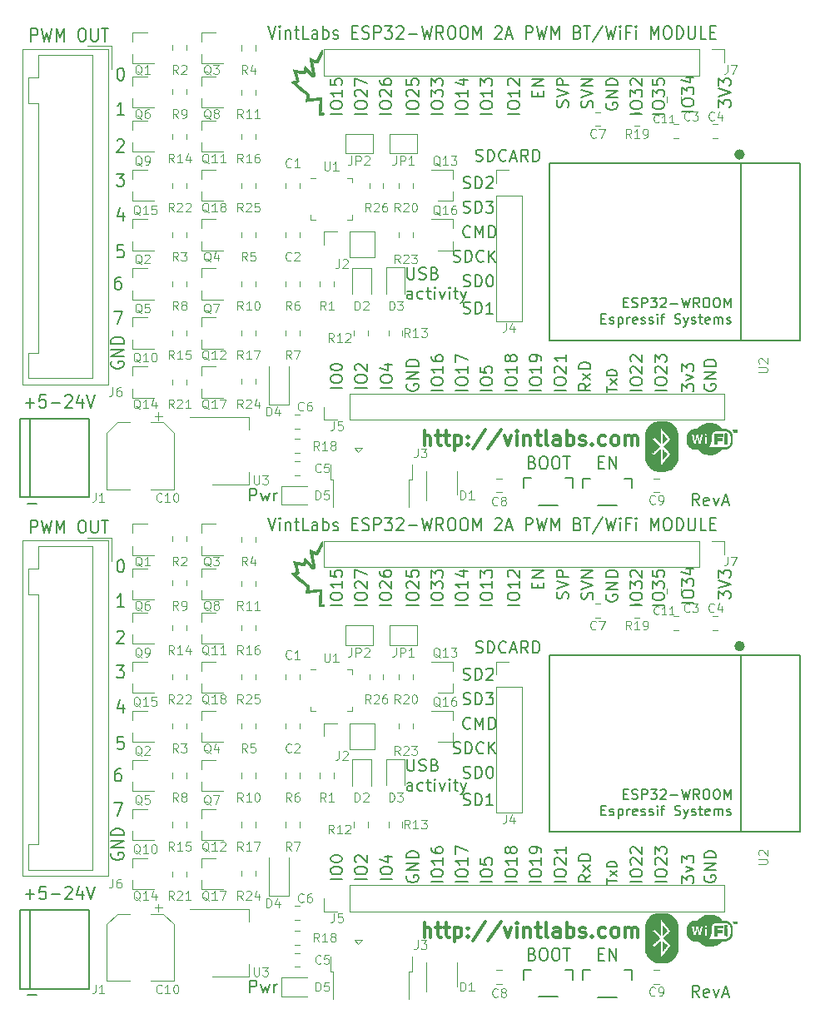
<source format=gbr>
G04 #@! TF.GenerationSoftware,KiCad,Pcbnew,5.0.1*
G04 #@! TF.CreationDate,2019-02-10T14:23:21-05:00*
G04 #@! TF.ProjectId,12V-SmartSwitch_2panel,3132562D536D6172745377697463685F,rev?*
G04 #@! TF.SameCoordinates,Original*
G04 #@! TF.FileFunction,Legend,Top*
G04 #@! TF.FilePolarity,Positive*
%FSLAX46Y46*%
G04 Gerber Fmt 4.6, Leading zero omitted, Abs format (unit mm)*
G04 Created by KiCad (PCBNEW 5.0.1) date Sun 10 Feb 2019 02:23:21 PM EST*
%MOMM*%
%LPD*%
G01*
G04 APERTURE LIST*
%ADD10C,0.300000*%
%ADD11C,0.200000*%
%ADD12C,0.120000*%
%ADD13C,0.150000*%
%ADD14C,0.500000*%
%ADD15C,0.010000*%
%ADD16C,0.100000*%
G04 APERTURE END LIST*
D10*
X160892857Y-74428571D02*
X160892857Y-72928571D01*
X161535714Y-74428571D02*
X161535714Y-73642857D01*
X161464285Y-73500000D01*
X161321428Y-73428571D01*
X161107142Y-73428571D01*
X160964285Y-73500000D01*
X160892857Y-73571428D01*
X162035714Y-73428571D02*
X162607142Y-73428571D01*
X162249999Y-72928571D02*
X162249999Y-74214285D01*
X162321428Y-74357142D01*
X162464285Y-74428571D01*
X162607142Y-74428571D01*
X162892857Y-73428571D02*
X163464285Y-73428571D01*
X163107142Y-72928571D02*
X163107142Y-74214285D01*
X163178571Y-74357142D01*
X163321428Y-74428571D01*
X163464285Y-74428571D01*
X163964285Y-73428571D02*
X163964285Y-74928571D01*
X163964285Y-73500000D02*
X164107142Y-73428571D01*
X164392857Y-73428571D01*
X164535714Y-73500000D01*
X164607142Y-73571428D01*
X164678571Y-73714285D01*
X164678571Y-74142857D01*
X164607142Y-74285714D01*
X164535714Y-74357142D01*
X164392857Y-74428571D01*
X164107142Y-74428571D01*
X163964285Y-74357142D01*
X165321428Y-74285714D02*
X165392857Y-74357142D01*
X165321428Y-74428571D01*
X165249999Y-74357142D01*
X165321428Y-74285714D01*
X165321428Y-74428571D01*
X165321428Y-73500000D02*
X165392857Y-73571428D01*
X165321428Y-73642857D01*
X165249999Y-73571428D01*
X165321428Y-73500000D01*
X165321428Y-73642857D01*
X167107142Y-72857142D02*
X165821428Y-74785714D01*
X168678571Y-72857142D02*
X167392857Y-74785714D01*
X169035714Y-73428571D02*
X169392857Y-74428571D01*
X169749999Y-73428571D01*
X170321428Y-74428571D02*
X170321428Y-73428571D01*
X170321428Y-72928571D02*
X170249999Y-73000000D01*
X170321428Y-73071428D01*
X170392857Y-73000000D01*
X170321428Y-72928571D01*
X170321428Y-73071428D01*
X171035714Y-73428571D02*
X171035714Y-74428571D01*
X171035714Y-73571428D02*
X171107142Y-73500000D01*
X171249999Y-73428571D01*
X171464285Y-73428571D01*
X171607142Y-73500000D01*
X171678571Y-73642857D01*
X171678571Y-74428571D01*
X172178571Y-73428571D02*
X172749999Y-73428571D01*
X172392857Y-72928571D02*
X172392857Y-74214285D01*
X172464285Y-74357142D01*
X172607142Y-74428571D01*
X172749999Y-74428571D01*
X173464285Y-74428571D02*
X173321428Y-74357142D01*
X173249999Y-74214285D01*
X173249999Y-72928571D01*
X174678571Y-74428571D02*
X174678571Y-73642857D01*
X174607142Y-73500000D01*
X174464285Y-73428571D01*
X174178571Y-73428571D01*
X174035714Y-73500000D01*
X174678571Y-74357142D02*
X174535714Y-74428571D01*
X174178571Y-74428571D01*
X174035714Y-74357142D01*
X173964285Y-74214285D01*
X173964285Y-74071428D01*
X174035714Y-73928571D01*
X174178571Y-73857142D01*
X174535714Y-73857142D01*
X174678571Y-73785714D01*
X175392857Y-74428571D02*
X175392857Y-72928571D01*
X175392857Y-73500000D02*
X175535714Y-73428571D01*
X175821428Y-73428571D01*
X175964285Y-73500000D01*
X176035714Y-73571428D01*
X176107142Y-73714285D01*
X176107142Y-74142857D01*
X176035714Y-74285714D01*
X175964285Y-74357142D01*
X175821428Y-74428571D01*
X175535714Y-74428571D01*
X175392857Y-74357142D01*
X176678571Y-74357142D02*
X176821428Y-74428571D01*
X177107142Y-74428571D01*
X177249999Y-74357142D01*
X177321428Y-74214285D01*
X177321428Y-74142857D01*
X177249999Y-74000000D01*
X177107142Y-73928571D01*
X176892857Y-73928571D01*
X176749999Y-73857142D01*
X176678571Y-73714285D01*
X176678571Y-73642857D01*
X176749999Y-73500000D01*
X176892857Y-73428571D01*
X177107142Y-73428571D01*
X177249999Y-73500000D01*
X177964285Y-74285714D02*
X178035714Y-74357142D01*
X177964285Y-74428571D01*
X177892857Y-74357142D01*
X177964285Y-74285714D01*
X177964285Y-74428571D01*
X179321428Y-74357142D02*
X179178571Y-74428571D01*
X178892857Y-74428571D01*
X178749999Y-74357142D01*
X178678571Y-74285714D01*
X178607142Y-74142857D01*
X178607142Y-73714285D01*
X178678571Y-73571428D01*
X178749999Y-73500000D01*
X178892857Y-73428571D01*
X179178571Y-73428571D01*
X179321428Y-73500000D01*
X180178571Y-74428571D02*
X180035714Y-74357142D01*
X179964285Y-74285714D01*
X179892857Y-74142857D01*
X179892857Y-73714285D01*
X179964285Y-73571428D01*
X180035714Y-73500000D01*
X180178571Y-73428571D01*
X180392857Y-73428571D01*
X180535714Y-73500000D01*
X180607142Y-73571428D01*
X180678571Y-73714285D01*
X180678571Y-74142857D01*
X180607142Y-74285714D01*
X180535714Y-74357142D01*
X180392857Y-74428571D01*
X180178571Y-74428571D01*
X181321428Y-74428571D02*
X181321428Y-73428571D01*
X181321428Y-73571428D02*
X181392857Y-73500000D01*
X181535714Y-73428571D01*
X181749999Y-73428571D01*
X181892857Y-73500000D01*
X181964285Y-73642857D01*
X181964285Y-74428571D01*
X181964285Y-73642857D02*
X182035714Y-73500000D01*
X182178571Y-73428571D01*
X182392857Y-73428571D01*
X182535714Y-73500000D01*
X182607142Y-73642857D01*
X182607142Y-74428571D01*
D11*
X166127142Y-45485714D02*
X166298571Y-45542857D01*
X166584285Y-45542857D01*
X166698571Y-45485714D01*
X166755714Y-45428571D01*
X166812857Y-45314285D01*
X166812857Y-45200000D01*
X166755714Y-45085714D01*
X166698571Y-45028571D01*
X166584285Y-44971428D01*
X166355714Y-44914285D01*
X166241428Y-44857142D01*
X166184285Y-44800000D01*
X166127142Y-44685714D01*
X166127142Y-44571428D01*
X166184285Y-44457142D01*
X166241428Y-44400000D01*
X166355714Y-44342857D01*
X166641428Y-44342857D01*
X166812857Y-44400000D01*
X167327142Y-45542857D02*
X167327142Y-44342857D01*
X167612857Y-44342857D01*
X167784285Y-44400000D01*
X167898571Y-44514285D01*
X167955714Y-44628571D01*
X168012857Y-44857142D01*
X168012857Y-45028571D01*
X167955714Y-45257142D01*
X167898571Y-45371428D01*
X167784285Y-45485714D01*
X167612857Y-45542857D01*
X167327142Y-45542857D01*
X169212857Y-45428571D02*
X169155714Y-45485714D01*
X168984285Y-45542857D01*
X168870000Y-45542857D01*
X168698571Y-45485714D01*
X168584285Y-45371428D01*
X168527142Y-45257142D01*
X168470000Y-45028571D01*
X168470000Y-44857142D01*
X168527142Y-44628571D01*
X168584285Y-44514285D01*
X168698571Y-44400000D01*
X168870000Y-44342857D01*
X168984285Y-44342857D01*
X169155714Y-44400000D01*
X169212857Y-44457142D01*
X169670000Y-45200000D02*
X170241428Y-45200000D01*
X169555714Y-45542857D02*
X169955714Y-44342857D01*
X170355714Y-45542857D01*
X171441428Y-45542857D02*
X171041428Y-44971428D01*
X170755714Y-45542857D02*
X170755714Y-44342857D01*
X171212857Y-44342857D01*
X171327142Y-44400000D01*
X171384285Y-44457142D01*
X171441428Y-44571428D01*
X171441428Y-44742857D01*
X171384285Y-44857142D01*
X171327142Y-44914285D01*
X171212857Y-44971428D01*
X170755714Y-44971428D01*
X171955714Y-45542857D02*
X171955714Y-44342857D01*
X172241428Y-44342857D01*
X172412857Y-44400000D01*
X172527142Y-44514285D01*
X172584285Y-44628571D01*
X172641428Y-44857142D01*
X172641428Y-45028571D01*
X172584285Y-45257142D01*
X172527142Y-45371428D01*
X172412857Y-45485714D01*
X172241428Y-45542857D01*
X171955714Y-45542857D01*
X164862857Y-60985714D02*
X165034285Y-61042857D01*
X165320000Y-61042857D01*
X165434285Y-60985714D01*
X165491428Y-60928571D01*
X165548571Y-60814285D01*
X165548571Y-60700000D01*
X165491428Y-60585714D01*
X165434285Y-60528571D01*
X165320000Y-60471428D01*
X165091428Y-60414285D01*
X164977142Y-60357142D01*
X164920000Y-60300000D01*
X164862857Y-60185714D01*
X164862857Y-60071428D01*
X164920000Y-59957142D01*
X164977142Y-59900000D01*
X165091428Y-59842857D01*
X165377142Y-59842857D01*
X165548571Y-59900000D01*
X166062857Y-61042857D02*
X166062857Y-59842857D01*
X166348571Y-59842857D01*
X166520000Y-59900000D01*
X166634285Y-60014285D01*
X166691428Y-60128571D01*
X166748571Y-60357142D01*
X166748571Y-60528571D01*
X166691428Y-60757142D01*
X166634285Y-60871428D01*
X166520000Y-60985714D01*
X166348571Y-61042857D01*
X166062857Y-61042857D01*
X167891428Y-61042857D02*
X167205714Y-61042857D01*
X167548571Y-61042857D02*
X167548571Y-59842857D01*
X167434285Y-60014285D01*
X167320000Y-60128571D01*
X167205714Y-60185714D01*
X164862857Y-58235714D02*
X165034285Y-58292857D01*
X165320000Y-58292857D01*
X165434285Y-58235714D01*
X165491428Y-58178571D01*
X165548571Y-58064285D01*
X165548571Y-57950000D01*
X165491428Y-57835714D01*
X165434285Y-57778571D01*
X165320000Y-57721428D01*
X165091428Y-57664285D01*
X164977142Y-57607142D01*
X164920000Y-57550000D01*
X164862857Y-57435714D01*
X164862857Y-57321428D01*
X164920000Y-57207142D01*
X164977142Y-57150000D01*
X165091428Y-57092857D01*
X165377142Y-57092857D01*
X165548571Y-57150000D01*
X166062857Y-58292857D02*
X166062857Y-57092857D01*
X166348571Y-57092857D01*
X166520000Y-57150000D01*
X166634285Y-57264285D01*
X166691428Y-57378571D01*
X166748571Y-57607142D01*
X166748571Y-57778571D01*
X166691428Y-58007142D01*
X166634285Y-58121428D01*
X166520000Y-58235714D01*
X166348571Y-58292857D01*
X166062857Y-58292857D01*
X167491428Y-57092857D02*
X167605714Y-57092857D01*
X167720000Y-57150000D01*
X167777142Y-57207142D01*
X167834285Y-57321428D01*
X167891428Y-57550000D01*
X167891428Y-57835714D01*
X167834285Y-58064285D01*
X167777142Y-58178571D01*
X167720000Y-58235714D01*
X167605714Y-58292857D01*
X167491428Y-58292857D01*
X167377142Y-58235714D01*
X167320000Y-58178571D01*
X167262857Y-58064285D01*
X167205714Y-57835714D01*
X167205714Y-57550000D01*
X167262857Y-57321428D01*
X167320000Y-57207142D01*
X167377142Y-57150000D01*
X167491428Y-57092857D01*
X165570000Y-53178571D02*
X165512857Y-53235714D01*
X165341428Y-53292857D01*
X165227142Y-53292857D01*
X165055714Y-53235714D01*
X164941428Y-53121428D01*
X164884285Y-53007142D01*
X164827142Y-52778571D01*
X164827142Y-52607142D01*
X164884285Y-52378571D01*
X164941428Y-52264285D01*
X165055714Y-52150000D01*
X165227142Y-52092857D01*
X165341428Y-52092857D01*
X165512857Y-52150000D01*
X165570000Y-52207142D01*
X166084285Y-53292857D02*
X166084285Y-52092857D01*
X166484285Y-52950000D01*
X166884285Y-52092857D01*
X166884285Y-53292857D01*
X167455714Y-53292857D02*
X167455714Y-52092857D01*
X167741428Y-52092857D01*
X167912857Y-52150000D01*
X168027142Y-52264285D01*
X168084285Y-52378571D01*
X168141428Y-52607142D01*
X168141428Y-52778571D01*
X168084285Y-53007142D01*
X168027142Y-53121428D01*
X167912857Y-53235714D01*
X167741428Y-53292857D01*
X167455714Y-53292857D01*
X163855714Y-55735714D02*
X164027142Y-55792857D01*
X164312857Y-55792857D01*
X164427142Y-55735714D01*
X164484285Y-55678571D01*
X164541428Y-55564285D01*
X164541428Y-55450000D01*
X164484285Y-55335714D01*
X164427142Y-55278571D01*
X164312857Y-55221428D01*
X164084285Y-55164285D01*
X163970000Y-55107142D01*
X163912857Y-55050000D01*
X163855714Y-54935714D01*
X163855714Y-54821428D01*
X163912857Y-54707142D01*
X163970000Y-54650000D01*
X164084285Y-54592857D01*
X164370000Y-54592857D01*
X164541428Y-54650000D01*
X165055714Y-55792857D02*
X165055714Y-54592857D01*
X165341428Y-54592857D01*
X165512857Y-54650000D01*
X165627142Y-54764285D01*
X165684285Y-54878571D01*
X165741428Y-55107142D01*
X165741428Y-55278571D01*
X165684285Y-55507142D01*
X165627142Y-55621428D01*
X165512857Y-55735714D01*
X165341428Y-55792857D01*
X165055714Y-55792857D01*
X166941428Y-55678571D02*
X166884285Y-55735714D01*
X166712857Y-55792857D01*
X166598571Y-55792857D01*
X166427142Y-55735714D01*
X166312857Y-55621428D01*
X166255714Y-55507142D01*
X166198571Y-55278571D01*
X166198571Y-55107142D01*
X166255714Y-54878571D01*
X166312857Y-54764285D01*
X166427142Y-54650000D01*
X166598571Y-54592857D01*
X166712857Y-54592857D01*
X166884285Y-54650000D01*
X166941428Y-54707142D01*
X167455714Y-55792857D02*
X167455714Y-54592857D01*
X168141428Y-55792857D02*
X167627142Y-55107142D01*
X168141428Y-54592857D02*
X167455714Y-55278571D01*
X164862857Y-50735714D02*
X165034285Y-50792857D01*
X165320000Y-50792857D01*
X165434285Y-50735714D01*
X165491428Y-50678571D01*
X165548571Y-50564285D01*
X165548571Y-50450000D01*
X165491428Y-50335714D01*
X165434285Y-50278571D01*
X165320000Y-50221428D01*
X165091428Y-50164285D01*
X164977142Y-50107142D01*
X164920000Y-50050000D01*
X164862857Y-49935714D01*
X164862857Y-49821428D01*
X164920000Y-49707142D01*
X164977142Y-49650000D01*
X165091428Y-49592857D01*
X165377142Y-49592857D01*
X165548571Y-49650000D01*
X166062857Y-50792857D02*
X166062857Y-49592857D01*
X166348571Y-49592857D01*
X166520000Y-49650000D01*
X166634285Y-49764285D01*
X166691428Y-49878571D01*
X166748571Y-50107142D01*
X166748571Y-50278571D01*
X166691428Y-50507142D01*
X166634285Y-50621428D01*
X166520000Y-50735714D01*
X166348571Y-50792857D01*
X166062857Y-50792857D01*
X167148571Y-49592857D02*
X167891428Y-49592857D01*
X167491428Y-50050000D01*
X167662857Y-50050000D01*
X167777142Y-50107142D01*
X167834285Y-50164285D01*
X167891428Y-50278571D01*
X167891428Y-50564285D01*
X167834285Y-50678571D01*
X167777142Y-50735714D01*
X167662857Y-50792857D01*
X167320000Y-50792857D01*
X167205714Y-50735714D01*
X167148571Y-50678571D01*
X164862857Y-48235714D02*
X165034285Y-48292857D01*
X165320000Y-48292857D01*
X165434285Y-48235714D01*
X165491428Y-48178571D01*
X165548571Y-48064285D01*
X165548571Y-47950000D01*
X165491428Y-47835714D01*
X165434285Y-47778571D01*
X165320000Y-47721428D01*
X165091428Y-47664285D01*
X164977142Y-47607142D01*
X164920000Y-47550000D01*
X164862857Y-47435714D01*
X164862857Y-47321428D01*
X164920000Y-47207142D01*
X164977142Y-47150000D01*
X165091428Y-47092857D01*
X165377142Y-47092857D01*
X165548571Y-47150000D01*
X166062857Y-48292857D02*
X166062857Y-47092857D01*
X166348571Y-47092857D01*
X166520000Y-47150000D01*
X166634285Y-47264285D01*
X166691428Y-47378571D01*
X166748571Y-47607142D01*
X166748571Y-47778571D01*
X166691428Y-48007142D01*
X166634285Y-48121428D01*
X166520000Y-48235714D01*
X166348571Y-48292857D01*
X166062857Y-48292857D01*
X167205714Y-47207142D02*
X167262857Y-47150000D01*
X167377142Y-47092857D01*
X167662857Y-47092857D01*
X167777142Y-47150000D01*
X167834285Y-47207142D01*
X167891428Y-47321428D01*
X167891428Y-47435714D01*
X167834285Y-47607142D01*
X167148571Y-48292857D01*
X167891428Y-48292857D01*
X188851428Y-80542857D02*
X188451428Y-79971428D01*
X188165714Y-80542857D02*
X188165714Y-79342857D01*
X188622857Y-79342857D01*
X188737142Y-79400000D01*
X188794285Y-79457142D01*
X188851428Y-79571428D01*
X188851428Y-79742857D01*
X188794285Y-79857142D01*
X188737142Y-79914285D01*
X188622857Y-79971428D01*
X188165714Y-79971428D01*
X189822857Y-80485714D02*
X189708571Y-80542857D01*
X189480000Y-80542857D01*
X189365714Y-80485714D01*
X189308571Y-80371428D01*
X189308571Y-79914285D01*
X189365714Y-79800000D01*
X189480000Y-79742857D01*
X189708571Y-79742857D01*
X189822857Y-79800000D01*
X189880000Y-79914285D01*
X189880000Y-80028571D01*
X189308571Y-80142857D01*
X190280000Y-79742857D02*
X190565714Y-80542857D01*
X190851428Y-79742857D01*
X191251428Y-80200000D02*
X191822857Y-80200000D01*
X191137142Y-80542857D02*
X191537142Y-79342857D01*
X191937142Y-80542857D01*
X143165714Y-80042857D02*
X143165714Y-78842857D01*
X143622857Y-78842857D01*
X143737142Y-78900000D01*
X143794285Y-78957142D01*
X143851428Y-79071428D01*
X143851428Y-79242857D01*
X143794285Y-79357142D01*
X143737142Y-79414285D01*
X143622857Y-79471428D01*
X143165714Y-79471428D01*
X144251428Y-79242857D02*
X144480000Y-80042857D01*
X144708571Y-79471428D01*
X144937142Y-80042857D01*
X145165714Y-79242857D01*
X145622857Y-80042857D02*
X145622857Y-79242857D01*
X145622857Y-79471428D02*
X145680000Y-79357142D01*
X145737142Y-79300000D01*
X145851428Y-79242857D01*
X145965714Y-79242857D01*
X159165714Y-56342857D02*
X159165714Y-57314285D01*
X159222857Y-57428571D01*
X159280000Y-57485714D01*
X159394285Y-57542857D01*
X159622857Y-57542857D01*
X159737142Y-57485714D01*
X159794285Y-57428571D01*
X159851428Y-57314285D01*
X159851428Y-56342857D01*
X160365714Y-57485714D02*
X160537142Y-57542857D01*
X160822857Y-57542857D01*
X160937142Y-57485714D01*
X160994285Y-57428571D01*
X161051428Y-57314285D01*
X161051428Y-57200000D01*
X160994285Y-57085714D01*
X160937142Y-57028571D01*
X160822857Y-56971428D01*
X160594285Y-56914285D01*
X160480000Y-56857142D01*
X160422857Y-56800000D01*
X160365714Y-56685714D01*
X160365714Y-56571428D01*
X160422857Y-56457142D01*
X160480000Y-56400000D01*
X160594285Y-56342857D01*
X160880000Y-56342857D01*
X161051428Y-56400000D01*
X161965714Y-56914285D02*
X162137142Y-56971428D01*
X162194285Y-57028571D01*
X162251428Y-57142857D01*
X162251428Y-57314285D01*
X162194285Y-57428571D01*
X162137142Y-57485714D01*
X162022857Y-57542857D01*
X161565714Y-57542857D01*
X161565714Y-56342857D01*
X161965714Y-56342857D01*
X162080000Y-56400000D01*
X162137142Y-56457142D01*
X162194285Y-56571428D01*
X162194285Y-56685714D01*
X162137142Y-56800000D01*
X162080000Y-56857142D01*
X161965714Y-56914285D01*
X161565714Y-56914285D01*
X159680000Y-59542857D02*
X159680000Y-58914285D01*
X159622857Y-58800000D01*
X159508571Y-58742857D01*
X159280000Y-58742857D01*
X159165714Y-58800000D01*
X159680000Y-59485714D02*
X159565714Y-59542857D01*
X159280000Y-59542857D01*
X159165714Y-59485714D01*
X159108571Y-59371428D01*
X159108571Y-59257142D01*
X159165714Y-59142857D01*
X159280000Y-59085714D01*
X159565714Y-59085714D01*
X159680000Y-59028571D01*
X160765714Y-59485714D02*
X160651428Y-59542857D01*
X160422857Y-59542857D01*
X160308571Y-59485714D01*
X160251428Y-59428571D01*
X160194285Y-59314285D01*
X160194285Y-58971428D01*
X160251428Y-58857142D01*
X160308571Y-58800000D01*
X160422857Y-58742857D01*
X160651428Y-58742857D01*
X160765714Y-58800000D01*
X161108571Y-58742857D02*
X161565714Y-58742857D01*
X161280000Y-58342857D02*
X161280000Y-59371428D01*
X161337142Y-59485714D01*
X161451428Y-59542857D01*
X161565714Y-59542857D01*
X161965714Y-59542857D02*
X161965714Y-58742857D01*
X161965714Y-58342857D02*
X161908571Y-58400000D01*
X161965714Y-58457142D01*
X162022857Y-58400000D01*
X161965714Y-58342857D01*
X161965714Y-58457142D01*
X162422857Y-58742857D02*
X162708571Y-59542857D01*
X162994285Y-58742857D01*
X163451428Y-59542857D02*
X163451428Y-58742857D01*
X163451428Y-58342857D02*
X163394285Y-58400000D01*
X163451428Y-58457142D01*
X163508571Y-58400000D01*
X163451428Y-58342857D01*
X163451428Y-58457142D01*
X163851428Y-58742857D02*
X164308571Y-58742857D01*
X164022857Y-58342857D02*
X164022857Y-59371428D01*
X164080000Y-59485714D01*
X164194285Y-59542857D01*
X164308571Y-59542857D01*
X164594285Y-58742857D02*
X164880000Y-59542857D01*
X165165714Y-58742857D02*
X164880000Y-59542857D01*
X164765714Y-59828571D01*
X164708571Y-59885714D01*
X164594285Y-59942857D01*
X144994285Y-31788095D02*
X145394285Y-33088095D01*
X145794285Y-31788095D01*
X146194285Y-33088095D02*
X146194285Y-32221428D01*
X146194285Y-31788095D02*
X146137142Y-31850000D01*
X146194285Y-31911904D01*
X146251428Y-31850000D01*
X146194285Y-31788095D01*
X146194285Y-31911904D01*
X146765714Y-32221428D02*
X146765714Y-33088095D01*
X146765714Y-32345238D02*
X146822857Y-32283333D01*
X146937142Y-32221428D01*
X147108571Y-32221428D01*
X147222857Y-32283333D01*
X147280000Y-32407142D01*
X147280000Y-33088095D01*
X147680000Y-32221428D02*
X148137142Y-32221428D01*
X147851428Y-31788095D02*
X147851428Y-32902380D01*
X147908571Y-33026190D01*
X148022857Y-33088095D01*
X148137142Y-33088095D01*
X149108571Y-33088095D02*
X148537142Y-33088095D01*
X148537142Y-31788095D01*
X150022857Y-33088095D02*
X150022857Y-32407142D01*
X149965714Y-32283333D01*
X149851428Y-32221428D01*
X149622857Y-32221428D01*
X149508571Y-32283333D01*
X150022857Y-33026190D02*
X149908571Y-33088095D01*
X149622857Y-33088095D01*
X149508571Y-33026190D01*
X149451428Y-32902380D01*
X149451428Y-32778571D01*
X149508571Y-32654761D01*
X149622857Y-32592857D01*
X149908571Y-32592857D01*
X150022857Y-32530952D01*
X150594285Y-33088095D02*
X150594285Y-31788095D01*
X150594285Y-32283333D02*
X150708571Y-32221428D01*
X150937142Y-32221428D01*
X151051428Y-32283333D01*
X151108571Y-32345238D01*
X151165714Y-32469047D01*
X151165714Y-32840476D01*
X151108571Y-32964285D01*
X151051428Y-33026190D01*
X150937142Y-33088095D01*
X150708571Y-33088095D01*
X150594285Y-33026190D01*
X151622857Y-33026190D02*
X151737142Y-33088095D01*
X151965714Y-33088095D01*
X152080000Y-33026190D01*
X152137142Y-32902380D01*
X152137142Y-32840476D01*
X152080000Y-32716666D01*
X151965714Y-32654761D01*
X151794285Y-32654761D01*
X151680000Y-32592857D01*
X151622857Y-32469047D01*
X151622857Y-32407142D01*
X151680000Y-32283333D01*
X151794285Y-32221428D01*
X151965714Y-32221428D01*
X152080000Y-32283333D01*
X153565714Y-32407142D02*
X153965714Y-32407142D01*
X154137142Y-33088095D02*
X153565714Y-33088095D01*
X153565714Y-31788095D01*
X154137142Y-31788095D01*
X154594285Y-33026190D02*
X154765714Y-33088095D01*
X155051428Y-33088095D01*
X155165714Y-33026190D01*
X155222857Y-32964285D01*
X155280000Y-32840476D01*
X155280000Y-32716666D01*
X155222857Y-32592857D01*
X155165714Y-32530952D01*
X155051428Y-32469047D01*
X154822857Y-32407142D01*
X154708571Y-32345238D01*
X154651428Y-32283333D01*
X154594285Y-32159523D01*
X154594285Y-32035714D01*
X154651428Y-31911904D01*
X154708571Y-31850000D01*
X154822857Y-31788095D01*
X155108571Y-31788095D01*
X155280000Y-31850000D01*
X155794285Y-33088095D02*
X155794285Y-31788095D01*
X156251428Y-31788095D01*
X156365714Y-31850000D01*
X156422857Y-31911904D01*
X156480000Y-32035714D01*
X156480000Y-32221428D01*
X156422857Y-32345238D01*
X156365714Y-32407142D01*
X156251428Y-32469047D01*
X155794285Y-32469047D01*
X156880000Y-31788095D02*
X157622857Y-31788095D01*
X157222857Y-32283333D01*
X157394285Y-32283333D01*
X157508571Y-32345238D01*
X157565714Y-32407142D01*
X157622857Y-32530952D01*
X157622857Y-32840476D01*
X157565714Y-32964285D01*
X157508571Y-33026190D01*
X157394285Y-33088095D01*
X157051428Y-33088095D01*
X156937142Y-33026190D01*
X156880000Y-32964285D01*
X158080000Y-31911904D02*
X158137142Y-31850000D01*
X158251428Y-31788095D01*
X158537142Y-31788095D01*
X158651428Y-31850000D01*
X158708571Y-31911904D01*
X158765714Y-32035714D01*
X158765714Y-32159523D01*
X158708571Y-32345238D01*
X158022857Y-33088095D01*
X158765714Y-33088095D01*
X159280000Y-32592857D02*
X160194285Y-32592857D01*
X160651428Y-31788095D02*
X160937142Y-33088095D01*
X161165714Y-32159523D01*
X161394285Y-33088095D01*
X161680000Y-31788095D01*
X162822857Y-33088095D02*
X162422857Y-32469047D01*
X162137142Y-33088095D02*
X162137142Y-31788095D01*
X162594285Y-31788095D01*
X162708571Y-31850000D01*
X162765714Y-31911904D01*
X162822857Y-32035714D01*
X162822857Y-32221428D01*
X162765714Y-32345238D01*
X162708571Y-32407142D01*
X162594285Y-32469047D01*
X162137142Y-32469047D01*
X163565714Y-31788095D02*
X163794285Y-31788095D01*
X163908571Y-31850000D01*
X164022857Y-31973809D01*
X164080000Y-32221428D01*
X164080000Y-32654761D01*
X164022857Y-32902380D01*
X163908571Y-33026190D01*
X163794285Y-33088095D01*
X163565714Y-33088095D01*
X163451428Y-33026190D01*
X163337142Y-32902380D01*
X163280000Y-32654761D01*
X163280000Y-32221428D01*
X163337142Y-31973809D01*
X163451428Y-31850000D01*
X163565714Y-31788095D01*
X164822857Y-31788095D02*
X165051428Y-31788095D01*
X165165714Y-31850000D01*
X165280000Y-31973809D01*
X165337142Y-32221428D01*
X165337142Y-32654761D01*
X165280000Y-32902380D01*
X165165714Y-33026190D01*
X165051428Y-33088095D01*
X164822857Y-33088095D01*
X164708571Y-33026190D01*
X164594285Y-32902380D01*
X164537142Y-32654761D01*
X164537142Y-32221428D01*
X164594285Y-31973809D01*
X164708571Y-31850000D01*
X164822857Y-31788095D01*
X165851428Y-33088095D02*
X165851428Y-31788095D01*
X166251428Y-32716666D01*
X166651428Y-31788095D01*
X166651428Y-33088095D01*
X168080000Y-31911904D02*
X168137142Y-31850000D01*
X168251428Y-31788095D01*
X168537142Y-31788095D01*
X168651428Y-31850000D01*
X168708571Y-31911904D01*
X168765714Y-32035714D01*
X168765714Y-32159523D01*
X168708571Y-32345238D01*
X168022857Y-33088095D01*
X168765714Y-33088095D01*
X169222857Y-32716666D02*
X169794285Y-32716666D01*
X169108571Y-33088095D02*
X169508571Y-31788095D01*
X169908571Y-33088095D01*
X171222857Y-33088095D02*
X171222857Y-31788095D01*
X171680000Y-31788095D01*
X171794285Y-31850000D01*
X171851428Y-31911904D01*
X171908571Y-32035714D01*
X171908571Y-32221428D01*
X171851428Y-32345238D01*
X171794285Y-32407142D01*
X171680000Y-32469047D01*
X171222857Y-32469047D01*
X172308571Y-31788095D02*
X172594285Y-33088095D01*
X172822857Y-32159523D01*
X173051428Y-33088095D01*
X173337142Y-31788095D01*
X173794285Y-33088095D02*
X173794285Y-31788095D01*
X174194285Y-32716666D01*
X174594285Y-31788095D01*
X174594285Y-33088095D01*
X176480000Y-32407142D02*
X176651428Y-32469047D01*
X176708571Y-32530952D01*
X176765714Y-32654761D01*
X176765714Y-32840476D01*
X176708571Y-32964285D01*
X176651428Y-33026190D01*
X176537142Y-33088095D01*
X176080000Y-33088095D01*
X176080000Y-31788095D01*
X176480000Y-31788095D01*
X176594285Y-31850000D01*
X176651428Y-31911904D01*
X176708571Y-32035714D01*
X176708571Y-32159523D01*
X176651428Y-32283333D01*
X176594285Y-32345238D01*
X176480000Y-32407142D01*
X176080000Y-32407142D01*
X177108571Y-31788095D02*
X177794285Y-31788095D01*
X177451428Y-33088095D02*
X177451428Y-31788095D01*
X179051428Y-31726190D02*
X178022857Y-33397619D01*
X179337142Y-31788095D02*
X179622857Y-33088095D01*
X179851428Y-32159523D01*
X180080000Y-33088095D01*
X180365714Y-31788095D01*
X180822857Y-33088095D02*
X180822857Y-32221428D01*
X180822857Y-31788095D02*
X180765714Y-31850000D01*
X180822857Y-31911904D01*
X180880000Y-31850000D01*
X180822857Y-31788095D01*
X180822857Y-31911904D01*
X181794285Y-32407142D02*
X181394285Y-32407142D01*
X181394285Y-33088095D02*
X181394285Y-31788095D01*
X181965714Y-31788095D01*
X182422857Y-33088095D02*
X182422857Y-32221428D01*
X182422857Y-31788095D02*
X182365714Y-31850000D01*
X182422857Y-31911904D01*
X182480000Y-31850000D01*
X182422857Y-31788095D01*
X182422857Y-31911904D01*
X183908571Y-33088095D02*
X183908571Y-31788095D01*
X184308571Y-32716666D01*
X184708571Y-31788095D01*
X184708571Y-33088095D01*
X185508571Y-31788095D02*
X185737142Y-31788095D01*
X185851428Y-31850000D01*
X185965714Y-31973809D01*
X186022857Y-32221428D01*
X186022857Y-32654761D01*
X185965714Y-32902380D01*
X185851428Y-33026190D01*
X185737142Y-33088095D01*
X185508571Y-33088095D01*
X185394285Y-33026190D01*
X185280000Y-32902380D01*
X185222857Y-32654761D01*
X185222857Y-32221428D01*
X185280000Y-31973809D01*
X185394285Y-31850000D01*
X185508571Y-31788095D01*
X186537142Y-33088095D02*
X186537142Y-31788095D01*
X186822857Y-31788095D01*
X186994285Y-31850000D01*
X187108571Y-31973809D01*
X187165714Y-32097619D01*
X187222857Y-32345238D01*
X187222857Y-32530952D01*
X187165714Y-32778571D01*
X187108571Y-32902380D01*
X186994285Y-33026190D01*
X186822857Y-33088095D01*
X186537142Y-33088095D01*
X187737142Y-31788095D02*
X187737142Y-32840476D01*
X187794285Y-32964285D01*
X187851428Y-33026190D01*
X187965714Y-33088095D01*
X188194285Y-33088095D01*
X188308571Y-33026190D01*
X188365714Y-32964285D01*
X188422857Y-32840476D01*
X188422857Y-31788095D01*
X189565714Y-33088095D02*
X188994285Y-33088095D01*
X188994285Y-31788095D01*
X189965714Y-32407142D02*
X190365714Y-32407142D01*
X190537142Y-33088095D02*
X189965714Y-33088095D01*
X189965714Y-31788095D01*
X190537142Y-31788095D01*
X178614285Y-76157142D02*
X179014285Y-76157142D01*
X179185714Y-76838095D02*
X178614285Y-76838095D01*
X178614285Y-75538095D01*
X179185714Y-75538095D01*
X179700000Y-76838095D02*
X179700000Y-75538095D01*
X180385714Y-76838095D01*
X180385714Y-75538095D01*
X171871428Y-76157142D02*
X172042857Y-76219047D01*
X172100000Y-76280952D01*
X172157142Y-76404761D01*
X172157142Y-76590476D01*
X172100000Y-76714285D01*
X172042857Y-76776190D01*
X171928571Y-76838095D01*
X171471428Y-76838095D01*
X171471428Y-75538095D01*
X171871428Y-75538095D01*
X171985714Y-75600000D01*
X172042857Y-75661904D01*
X172100000Y-75785714D01*
X172100000Y-75909523D01*
X172042857Y-76033333D01*
X171985714Y-76095238D01*
X171871428Y-76157142D01*
X171471428Y-76157142D01*
X172900000Y-75538095D02*
X173128571Y-75538095D01*
X173242857Y-75600000D01*
X173357142Y-75723809D01*
X173414285Y-75971428D01*
X173414285Y-76404761D01*
X173357142Y-76652380D01*
X173242857Y-76776190D01*
X173128571Y-76838095D01*
X172900000Y-76838095D01*
X172785714Y-76776190D01*
X172671428Y-76652380D01*
X172614285Y-76404761D01*
X172614285Y-75971428D01*
X172671428Y-75723809D01*
X172785714Y-75600000D01*
X172900000Y-75538095D01*
X174157142Y-75538095D02*
X174385714Y-75538095D01*
X174500000Y-75600000D01*
X174614285Y-75723809D01*
X174671428Y-75971428D01*
X174671428Y-76404761D01*
X174614285Y-76652380D01*
X174500000Y-76776190D01*
X174385714Y-76838095D01*
X174157142Y-76838095D01*
X174042857Y-76776190D01*
X173928571Y-76652380D01*
X173871428Y-76404761D01*
X173871428Y-75971428D01*
X173928571Y-75723809D01*
X174042857Y-75600000D01*
X174157142Y-75538095D01*
X175014285Y-75538095D02*
X175700000Y-75538095D01*
X175357142Y-76838095D02*
X175357142Y-75538095D01*
X129100000Y-65914285D02*
X129038095Y-66028571D01*
X129038095Y-66200000D01*
X129100000Y-66371428D01*
X129223809Y-66485714D01*
X129347619Y-66542857D01*
X129595238Y-66600000D01*
X129780952Y-66600000D01*
X130028571Y-66542857D01*
X130152380Y-66485714D01*
X130276190Y-66371428D01*
X130338095Y-66200000D01*
X130338095Y-66085714D01*
X130276190Y-65914285D01*
X130214285Y-65857142D01*
X129780952Y-65857142D01*
X129780952Y-66085714D01*
X130338095Y-65342857D02*
X129038095Y-65342857D01*
X130338095Y-64657142D01*
X129038095Y-64657142D01*
X130338095Y-64085714D02*
X129038095Y-64085714D01*
X129038095Y-63800000D01*
X129100000Y-63628571D01*
X129223809Y-63514285D01*
X129347619Y-63457142D01*
X129595238Y-63400000D01*
X129780952Y-63400000D01*
X130028571Y-63457142D01*
X130152380Y-63514285D01*
X130276190Y-63628571D01*
X130338095Y-63800000D01*
X130338095Y-64085714D01*
X129350000Y-60788095D02*
X130150000Y-60788095D01*
X129635714Y-62088095D01*
X129978571Y-57288095D02*
X129750000Y-57288095D01*
X129635714Y-57350000D01*
X129578571Y-57411904D01*
X129464285Y-57597619D01*
X129407142Y-57845238D01*
X129407142Y-58340476D01*
X129464285Y-58464285D01*
X129521428Y-58526190D01*
X129635714Y-58588095D01*
X129864285Y-58588095D01*
X129978571Y-58526190D01*
X130035714Y-58464285D01*
X130092857Y-58340476D01*
X130092857Y-58030952D01*
X130035714Y-57907142D01*
X129978571Y-57845238D01*
X129864285Y-57783333D01*
X129635714Y-57783333D01*
X129521428Y-57845238D01*
X129464285Y-57907142D01*
X129407142Y-58030952D01*
X130285714Y-54038095D02*
X129714285Y-54038095D01*
X129657142Y-54657142D01*
X129714285Y-54595238D01*
X129828571Y-54533333D01*
X130114285Y-54533333D01*
X130228571Y-54595238D01*
X130285714Y-54657142D01*
X130342857Y-54780952D01*
X130342857Y-55090476D01*
X130285714Y-55214285D01*
X130228571Y-55276190D01*
X130114285Y-55338095D01*
X129828571Y-55338095D01*
X129714285Y-55276190D01*
X129657142Y-55214285D01*
X130228571Y-50721428D02*
X130228571Y-51588095D01*
X129942857Y-50226190D02*
X129657142Y-51154761D01*
X130400000Y-51154761D01*
X129600000Y-46788095D02*
X130342857Y-46788095D01*
X129942857Y-47283333D01*
X130114285Y-47283333D01*
X130228571Y-47345238D01*
X130285714Y-47407142D01*
X130342857Y-47530952D01*
X130342857Y-47840476D01*
X130285714Y-47964285D01*
X130228571Y-48026190D01*
X130114285Y-48088095D01*
X129771428Y-48088095D01*
X129657142Y-48026190D01*
X129600000Y-47964285D01*
X129657142Y-43411904D02*
X129714285Y-43350000D01*
X129828571Y-43288095D01*
X130114285Y-43288095D01*
X130228571Y-43350000D01*
X130285714Y-43411904D01*
X130342857Y-43535714D01*
X130342857Y-43659523D01*
X130285714Y-43845238D01*
X129600000Y-44588095D01*
X130342857Y-44588095D01*
X130342857Y-40838095D02*
X129657142Y-40838095D01*
X130000000Y-40838095D02*
X130000000Y-39538095D01*
X129885714Y-39723809D01*
X129771428Y-39847619D01*
X129657142Y-39909523D01*
X129942857Y-36038095D02*
X130057142Y-36038095D01*
X130171428Y-36100000D01*
X130228571Y-36161904D01*
X130285714Y-36285714D01*
X130342857Y-36533333D01*
X130342857Y-36842857D01*
X130285714Y-37090476D01*
X130228571Y-37214285D01*
X130171428Y-37276190D01*
X130057142Y-37338095D01*
X129942857Y-37338095D01*
X129828571Y-37276190D01*
X129771428Y-37214285D01*
X129714285Y-37090476D01*
X129657142Y-36842857D01*
X129657142Y-36533333D01*
X129714285Y-36285714D01*
X129771428Y-36161904D01*
X129828571Y-36100000D01*
X129942857Y-36038095D01*
X120892857Y-33338095D02*
X120892857Y-32038095D01*
X121350000Y-32038095D01*
X121464285Y-32100000D01*
X121521428Y-32161904D01*
X121578571Y-32285714D01*
X121578571Y-32471428D01*
X121521428Y-32595238D01*
X121464285Y-32657142D01*
X121350000Y-32719047D01*
X120892857Y-32719047D01*
X121978571Y-32038095D02*
X122264285Y-33338095D01*
X122492857Y-32409523D01*
X122721428Y-33338095D01*
X123007142Y-32038095D01*
X123464285Y-33338095D02*
X123464285Y-32038095D01*
X123864285Y-32966666D01*
X124264285Y-32038095D01*
X124264285Y-33338095D01*
X125978571Y-32038095D02*
X126207142Y-32038095D01*
X126321428Y-32100000D01*
X126435714Y-32223809D01*
X126492857Y-32471428D01*
X126492857Y-32904761D01*
X126435714Y-33152380D01*
X126321428Y-33276190D01*
X126207142Y-33338095D01*
X125978571Y-33338095D01*
X125864285Y-33276190D01*
X125750000Y-33152380D01*
X125692857Y-32904761D01*
X125692857Y-32471428D01*
X125750000Y-32223809D01*
X125864285Y-32100000D01*
X125978571Y-32038095D01*
X127007142Y-32038095D02*
X127007142Y-33090476D01*
X127064285Y-33214285D01*
X127121428Y-33276190D01*
X127235714Y-33338095D01*
X127464285Y-33338095D01*
X127578571Y-33276190D01*
X127635714Y-33214285D01*
X127692857Y-33090476D01*
X127692857Y-32038095D01*
X128092857Y-32038095D02*
X128778571Y-32038095D01*
X128435714Y-33338095D02*
X128435714Y-32038095D01*
X120542857Y-80342857D02*
X121457142Y-80342857D01*
X120321428Y-70092857D02*
X121235714Y-70092857D01*
X120778571Y-70588095D02*
X120778571Y-69597619D01*
X122378571Y-69288095D02*
X121807142Y-69288095D01*
X121750000Y-69907142D01*
X121807142Y-69845238D01*
X121921428Y-69783333D01*
X122207142Y-69783333D01*
X122321428Y-69845238D01*
X122378571Y-69907142D01*
X122435714Y-70030952D01*
X122435714Y-70340476D01*
X122378571Y-70464285D01*
X122321428Y-70526190D01*
X122207142Y-70588095D01*
X121921428Y-70588095D01*
X121807142Y-70526190D01*
X121750000Y-70464285D01*
X122950000Y-70092857D02*
X123864285Y-70092857D01*
X124378571Y-69411904D02*
X124435714Y-69350000D01*
X124550000Y-69288095D01*
X124835714Y-69288095D01*
X124950000Y-69350000D01*
X125007142Y-69411904D01*
X125064285Y-69535714D01*
X125064285Y-69659523D01*
X125007142Y-69845238D01*
X124321428Y-70588095D01*
X125064285Y-70588095D01*
X126092857Y-69721428D02*
X126092857Y-70588095D01*
X125807142Y-69226190D02*
X125521428Y-70154761D01*
X126264285Y-70154761D01*
X126550000Y-69288095D02*
X126950000Y-70588095D01*
X127350000Y-69288095D01*
X190842857Y-40022857D02*
X190842857Y-39280000D01*
X191300000Y-39680000D01*
X191300000Y-39508571D01*
X191357142Y-39394285D01*
X191414285Y-39337142D01*
X191528571Y-39280000D01*
X191814285Y-39280000D01*
X191928571Y-39337142D01*
X191985714Y-39394285D01*
X192042857Y-39508571D01*
X192042857Y-39851428D01*
X191985714Y-39965714D01*
X191928571Y-40022857D01*
X190842857Y-38937142D02*
X192042857Y-38537142D01*
X190842857Y-38137142D01*
X190842857Y-37851428D02*
X190842857Y-37108571D01*
X191300000Y-37508571D01*
X191300000Y-37337142D01*
X191357142Y-37222857D01*
X191414285Y-37165714D01*
X191528571Y-37108571D01*
X191814285Y-37108571D01*
X191928571Y-37165714D01*
X191985714Y-37222857D01*
X192042857Y-37337142D01*
X192042857Y-37680000D01*
X191985714Y-37794285D01*
X191928571Y-37851428D01*
X188292857Y-40458571D02*
X187092857Y-40458571D01*
X187092857Y-39658571D02*
X187092857Y-39430000D01*
X187150000Y-39315714D01*
X187264285Y-39201428D01*
X187492857Y-39144285D01*
X187892857Y-39144285D01*
X188121428Y-39201428D01*
X188235714Y-39315714D01*
X188292857Y-39430000D01*
X188292857Y-39658571D01*
X188235714Y-39772857D01*
X188121428Y-39887142D01*
X187892857Y-39944285D01*
X187492857Y-39944285D01*
X187264285Y-39887142D01*
X187150000Y-39772857D01*
X187092857Y-39658571D01*
X187092857Y-38744285D02*
X187092857Y-38001428D01*
X187550000Y-38401428D01*
X187550000Y-38230000D01*
X187607142Y-38115714D01*
X187664285Y-38058571D01*
X187778571Y-38001428D01*
X188064285Y-38001428D01*
X188178571Y-38058571D01*
X188235714Y-38115714D01*
X188292857Y-38230000D01*
X188292857Y-38572857D01*
X188235714Y-38687142D01*
X188178571Y-38744285D01*
X187492857Y-36972857D02*
X188292857Y-36972857D01*
X187035714Y-37258571D02*
X187892857Y-37544285D01*
X187892857Y-36801428D01*
X185292857Y-40708571D02*
X184092857Y-40708571D01*
X184092857Y-39908571D02*
X184092857Y-39680000D01*
X184150000Y-39565714D01*
X184264285Y-39451428D01*
X184492857Y-39394285D01*
X184892857Y-39394285D01*
X185121428Y-39451428D01*
X185235714Y-39565714D01*
X185292857Y-39680000D01*
X185292857Y-39908571D01*
X185235714Y-40022857D01*
X185121428Y-40137142D01*
X184892857Y-40194285D01*
X184492857Y-40194285D01*
X184264285Y-40137142D01*
X184150000Y-40022857D01*
X184092857Y-39908571D01*
X184092857Y-38994285D02*
X184092857Y-38251428D01*
X184550000Y-38651428D01*
X184550000Y-38480000D01*
X184607142Y-38365714D01*
X184664285Y-38308571D01*
X184778571Y-38251428D01*
X185064285Y-38251428D01*
X185178571Y-38308571D01*
X185235714Y-38365714D01*
X185292857Y-38480000D01*
X185292857Y-38822857D01*
X185235714Y-38937142D01*
X185178571Y-38994285D01*
X184092857Y-37165714D02*
X184092857Y-37737142D01*
X184664285Y-37794285D01*
X184607142Y-37737142D01*
X184550000Y-37622857D01*
X184550000Y-37337142D01*
X184607142Y-37222857D01*
X184664285Y-37165714D01*
X184778571Y-37108571D01*
X185064285Y-37108571D01*
X185178571Y-37165714D01*
X185235714Y-37222857D01*
X185292857Y-37337142D01*
X185292857Y-37622857D01*
X185235714Y-37737142D01*
X185178571Y-37794285D01*
X183042857Y-40708571D02*
X181842857Y-40708571D01*
X181842857Y-39908571D02*
X181842857Y-39680000D01*
X181900000Y-39565714D01*
X182014285Y-39451428D01*
X182242857Y-39394285D01*
X182642857Y-39394285D01*
X182871428Y-39451428D01*
X182985714Y-39565714D01*
X183042857Y-39680000D01*
X183042857Y-39908571D01*
X182985714Y-40022857D01*
X182871428Y-40137142D01*
X182642857Y-40194285D01*
X182242857Y-40194285D01*
X182014285Y-40137142D01*
X181900000Y-40022857D01*
X181842857Y-39908571D01*
X181842857Y-38994285D02*
X181842857Y-38251428D01*
X182300000Y-38651428D01*
X182300000Y-38480000D01*
X182357142Y-38365714D01*
X182414285Y-38308571D01*
X182528571Y-38251428D01*
X182814285Y-38251428D01*
X182928571Y-38308571D01*
X182985714Y-38365714D01*
X183042857Y-38480000D01*
X183042857Y-38822857D01*
X182985714Y-38937142D01*
X182928571Y-38994285D01*
X181957142Y-37794285D02*
X181900000Y-37737142D01*
X181842857Y-37622857D01*
X181842857Y-37337142D01*
X181900000Y-37222857D01*
X181957142Y-37165714D01*
X182071428Y-37108571D01*
X182185714Y-37108571D01*
X182357142Y-37165714D01*
X183042857Y-37851428D01*
X183042857Y-37108571D01*
X179400000Y-39622857D02*
X179342857Y-39737142D01*
X179342857Y-39908571D01*
X179400000Y-40080000D01*
X179514285Y-40194285D01*
X179628571Y-40251428D01*
X179857142Y-40308571D01*
X180028571Y-40308571D01*
X180257142Y-40251428D01*
X180371428Y-40194285D01*
X180485714Y-40080000D01*
X180542857Y-39908571D01*
X180542857Y-39794285D01*
X180485714Y-39622857D01*
X180428571Y-39565714D01*
X180028571Y-39565714D01*
X180028571Y-39794285D01*
X180542857Y-39051428D02*
X179342857Y-39051428D01*
X180542857Y-38365714D01*
X179342857Y-38365714D01*
X180542857Y-37794285D02*
X179342857Y-37794285D01*
X179342857Y-37508571D01*
X179400000Y-37337142D01*
X179514285Y-37222857D01*
X179628571Y-37165714D01*
X179857142Y-37108571D01*
X180028571Y-37108571D01*
X180257142Y-37165714D01*
X180371428Y-37222857D01*
X180485714Y-37337142D01*
X180542857Y-37508571D01*
X180542857Y-37794285D01*
X177985714Y-40080000D02*
X178042857Y-39908571D01*
X178042857Y-39622857D01*
X177985714Y-39508571D01*
X177928571Y-39451428D01*
X177814285Y-39394285D01*
X177700000Y-39394285D01*
X177585714Y-39451428D01*
X177528571Y-39508571D01*
X177471428Y-39622857D01*
X177414285Y-39851428D01*
X177357142Y-39965714D01*
X177300000Y-40022857D01*
X177185714Y-40080000D01*
X177071428Y-40080000D01*
X176957142Y-40022857D01*
X176900000Y-39965714D01*
X176842857Y-39851428D01*
X176842857Y-39565714D01*
X176900000Y-39394285D01*
X176842857Y-39051428D02*
X178042857Y-38651428D01*
X176842857Y-38251428D01*
X178042857Y-37851428D02*
X176842857Y-37851428D01*
X178042857Y-37165714D01*
X176842857Y-37165714D01*
X175485714Y-40022857D02*
X175542857Y-39851428D01*
X175542857Y-39565714D01*
X175485714Y-39451428D01*
X175428571Y-39394285D01*
X175314285Y-39337142D01*
X175200000Y-39337142D01*
X175085714Y-39394285D01*
X175028571Y-39451428D01*
X174971428Y-39565714D01*
X174914285Y-39794285D01*
X174857142Y-39908571D01*
X174800000Y-39965714D01*
X174685714Y-40022857D01*
X174571428Y-40022857D01*
X174457142Y-39965714D01*
X174400000Y-39908571D01*
X174342857Y-39794285D01*
X174342857Y-39508571D01*
X174400000Y-39337142D01*
X174342857Y-38994285D02*
X175542857Y-38594285D01*
X174342857Y-38194285D01*
X175542857Y-37794285D02*
X174342857Y-37794285D01*
X174342857Y-37337142D01*
X174400000Y-37222857D01*
X174457142Y-37165714D01*
X174571428Y-37108571D01*
X174742857Y-37108571D01*
X174857142Y-37165714D01*
X174914285Y-37222857D01*
X174971428Y-37337142D01*
X174971428Y-37794285D01*
X172414285Y-38937142D02*
X172414285Y-38537142D01*
X173042857Y-38365714D02*
X173042857Y-38937142D01*
X171842857Y-38937142D01*
X171842857Y-38365714D01*
X173042857Y-37851428D02*
X171842857Y-37851428D01*
X173042857Y-37165714D01*
X171842857Y-37165714D01*
X170542857Y-40708571D02*
X169342857Y-40708571D01*
X169342857Y-39908571D02*
X169342857Y-39680000D01*
X169400000Y-39565714D01*
X169514285Y-39451428D01*
X169742857Y-39394285D01*
X170142857Y-39394285D01*
X170371428Y-39451428D01*
X170485714Y-39565714D01*
X170542857Y-39680000D01*
X170542857Y-39908571D01*
X170485714Y-40022857D01*
X170371428Y-40137142D01*
X170142857Y-40194285D01*
X169742857Y-40194285D01*
X169514285Y-40137142D01*
X169400000Y-40022857D01*
X169342857Y-39908571D01*
X170542857Y-38251428D02*
X170542857Y-38937142D01*
X170542857Y-38594285D02*
X169342857Y-38594285D01*
X169514285Y-38708571D01*
X169628571Y-38822857D01*
X169685714Y-38937142D01*
X169457142Y-37794285D02*
X169400000Y-37737142D01*
X169342857Y-37622857D01*
X169342857Y-37337142D01*
X169400000Y-37222857D01*
X169457142Y-37165714D01*
X169571428Y-37108571D01*
X169685714Y-37108571D01*
X169857142Y-37165714D01*
X170542857Y-37851428D01*
X170542857Y-37108571D01*
X167792857Y-40708571D02*
X166592857Y-40708571D01*
X166592857Y-39908571D02*
X166592857Y-39680000D01*
X166650000Y-39565714D01*
X166764285Y-39451428D01*
X166992857Y-39394285D01*
X167392857Y-39394285D01*
X167621428Y-39451428D01*
X167735714Y-39565714D01*
X167792857Y-39680000D01*
X167792857Y-39908571D01*
X167735714Y-40022857D01*
X167621428Y-40137142D01*
X167392857Y-40194285D01*
X166992857Y-40194285D01*
X166764285Y-40137142D01*
X166650000Y-40022857D01*
X166592857Y-39908571D01*
X167792857Y-38251428D02*
X167792857Y-38937142D01*
X167792857Y-38594285D02*
X166592857Y-38594285D01*
X166764285Y-38708571D01*
X166878571Y-38822857D01*
X166935714Y-38937142D01*
X166592857Y-37851428D02*
X166592857Y-37108571D01*
X167050000Y-37508571D01*
X167050000Y-37337142D01*
X167107142Y-37222857D01*
X167164285Y-37165714D01*
X167278571Y-37108571D01*
X167564285Y-37108571D01*
X167678571Y-37165714D01*
X167735714Y-37222857D01*
X167792857Y-37337142D01*
X167792857Y-37680000D01*
X167735714Y-37794285D01*
X167678571Y-37851428D01*
X165292857Y-40708571D02*
X164092857Y-40708571D01*
X164092857Y-39908571D02*
X164092857Y-39680000D01*
X164150000Y-39565714D01*
X164264285Y-39451428D01*
X164492857Y-39394285D01*
X164892857Y-39394285D01*
X165121428Y-39451428D01*
X165235714Y-39565714D01*
X165292857Y-39680000D01*
X165292857Y-39908571D01*
X165235714Y-40022857D01*
X165121428Y-40137142D01*
X164892857Y-40194285D01*
X164492857Y-40194285D01*
X164264285Y-40137142D01*
X164150000Y-40022857D01*
X164092857Y-39908571D01*
X165292857Y-38251428D02*
X165292857Y-38937142D01*
X165292857Y-38594285D02*
X164092857Y-38594285D01*
X164264285Y-38708571D01*
X164378571Y-38822857D01*
X164435714Y-38937142D01*
X164492857Y-37222857D02*
X165292857Y-37222857D01*
X164035714Y-37508571D02*
X164892857Y-37794285D01*
X164892857Y-37051428D01*
X162792857Y-40708571D02*
X161592857Y-40708571D01*
X161592857Y-39908571D02*
X161592857Y-39680000D01*
X161650000Y-39565714D01*
X161764285Y-39451428D01*
X161992857Y-39394285D01*
X162392857Y-39394285D01*
X162621428Y-39451428D01*
X162735714Y-39565714D01*
X162792857Y-39680000D01*
X162792857Y-39908571D01*
X162735714Y-40022857D01*
X162621428Y-40137142D01*
X162392857Y-40194285D01*
X161992857Y-40194285D01*
X161764285Y-40137142D01*
X161650000Y-40022857D01*
X161592857Y-39908571D01*
X161592857Y-38994285D02*
X161592857Y-38251428D01*
X162050000Y-38651428D01*
X162050000Y-38480000D01*
X162107142Y-38365714D01*
X162164285Y-38308571D01*
X162278571Y-38251428D01*
X162564285Y-38251428D01*
X162678571Y-38308571D01*
X162735714Y-38365714D01*
X162792857Y-38480000D01*
X162792857Y-38822857D01*
X162735714Y-38937142D01*
X162678571Y-38994285D01*
X161592857Y-37851428D02*
X161592857Y-37108571D01*
X162050000Y-37508571D01*
X162050000Y-37337142D01*
X162107142Y-37222857D01*
X162164285Y-37165714D01*
X162278571Y-37108571D01*
X162564285Y-37108571D01*
X162678571Y-37165714D01*
X162735714Y-37222857D01*
X162792857Y-37337142D01*
X162792857Y-37680000D01*
X162735714Y-37794285D01*
X162678571Y-37851428D01*
X160292857Y-40708571D02*
X159092857Y-40708571D01*
X159092857Y-39908571D02*
X159092857Y-39680000D01*
X159150000Y-39565714D01*
X159264285Y-39451428D01*
X159492857Y-39394285D01*
X159892857Y-39394285D01*
X160121428Y-39451428D01*
X160235714Y-39565714D01*
X160292857Y-39680000D01*
X160292857Y-39908571D01*
X160235714Y-40022857D01*
X160121428Y-40137142D01*
X159892857Y-40194285D01*
X159492857Y-40194285D01*
X159264285Y-40137142D01*
X159150000Y-40022857D01*
X159092857Y-39908571D01*
X159207142Y-38937142D02*
X159150000Y-38880000D01*
X159092857Y-38765714D01*
X159092857Y-38480000D01*
X159150000Y-38365714D01*
X159207142Y-38308571D01*
X159321428Y-38251428D01*
X159435714Y-38251428D01*
X159607142Y-38308571D01*
X160292857Y-38994285D01*
X160292857Y-38251428D01*
X159092857Y-37165714D02*
X159092857Y-37737142D01*
X159664285Y-37794285D01*
X159607142Y-37737142D01*
X159550000Y-37622857D01*
X159550000Y-37337142D01*
X159607142Y-37222857D01*
X159664285Y-37165714D01*
X159778571Y-37108571D01*
X160064285Y-37108571D01*
X160178571Y-37165714D01*
X160235714Y-37222857D01*
X160292857Y-37337142D01*
X160292857Y-37622857D01*
X160235714Y-37737142D01*
X160178571Y-37794285D01*
X157542857Y-40708571D02*
X156342857Y-40708571D01*
X156342857Y-39908571D02*
X156342857Y-39680000D01*
X156400000Y-39565714D01*
X156514285Y-39451428D01*
X156742857Y-39394285D01*
X157142857Y-39394285D01*
X157371428Y-39451428D01*
X157485714Y-39565714D01*
X157542857Y-39680000D01*
X157542857Y-39908571D01*
X157485714Y-40022857D01*
X157371428Y-40137142D01*
X157142857Y-40194285D01*
X156742857Y-40194285D01*
X156514285Y-40137142D01*
X156400000Y-40022857D01*
X156342857Y-39908571D01*
X156457142Y-38937142D02*
X156400000Y-38880000D01*
X156342857Y-38765714D01*
X156342857Y-38480000D01*
X156400000Y-38365714D01*
X156457142Y-38308571D01*
X156571428Y-38251428D01*
X156685714Y-38251428D01*
X156857142Y-38308571D01*
X157542857Y-38994285D01*
X157542857Y-38251428D01*
X156342857Y-37222857D02*
X156342857Y-37451428D01*
X156400000Y-37565714D01*
X156457142Y-37622857D01*
X156628571Y-37737142D01*
X156857142Y-37794285D01*
X157314285Y-37794285D01*
X157428571Y-37737142D01*
X157485714Y-37680000D01*
X157542857Y-37565714D01*
X157542857Y-37337142D01*
X157485714Y-37222857D01*
X157428571Y-37165714D01*
X157314285Y-37108571D01*
X157028571Y-37108571D01*
X156914285Y-37165714D01*
X156857142Y-37222857D01*
X156800000Y-37337142D01*
X156800000Y-37565714D01*
X156857142Y-37680000D01*
X156914285Y-37737142D01*
X157028571Y-37794285D01*
X155042857Y-40708571D02*
X153842857Y-40708571D01*
X153842857Y-39908571D02*
X153842857Y-39680000D01*
X153900000Y-39565714D01*
X154014285Y-39451428D01*
X154242857Y-39394285D01*
X154642857Y-39394285D01*
X154871428Y-39451428D01*
X154985714Y-39565714D01*
X155042857Y-39680000D01*
X155042857Y-39908571D01*
X154985714Y-40022857D01*
X154871428Y-40137142D01*
X154642857Y-40194285D01*
X154242857Y-40194285D01*
X154014285Y-40137142D01*
X153900000Y-40022857D01*
X153842857Y-39908571D01*
X153957142Y-38937142D02*
X153900000Y-38880000D01*
X153842857Y-38765714D01*
X153842857Y-38480000D01*
X153900000Y-38365714D01*
X153957142Y-38308571D01*
X154071428Y-38251428D01*
X154185714Y-38251428D01*
X154357142Y-38308571D01*
X155042857Y-38994285D01*
X155042857Y-38251428D01*
X153842857Y-37851428D02*
X153842857Y-37051428D01*
X155042857Y-37565714D01*
X189400000Y-68205714D02*
X189342857Y-68320000D01*
X189342857Y-68491428D01*
X189400000Y-68662857D01*
X189514285Y-68777142D01*
X189628571Y-68834285D01*
X189857142Y-68891428D01*
X190028571Y-68891428D01*
X190257142Y-68834285D01*
X190371428Y-68777142D01*
X190485714Y-68662857D01*
X190542857Y-68491428D01*
X190542857Y-68377142D01*
X190485714Y-68205714D01*
X190428571Y-68148571D01*
X190028571Y-68148571D01*
X190028571Y-68377142D01*
X190542857Y-67634285D02*
X189342857Y-67634285D01*
X190542857Y-66948571D01*
X189342857Y-66948571D01*
X190542857Y-66377142D02*
X189342857Y-66377142D01*
X189342857Y-66091428D01*
X189400000Y-65920000D01*
X189514285Y-65805714D01*
X189628571Y-65748571D01*
X189857142Y-65691428D01*
X190028571Y-65691428D01*
X190257142Y-65748571D01*
X190371428Y-65805714D01*
X190485714Y-65920000D01*
X190542857Y-66091428D01*
X190542857Y-66377142D01*
X185542857Y-68834285D02*
X184342857Y-68834285D01*
X184342857Y-68034285D02*
X184342857Y-67805714D01*
X184400000Y-67691428D01*
X184514285Y-67577142D01*
X184742857Y-67520000D01*
X185142857Y-67520000D01*
X185371428Y-67577142D01*
X185485714Y-67691428D01*
X185542857Y-67805714D01*
X185542857Y-68034285D01*
X185485714Y-68148571D01*
X185371428Y-68262857D01*
X185142857Y-68320000D01*
X184742857Y-68320000D01*
X184514285Y-68262857D01*
X184400000Y-68148571D01*
X184342857Y-68034285D01*
X184457142Y-67062857D02*
X184400000Y-67005714D01*
X184342857Y-66891428D01*
X184342857Y-66605714D01*
X184400000Y-66491428D01*
X184457142Y-66434285D01*
X184571428Y-66377142D01*
X184685714Y-66377142D01*
X184857142Y-66434285D01*
X185542857Y-67120000D01*
X185542857Y-66377142D01*
X184342857Y-65977142D02*
X184342857Y-65234285D01*
X184800000Y-65634285D01*
X184800000Y-65462857D01*
X184857142Y-65348571D01*
X184914285Y-65291428D01*
X185028571Y-65234285D01*
X185314285Y-65234285D01*
X185428571Y-65291428D01*
X185485714Y-65348571D01*
X185542857Y-65462857D01*
X185542857Y-65805714D01*
X185485714Y-65920000D01*
X185428571Y-65977142D01*
X187092857Y-68948571D02*
X187092857Y-68205714D01*
X187550000Y-68605714D01*
X187550000Y-68434285D01*
X187607142Y-68320000D01*
X187664285Y-68262857D01*
X187778571Y-68205714D01*
X188064285Y-68205714D01*
X188178571Y-68262857D01*
X188235714Y-68320000D01*
X188292857Y-68434285D01*
X188292857Y-68777142D01*
X188235714Y-68891428D01*
X188178571Y-68948571D01*
X187492857Y-67805714D02*
X188292857Y-67520000D01*
X187492857Y-67234285D01*
X187092857Y-66891428D02*
X187092857Y-66148571D01*
X187550000Y-66548571D01*
X187550000Y-66377142D01*
X187607142Y-66262857D01*
X187664285Y-66205714D01*
X187778571Y-66148571D01*
X188064285Y-66148571D01*
X188178571Y-66205714D01*
X188235714Y-66262857D01*
X188292857Y-66377142D01*
X188292857Y-66720000D01*
X188235714Y-66834285D01*
X188178571Y-66891428D01*
X183042857Y-68834285D02*
X181842857Y-68834285D01*
X181842857Y-68034285D02*
X181842857Y-67805714D01*
X181900000Y-67691428D01*
X182014285Y-67577142D01*
X182242857Y-67520000D01*
X182642857Y-67520000D01*
X182871428Y-67577142D01*
X182985714Y-67691428D01*
X183042857Y-67805714D01*
X183042857Y-68034285D01*
X182985714Y-68148571D01*
X182871428Y-68262857D01*
X182642857Y-68320000D01*
X182242857Y-68320000D01*
X182014285Y-68262857D01*
X181900000Y-68148571D01*
X181842857Y-68034285D01*
X181957142Y-67062857D02*
X181900000Y-67005714D01*
X181842857Y-66891428D01*
X181842857Y-66605714D01*
X181900000Y-66491428D01*
X181957142Y-66434285D01*
X182071428Y-66377142D01*
X182185714Y-66377142D01*
X182357142Y-66434285D01*
X183042857Y-67120000D01*
X183042857Y-66377142D01*
X181957142Y-65920000D02*
X181900000Y-65862857D01*
X181842857Y-65748571D01*
X181842857Y-65462857D01*
X181900000Y-65348571D01*
X181957142Y-65291428D01*
X182071428Y-65234285D01*
X182185714Y-65234285D01*
X182357142Y-65291428D01*
X183042857Y-65977142D01*
X183042857Y-65234285D01*
X179452380Y-69024761D02*
X179452380Y-68453333D01*
X180452380Y-68739047D02*
X179452380Y-68739047D01*
X180452380Y-68215238D02*
X179785714Y-67691428D01*
X179785714Y-68215238D02*
X180452380Y-67691428D01*
X180452380Y-67310476D02*
X179452380Y-67310476D01*
X179452380Y-67072380D01*
X179500000Y-66929523D01*
X179595238Y-66834285D01*
X179690476Y-66786666D01*
X179880952Y-66739047D01*
X180023809Y-66739047D01*
X180214285Y-66786666D01*
X180309523Y-66834285D01*
X180404761Y-66929523D01*
X180452380Y-67072380D01*
X180452380Y-67310476D01*
X177792857Y-68148571D02*
X177221428Y-68548571D01*
X177792857Y-68834285D02*
X176592857Y-68834285D01*
X176592857Y-68377142D01*
X176650000Y-68262857D01*
X176707142Y-68205714D01*
X176821428Y-68148571D01*
X176992857Y-68148571D01*
X177107142Y-68205714D01*
X177164285Y-68262857D01*
X177221428Y-68377142D01*
X177221428Y-68834285D01*
X177792857Y-67748571D02*
X176992857Y-67120000D01*
X176992857Y-67748571D02*
X177792857Y-67120000D01*
X177792857Y-66662857D02*
X176592857Y-66662857D01*
X176592857Y-66377142D01*
X176650000Y-66205714D01*
X176764285Y-66091428D01*
X176878571Y-66034285D01*
X177107142Y-65977142D01*
X177278571Y-65977142D01*
X177507142Y-66034285D01*
X177621428Y-66091428D01*
X177735714Y-66205714D01*
X177792857Y-66377142D01*
X177792857Y-66662857D01*
X175292857Y-68834285D02*
X174092857Y-68834285D01*
X174092857Y-68034285D02*
X174092857Y-67805714D01*
X174150000Y-67691428D01*
X174264285Y-67577142D01*
X174492857Y-67520000D01*
X174892857Y-67520000D01*
X175121428Y-67577142D01*
X175235714Y-67691428D01*
X175292857Y-67805714D01*
X175292857Y-68034285D01*
X175235714Y-68148571D01*
X175121428Y-68262857D01*
X174892857Y-68320000D01*
X174492857Y-68320000D01*
X174264285Y-68262857D01*
X174150000Y-68148571D01*
X174092857Y-68034285D01*
X174207142Y-67062857D02*
X174150000Y-67005714D01*
X174092857Y-66891428D01*
X174092857Y-66605714D01*
X174150000Y-66491428D01*
X174207142Y-66434285D01*
X174321428Y-66377142D01*
X174435714Y-66377142D01*
X174607142Y-66434285D01*
X175292857Y-67120000D01*
X175292857Y-66377142D01*
X175292857Y-65234285D02*
X175292857Y-65920000D01*
X175292857Y-65577142D02*
X174092857Y-65577142D01*
X174264285Y-65691428D01*
X174378571Y-65805714D01*
X174435714Y-65920000D01*
X172792857Y-68834285D02*
X171592857Y-68834285D01*
X171592857Y-68034285D02*
X171592857Y-67805714D01*
X171650000Y-67691428D01*
X171764285Y-67577142D01*
X171992857Y-67520000D01*
X172392857Y-67520000D01*
X172621428Y-67577142D01*
X172735714Y-67691428D01*
X172792857Y-67805714D01*
X172792857Y-68034285D01*
X172735714Y-68148571D01*
X172621428Y-68262857D01*
X172392857Y-68320000D01*
X171992857Y-68320000D01*
X171764285Y-68262857D01*
X171650000Y-68148571D01*
X171592857Y-68034285D01*
X172792857Y-66377142D02*
X172792857Y-67062857D01*
X172792857Y-66720000D02*
X171592857Y-66720000D01*
X171764285Y-66834285D01*
X171878571Y-66948571D01*
X171935714Y-67062857D01*
X172792857Y-65805714D02*
X172792857Y-65577142D01*
X172735714Y-65462857D01*
X172678571Y-65405714D01*
X172507142Y-65291428D01*
X172278571Y-65234285D01*
X171821428Y-65234285D01*
X171707142Y-65291428D01*
X171650000Y-65348571D01*
X171592857Y-65462857D01*
X171592857Y-65691428D01*
X171650000Y-65805714D01*
X171707142Y-65862857D01*
X171821428Y-65920000D01*
X172107142Y-65920000D01*
X172221428Y-65862857D01*
X172278571Y-65805714D01*
X172335714Y-65691428D01*
X172335714Y-65462857D01*
X172278571Y-65348571D01*
X172221428Y-65291428D01*
X172107142Y-65234285D01*
X170292857Y-68834285D02*
X169092857Y-68834285D01*
X169092857Y-68034285D02*
X169092857Y-67805714D01*
X169150000Y-67691428D01*
X169264285Y-67577142D01*
X169492857Y-67520000D01*
X169892857Y-67520000D01*
X170121428Y-67577142D01*
X170235714Y-67691428D01*
X170292857Y-67805714D01*
X170292857Y-68034285D01*
X170235714Y-68148571D01*
X170121428Y-68262857D01*
X169892857Y-68320000D01*
X169492857Y-68320000D01*
X169264285Y-68262857D01*
X169150000Y-68148571D01*
X169092857Y-68034285D01*
X170292857Y-66377142D02*
X170292857Y-67062857D01*
X170292857Y-66720000D02*
X169092857Y-66720000D01*
X169264285Y-66834285D01*
X169378571Y-66948571D01*
X169435714Y-67062857D01*
X169607142Y-65691428D02*
X169550000Y-65805714D01*
X169492857Y-65862857D01*
X169378571Y-65920000D01*
X169321428Y-65920000D01*
X169207142Y-65862857D01*
X169150000Y-65805714D01*
X169092857Y-65691428D01*
X169092857Y-65462857D01*
X169150000Y-65348571D01*
X169207142Y-65291428D01*
X169321428Y-65234285D01*
X169378571Y-65234285D01*
X169492857Y-65291428D01*
X169550000Y-65348571D01*
X169607142Y-65462857D01*
X169607142Y-65691428D01*
X169664285Y-65805714D01*
X169721428Y-65862857D01*
X169835714Y-65920000D01*
X170064285Y-65920000D01*
X170178571Y-65862857D01*
X170235714Y-65805714D01*
X170292857Y-65691428D01*
X170292857Y-65462857D01*
X170235714Y-65348571D01*
X170178571Y-65291428D01*
X170064285Y-65234285D01*
X169835714Y-65234285D01*
X169721428Y-65291428D01*
X169664285Y-65348571D01*
X169607142Y-65462857D01*
X167792857Y-68834285D02*
X166592857Y-68834285D01*
X166592857Y-68034285D02*
X166592857Y-67805714D01*
X166650000Y-67691428D01*
X166764285Y-67577142D01*
X166992857Y-67520000D01*
X167392857Y-67520000D01*
X167621428Y-67577142D01*
X167735714Y-67691428D01*
X167792857Y-67805714D01*
X167792857Y-68034285D01*
X167735714Y-68148571D01*
X167621428Y-68262857D01*
X167392857Y-68320000D01*
X166992857Y-68320000D01*
X166764285Y-68262857D01*
X166650000Y-68148571D01*
X166592857Y-68034285D01*
X166592857Y-66434285D02*
X166592857Y-67005714D01*
X167164285Y-67062857D01*
X167107142Y-67005714D01*
X167050000Y-66891428D01*
X167050000Y-66605714D01*
X167107142Y-66491428D01*
X167164285Y-66434285D01*
X167278571Y-66377142D01*
X167564285Y-66377142D01*
X167678571Y-66434285D01*
X167735714Y-66491428D01*
X167792857Y-66605714D01*
X167792857Y-66891428D01*
X167735714Y-67005714D01*
X167678571Y-67062857D01*
X165292857Y-68834285D02*
X164092857Y-68834285D01*
X164092857Y-68034285D02*
X164092857Y-67805714D01*
X164150000Y-67691428D01*
X164264285Y-67577142D01*
X164492857Y-67520000D01*
X164892857Y-67520000D01*
X165121428Y-67577142D01*
X165235714Y-67691428D01*
X165292857Y-67805714D01*
X165292857Y-68034285D01*
X165235714Y-68148571D01*
X165121428Y-68262857D01*
X164892857Y-68320000D01*
X164492857Y-68320000D01*
X164264285Y-68262857D01*
X164150000Y-68148571D01*
X164092857Y-68034285D01*
X165292857Y-66377142D02*
X165292857Y-67062857D01*
X165292857Y-66720000D02*
X164092857Y-66720000D01*
X164264285Y-66834285D01*
X164378571Y-66948571D01*
X164435714Y-67062857D01*
X164092857Y-65977142D02*
X164092857Y-65177142D01*
X165292857Y-65691428D01*
X162792857Y-68834285D02*
X161592857Y-68834285D01*
X161592857Y-68034285D02*
X161592857Y-67805714D01*
X161650000Y-67691428D01*
X161764285Y-67577142D01*
X161992857Y-67520000D01*
X162392857Y-67520000D01*
X162621428Y-67577142D01*
X162735714Y-67691428D01*
X162792857Y-67805714D01*
X162792857Y-68034285D01*
X162735714Y-68148571D01*
X162621428Y-68262857D01*
X162392857Y-68320000D01*
X161992857Y-68320000D01*
X161764285Y-68262857D01*
X161650000Y-68148571D01*
X161592857Y-68034285D01*
X162792857Y-66377142D02*
X162792857Y-67062857D01*
X162792857Y-66720000D02*
X161592857Y-66720000D01*
X161764285Y-66834285D01*
X161878571Y-66948571D01*
X161935714Y-67062857D01*
X161592857Y-65348571D02*
X161592857Y-65577142D01*
X161650000Y-65691428D01*
X161707142Y-65748571D01*
X161878571Y-65862857D01*
X162107142Y-65920000D01*
X162564285Y-65920000D01*
X162678571Y-65862857D01*
X162735714Y-65805714D01*
X162792857Y-65691428D01*
X162792857Y-65462857D01*
X162735714Y-65348571D01*
X162678571Y-65291428D01*
X162564285Y-65234285D01*
X162278571Y-65234285D01*
X162164285Y-65291428D01*
X162107142Y-65348571D01*
X162050000Y-65462857D01*
X162050000Y-65691428D01*
X162107142Y-65805714D01*
X162164285Y-65862857D01*
X162278571Y-65920000D01*
X159150000Y-68205714D02*
X159092857Y-68320000D01*
X159092857Y-68491428D01*
X159150000Y-68662857D01*
X159264285Y-68777142D01*
X159378571Y-68834285D01*
X159607142Y-68891428D01*
X159778571Y-68891428D01*
X160007142Y-68834285D01*
X160121428Y-68777142D01*
X160235714Y-68662857D01*
X160292857Y-68491428D01*
X160292857Y-68377142D01*
X160235714Y-68205714D01*
X160178571Y-68148571D01*
X159778571Y-68148571D01*
X159778571Y-68377142D01*
X160292857Y-67634285D02*
X159092857Y-67634285D01*
X160292857Y-66948571D01*
X159092857Y-66948571D01*
X160292857Y-66377142D02*
X159092857Y-66377142D01*
X159092857Y-66091428D01*
X159150000Y-65920000D01*
X159264285Y-65805714D01*
X159378571Y-65748571D01*
X159607142Y-65691428D01*
X159778571Y-65691428D01*
X160007142Y-65748571D01*
X160121428Y-65805714D01*
X160235714Y-65920000D01*
X160292857Y-66091428D01*
X160292857Y-66377142D01*
X152542857Y-40708571D02*
X151342857Y-40708571D01*
X151342857Y-39908571D02*
X151342857Y-39680000D01*
X151400000Y-39565714D01*
X151514285Y-39451428D01*
X151742857Y-39394285D01*
X152142857Y-39394285D01*
X152371428Y-39451428D01*
X152485714Y-39565714D01*
X152542857Y-39680000D01*
X152542857Y-39908571D01*
X152485714Y-40022857D01*
X152371428Y-40137142D01*
X152142857Y-40194285D01*
X151742857Y-40194285D01*
X151514285Y-40137142D01*
X151400000Y-40022857D01*
X151342857Y-39908571D01*
X152542857Y-38251428D02*
X152542857Y-38937142D01*
X152542857Y-38594285D02*
X151342857Y-38594285D01*
X151514285Y-38708571D01*
X151628571Y-38822857D01*
X151685714Y-38937142D01*
X151342857Y-37165714D02*
X151342857Y-37737142D01*
X151914285Y-37794285D01*
X151857142Y-37737142D01*
X151800000Y-37622857D01*
X151800000Y-37337142D01*
X151857142Y-37222857D01*
X151914285Y-37165714D01*
X152028571Y-37108571D01*
X152314285Y-37108571D01*
X152428571Y-37165714D01*
X152485714Y-37222857D01*
X152542857Y-37337142D01*
X152542857Y-37622857D01*
X152485714Y-37737142D01*
X152428571Y-37794285D01*
X157626857Y-68584285D02*
X156426857Y-68584285D01*
X156426857Y-67784285D02*
X156426857Y-67555714D01*
X156484000Y-67441428D01*
X156598285Y-67327142D01*
X156826857Y-67270000D01*
X157226857Y-67270000D01*
X157455428Y-67327142D01*
X157569714Y-67441428D01*
X157626857Y-67555714D01*
X157626857Y-67784285D01*
X157569714Y-67898571D01*
X157455428Y-68012857D01*
X157226857Y-68070000D01*
X156826857Y-68070000D01*
X156598285Y-68012857D01*
X156484000Y-67898571D01*
X156426857Y-67784285D01*
X156826857Y-66241428D02*
X157626857Y-66241428D01*
X156369714Y-66527142D02*
X157226857Y-66812857D01*
X157226857Y-66070000D01*
X155042857Y-68584285D02*
X153842857Y-68584285D01*
X153842857Y-67784285D02*
X153842857Y-67555714D01*
X153900000Y-67441428D01*
X154014285Y-67327142D01*
X154242857Y-67270000D01*
X154642857Y-67270000D01*
X154871428Y-67327142D01*
X154985714Y-67441428D01*
X155042857Y-67555714D01*
X155042857Y-67784285D01*
X154985714Y-67898571D01*
X154871428Y-68012857D01*
X154642857Y-68070000D01*
X154242857Y-68070000D01*
X154014285Y-68012857D01*
X153900000Y-67898571D01*
X153842857Y-67784285D01*
X153957142Y-66812857D02*
X153900000Y-66755714D01*
X153842857Y-66641428D01*
X153842857Y-66355714D01*
X153900000Y-66241428D01*
X153957142Y-66184285D01*
X154071428Y-66127142D01*
X154185714Y-66127142D01*
X154357142Y-66184285D01*
X155042857Y-66870000D01*
X155042857Y-66127142D01*
X152542857Y-68584285D02*
X151342857Y-68584285D01*
X151342857Y-67784285D02*
X151342857Y-67555714D01*
X151400000Y-67441428D01*
X151514285Y-67327142D01*
X151742857Y-67270000D01*
X152142857Y-67270000D01*
X152371428Y-67327142D01*
X152485714Y-67441428D01*
X152542857Y-67555714D01*
X152542857Y-67784285D01*
X152485714Y-67898571D01*
X152371428Y-68012857D01*
X152142857Y-68070000D01*
X151742857Y-68070000D01*
X151514285Y-68012857D01*
X151400000Y-67898571D01*
X151342857Y-67784285D01*
X151342857Y-66527142D02*
X151342857Y-66412857D01*
X151400000Y-66298571D01*
X151457142Y-66241428D01*
X151571428Y-66184285D01*
X151800000Y-66127142D01*
X152085714Y-66127142D01*
X152314285Y-66184285D01*
X152428571Y-66241428D01*
X152485714Y-66298571D01*
X152542857Y-66412857D01*
X152542857Y-66527142D01*
X152485714Y-66641428D01*
X152428571Y-66698571D01*
X152314285Y-66755714D01*
X152085714Y-66812857D01*
X151800000Y-66812857D01*
X151571428Y-66755714D01*
X151457142Y-66698571D01*
X151400000Y-66641428D01*
X151342857Y-66527142D01*
D10*
X160892857Y-124428571D02*
X160892857Y-122928571D01*
X161535714Y-124428571D02*
X161535714Y-123642857D01*
X161464285Y-123500000D01*
X161321428Y-123428571D01*
X161107142Y-123428571D01*
X160964285Y-123500000D01*
X160892857Y-123571428D01*
X162035714Y-123428571D02*
X162607142Y-123428571D01*
X162249999Y-122928571D02*
X162249999Y-124214285D01*
X162321428Y-124357142D01*
X162464285Y-124428571D01*
X162607142Y-124428571D01*
X162892857Y-123428571D02*
X163464285Y-123428571D01*
X163107142Y-122928571D02*
X163107142Y-124214285D01*
X163178571Y-124357142D01*
X163321428Y-124428571D01*
X163464285Y-124428571D01*
X163964285Y-123428571D02*
X163964285Y-124928571D01*
X163964285Y-123500000D02*
X164107142Y-123428571D01*
X164392857Y-123428571D01*
X164535714Y-123500000D01*
X164607142Y-123571428D01*
X164678571Y-123714285D01*
X164678571Y-124142857D01*
X164607142Y-124285714D01*
X164535714Y-124357142D01*
X164392857Y-124428571D01*
X164107142Y-124428571D01*
X163964285Y-124357142D01*
X165321428Y-124285714D02*
X165392857Y-124357142D01*
X165321428Y-124428571D01*
X165249999Y-124357142D01*
X165321428Y-124285714D01*
X165321428Y-124428571D01*
X165321428Y-123500000D02*
X165392857Y-123571428D01*
X165321428Y-123642857D01*
X165249999Y-123571428D01*
X165321428Y-123500000D01*
X165321428Y-123642857D01*
X167107142Y-122857142D02*
X165821428Y-124785714D01*
X168678571Y-122857142D02*
X167392857Y-124785714D01*
X169035714Y-123428571D02*
X169392857Y-124428571D01*
X169749999Y-123428571D01*
X170321428Y-124428571D02*
X170321428Y-123428571D01*
X170321428Y-122928571D02*
X170249999Y-123000000D01*
X170321428Y-123071428D01*
X170392857Y-123000000D01*
X170321428Y-122928571D01*
X170321428Y-123071428D01*
X171035714Y-123428571D02*
X171035714Y-124428571D01*
X171035714Y-123571428D02*
X171107142Y-123500000D01*
X171249999Y-123428571D01*
X171464285Y-123428571D01*
X171607142Y-123500000D01*
X171678571Y-123642857D01*
X171678571Y-124428571D01*
X172178571Y-123428571D02*
X172749999Y-123428571D01*
X172392857Y-122928571D02*
X172392857Y-124214285D01*
X172464285Y-124357142D01*
X172607142Y-124428571D01*
X172749999Y-124428571D01*
X173464285Y-124428571D02*
X173321428Y-124357142D01*
X173249999Y-124214285D01*
X173249999Y-122928571D01*
X174678571Y-124428571D02*
X174678571Y-123642857D01*
X174607142Y-123500000D01*
X174464285Y-123428571D01*
X174178571Y-123428571D01*
X174035714Y-123500000D01*
X174678571Y-124357142D02*
X174535714Y-124428571D01*
X174178571Y-124428571D01*
X174035714Y-124357142D01*
X173964285Y-124214285D01*
X173964285Y-124071428D01*
X174035714Y-123928571D01*
X174178571Y-123857142D01*
X174535714Y-123857142D01*
X174678571Y-123785714D01*
X175392857Y-124428571D02*
X175392857Y-122928571D01*
X175392857Y-123500000D02*
X175535714Y-123428571D01*
X175821428Y-123428571D01*
X175964285Y-123500000D01*
X176035714Y-123571428D01*
X176107142Y-123714285D01*
X176107142Y-124142857D01*
X176035714Y-124285714D01*
X175964285Y-124357142D01*
X175821428Y-124428571D01*
X175535714Y-124428571D01*
X175392857Y-124357142D01*
X176678571Y-124357142D02*
X176821428Y-124428571D01*
X177107142Y-124428571D01*
X177249999Y-124357142D01*
X177321428Y-124214285D01*
X177321428Y-124142857D01*
X177249999Y-124000000D01*
X177107142Y-123928571D01*
X176892857Y-123928571D01*
X176749999Y-123857142D01*
X176678571Y-123714285D01*
X176678571Y-123642857D01*
X176749999Y-123500000D01*
X176892857Y-123428571D01*
X177107142Y-123428571D01*
X177249999Y-123500000D01*
X177964285Y-124285714D02*
X178035714Y-124357142D01*
X177964285Y-124428571D01*
X177892857Y-124357142D01*
X177964285Y-124285714D01*
X177964285Y-124428571D01*
X179321428Y-124357142D02*
X179178571Y-124428571D01*
X178892857Y-124428571D01*
X178749999Y-124357142D01*
X178678571Y-124285714D01*
X178607142Y-124142857D01*
X178607142Y-123714285D01*
X178678571Y-123571428D01*
X178749999Y-123500000D01*
X178892857Y-123428571D01*
X179178571Y-123428571D01*
X179321428Y-123500000D01*
X180178571Y-124428571D02*
X180035714Y-124357142D01*
X179964285Y-124285714D01*
X179892857Y-124142857D01*
X179892857Y-123714285D01*
X179964285Y-123571428D01*
X180035714Y-123500000D01*
X180178571Y-123428571D01*
X180392857Y-123428571D01*
X180535714Y-123500000D01*
X180607142Y-123571428D01*
X180678571Y-123714285D01*
X180678571Y-124142857D01*
X180607142Y-124285714D01*
X180535714Y-124357142D01*
X180392857Y-124428571D01*
X180178571Y-124428571D01*
X181321428Y-124428571D02*
X181321428Y-123428571D01*
X181321428Y-123571428D02*
X181392857Y-123500000D01*
X181535714Y-123428571D01*
X181749999Y-123428571D01*
X181892857Y-123500000D01*
X181964285Y-123642857D01*
X181964285Y-124428571D01*
X181964285Y-123642857D02*
X182035714Y-123500000D01*
X182178571Y-123428571D01*
X182392857Y-123428571D01*
X182535714Y-123500000D01*
X182607142Y-123642857D01*
X182607142Y-124428571D01*
D11*
X166127142Y-95485714D02*
X166298571Y-95542857D01*
X166584285Y-95542857D01*
X166698571Y-95485714D01*
X166755714Y-95428571D01*
X166812857Y-95314285D01*
X166812857Y-95200000D01*
X166755714Y-95085714D01*
X166698571Y-95028571D01*
X166584285Y-94971428D01*
X166355714Y-94914285D01*
X166241428Y-94857142D01*
X166184285Y-94800000D01*
X166127142Y-94685714D01*
X166127142Y-94571428D01*
X166184285Y-94457142D01*
X166241428Y-94400000D01*
X166355714Y-94342857D01*
X166641428Y-94342857D01*
X166812857Y-94400000D01*
X167327142Y-95542857D02*
X167327142Y-94342857D01*
X167612857Y-94342857D01*
X167784285Y-94400000D01*
X167898571Y-94514285D01*
X167955714Y-94628571D01*
X168012857Y-94857142D01*
X168012857Y-95028571D01*
X167955714Y-95257142D01*
X167898571Y-95371428D01*
X167784285Y-95485714D01*
X167612857Y-95542857D01*
X167327142Y-95542857D01*
X169212857Y-95428571D02*
X169155714Y-95485714D01*
X168984285Y-95542857D01*
X168870000Y-95542857D01*
X168698571Y-95485714D01*
X168584285Y-95371428D01*
X168527142Y-95257142D01*
X168470000Y-95028571D01*
X168470000Y-94857142D01*
X168527142Y-94628571D01*
X168584285Y-94514285D01*
X168698571Y-94400000D01*
X168870000Y-94342857D01*
X168984285Y-94342857D01*
X169155714Y-94400000D01*
X169212857Y-94457142D01*
X169670000Y-95200000D02*
X170241428Y-95200000D01*
X169555714Y-95542857D02*
X169955714Y-94342857D01*
X170355714Y-95542857D01*
X171441428Y-95542857D02*
X171041428Y-94971428D01*
X170755714Y-95542857D02*
X170755714Y-94342857D01*
X171212857Y-94342857D01*
X171327142Y-94400000D01*
X171384285Y-94457142D01*
X171441428Y-94571428D01*
X171441428Y-94742857D01*
X171384285Y-94857142D01*
X171327142Y-94914285D01*
X171212857Y-94971428D01*
X170755714Y-94971428D01*
X171955714Y-95542857D02*
X171955714Y-94342857D01*
X172241428Y-94342857D01*
X172412857Y-94400000D01*
X172527142Y-94514285D01*
X172584285Y-94628571D01*
X172641428Y-94857142D01*
X172641428Y-95028571D01*
X172584285Y-95257142D01*
X172527142Y-95371428D01*
X172412857Y-95485714D01*
X172241428Y-95542857D01*
X171955714Y-95542857D01*
X164862857Y-110985714D02*
X165034285Y-111042857D01*
X165320000Y-111042857D01*
X165434285Y-110985714D01*
X165491428Y-110928571D01*
X165548571Y-110814285D01*
X165548571Y-110700000D01*
X165491428Y-110585714D01*
X165434285Y-110528571D01*
X165320000Y-110471428D01*
X165091428Y-110414285D01*
X164977142Y-110357142D01*
X164920000Y-110300000D01*
X164862857Y-110185714D01*
X164862857Y-110071428D01*
X164920000Y-109957142D01*
X164977142Y-109900000D01*
X165091428Y-109842857D01*
X165377142Y-109842857D01*
X165548571Y-109900000D01*
X166062857Y-111042857D02*
X166062857Y-109842857D01*
X166348571Y-109842857D01*
X166520000Y-109900000D01*
X166634285Y-110014285D01*
X166691428Y-110128571D01*
X166748571Y-110357142D01*
X166748571Y-110528571D01*
X166691428Y-110757142D01*
X166634285Y-110871428D01*
X166520000Y-110985714D01*
X166348571Y-111042857D01*
X166062857Y-111042857D01*
X167891428Y-111042857D02*
X167205714Y-111042857D01*
X167548571Y-111042857D02*
X167548571Y-109842857D01*
X167434285Y-110014285D01*
X167320000Y-110128571D01*
X167205714Y-110185714D01*
X164862857Y-108235714D02*
X165034285Y-108292857D01*
X165320000Y-108292857D01*
X165434285Y-108235714D01*
X165491428Y-108178571D01*
X165548571Y-108064285D01*
X165548571Y-107950000D01*
X165491428Y-107835714D01*
X165434285Y-107778571D01*
X165320000Y-107721428D01*
X165091428Y-107664285D01*
X164977142Y-107607142D01*
X164920000Y-107550000D01*
X164862857Y-107435714D01*
X164862857Y-107321428D01*
X164920000Y-107207142D01*
X164977142Y-107150000D01*
X165091428Y-107092857D01*
X165377142Y-107092857D01*
X165548571Y-107150000D01*
X166062857Y-108292857D02*
X166062857Y-107092857D01*
X166348571Y-107092857D01*
X166520000Y-107150000D01*
X166634285Y-107264285D01*
X166691428Y-107378571D01*
X166748571Y-107607142D01*
X166748571Y-107778571D01*
X166691428Y-108007142D01*
X166634285Y-108121428D01*
X166520000Y-108235714D01*
X166348571Y-108292857D01*
X166062857Y-108292857D01*
X167491428Y-107092857D02*
X167605714Y-107092857D01*
X167720000Y-107150000D01*
X167777142Y-107207142D01*
X167834285Y-107321428D01*
X167891428Y-107550000D01*
X167891428Y-107835714D01*
X167834285Y-108064285D01*
X167777142Y-108178571D01*
X167720000Y-108235714D01*
X167605714Y-108292857D01*
X167491428Y-108292857D01*
X167377142Y-108235714D01*
X167320000Y-108178571D01*
X167262857Y-108064285D01*
X167205714Y-107835714D01*
X167205714Y-107550000D01*
X167262857Y-107321428D01*
X167320000Y-107207142D01*
X167377142Y-107150000D01*
X167491428Y-107092857D01*
X165570000Y-103178571D02*
X165512857Y-103235714D01*
X165341428Y-103292857D01*
X165227142Y-103292857D01*
X165055714Y-103235714D01*
X164941428Y-103121428D01*
X164884285Y-103007142D01*
X164827142Y-102778571D01*
X164827142Y-102607142D01*
X164884285Y-102378571D01*
X164941428Y-102264285D01*
X165055714Y-102150000D01*
X165227142Y-102092857D01*
X165341428Y-102092857D01*
X165512857Y-102150000D01*
X165570000Y-102207142D01*
X166084285Y-103292857D02*
X166084285Y-102092857D01*
X166484285Y-102950000D01*
X166884285Y-102092857D01*
X166884285Y-103292857D01*
X167455714Y-103292857D02*
X167455714Y-102092857D01*
X167741428Y-102092857D01*
X167912857Y-102150000D01*
X168027142Y-102264285D01*
X168084285Y-102378571D01*
X168141428Y-102607142D01*
X168141428Y-102778571D01*
X168084285Y-103007142D01*
X168027142Y-103121428D01*
X167912857Y-103235714D01*
X167741428Y-103292857D01*
X167455714Y-103292857D01*
X163855714Y-105735714D02*
X164027142Y-105792857D01*
X164312857Y-105792857D01*
X164427142Y-105735714D01*
X164484285Y-105678571D01*
X164541428Y-105564285D01*
X164541428Y-105450000D01*
X164484285Y-105335714D01*
X164427142Y-105278571D01*
X164312857Y-105221428D01*
X164084285Y-105164285D01*
X163970000Y-105107142D01*
X163912857Y-105050000D01*
X163855714Y-104935714D01*
X163855714Y-104821428D01*
X163912857Y-104707142D01*
X163970000Y-104650000D01*
X164084285Y-104592857D01*
X164370000Y-104592857D01*
X164541428Y-104650000D01*
X165055714Y-105792857D02*
X165055714Y-104592857D01*
X165341428Y-104592857D01*
X165512857Y-104650000D01*
X165627142Y-104764285D01*
X165684285Y-104878571D01*
X165741428Y-105107142D01*
X165741428Y-105278571D01*
X165684285Y-105507142D01*
X165627142Y-105621428D01*
X165512857Y-105735714D01*
X165341428Y-105792857D01*
X165055714Y-105792857D01*
X166941428Y-105678571D02*
X166884285Y-105735714D01*
X166712857Y-105792857D01*
X166598571Y-105792857D01*
X166427142Y-105735714D01*
X166312857Y-105621428D01*
X166255714Y-105507142D01*
X166198571Y-105278571D01*
X166198571Y-105107142D01*
X166255714Y-104878571D01*
X166312857Y-104764285D01*
X166427142Y-104650000D01*
X166598571Y-104592857D01*
X166712857Y-104592857D01*
X166884285Y-104650000D01*
X166941428Y-104707142D01*
X167455714Y-105792857D02*
X167455714Y-104592857D01*
X168141428Y-105792857D02*
X167627142Y-105107142D01*
X168141428Y-104592857D02*
X167455714Y-105278571D01*
X164862857Y-100735714D02*
X165034285Y-100792857D01*
X165320000Y-100792857D01*
X165434285Y-100735714D01*
X165491428Y-100678571D01*
X165548571Y-100564285D01*
X165548571Y-100450000D01*
X165491428Y-100335714D01*
X165434285Y-100278571D01*
X165320000Y-100221428D01*
X165091428Y-100164285D01*
X164977142Y-100107142D01*
X164920000Y-100050000D01*
X164862857Y-99935714D01*
X164862857Y-99821428D01*
X164920000Y-99707142D01*
X164977142Y-99650000D01*
X165091428Y-99592857D01*
X165377142Y-99592857D01*
X165548571Y-99650000D01*
X166062857Y-100792857D02*
X166062857Y-99592857D01*
X166348571Y-99592857D01*
X166520000Y-99650000D01*
X166634285Y-99764285D01*
X166691428Y-99878571D01*
X166748571Y-100107142D01*
X166748571Y-100278571D01*
X166691428Y-100507142D01*
X166634285Y-100621428D01*
X166520000Y-100735714D01*
X166348571Y-100792857D01*
X166062857Y-100792857D01*
X167148571Y-99592857D02*
X167891428Y-99592857D01*
X167491428Y-100050000D01*
X167662857Y-100050000D01*
X167777142Y-100107142D01*
X167834285Y-100164285D01*
X167891428Y-100278571D01*
X167891428Y-100564285D01*
X167834285Y-100678571D01*
X167777142Y-100735714D01*
X167662857Y-100792857D01*
X167320000Y-100792857D01*
X167205714Y-100735714D01*
X167148571Y-100678571D01*
X164862857Y-98235714D02*
X165034285Y-98292857D01*
X165320000Y-98292857D01*
X165434285Y-98235714D01*
X165491428Y-98178571D01*
X165548571Y-98064285D01*
X165548571Y-97950000D01*
X165491428Y-97835714D01*
X165434285Y-97778571D01*
X165320000Y-97721428D01*
X165091428Y-97664285D01*
X164977142Y-97607142D01*
X164920000Y-97550000D01*
X164862857Y-97435714D01*
X164862857Y-97321428D01*
X164920000Y-97207142D01*
X164977142Y-97150000D01*
X165091428Y-97092857D01*
X165377142Y-97092857D01*
X165548571Y-97150000D01*
X166062857Y-98292857D02*
X166062857Y-97092857D01*
X166348571Y-97092857D01*
X166520000Y-97150000D01*
X166634285Y-97264285D01*
X166691428Y-97378571D01*
X166748571Y-97607142D01*
X166748571Y-97778571D01*
X166691428Y-98007142D01*
X166634285Y-98121428D01*
X166520000Y-98235714D01*
X166348571Y-98292857D01*
X166062857Y-98292857D01*
X167205714Y-97207142D02*
X167262857Y-97150000D01*
X167377142Y-97092857D01*
X167662857Y-97092857D01*
X167777142Y-97150000D01*
X167834285Y-97207142D01*
X167891428Y-97321428D01*
X167891428Y-97435714D01*
X167834285Y-97607142D01*
X167148571Y-98292857D01*
X167891428Y-98292857D01*
X188851428Y-130542857D02*
X188451428Y-129971428D01*
X188165714Y-130542857D02*
X188165714Y-129342857D01*
X188622857Y-129342857D01*
X188737142Y-129400000D01*
X188794285Y-129457142D01*
X188851428Y-129571428D01*
X188851428Y-129742857D01*
X188794285Y-129857142D01*
X188737142Y-129914285D01*
X188622857Y-129971428D01*
X188165714Y-129971428D01*
X189822857Y-130485714D02*
X189708571Y-130542857D01*
X189480000Y-130542857D01*
X189365714Y-130485714D01*
X189308571Y-130371428D01*
X189308571Y-129914285D01*
X189365714Y-129800000D01*
X189480000Y-129742857D01*
X189708571Y-129742857D01*
X189822857Y-129800000D01*
X189880000Y-129914285D01*
X189880000Y-130028571D01*
X189308571Y-130142857D01*
X190280000Y-129742857D02*
X190565714Y-130542857D01*
X190851428Y-129742857D01*
X191251428Y-130200000D02*
X191822857Y-130200000D01*
X191137142Y-130542857D02*
X191537142Y-129342857D01*
X191937142Y-130542857D01*
X143165714Y-130042857D02*
X143165714Y-128842857D01*
X143622857Y-128842857D01*
X143737142Y-128900000D01*
X143794285Y-128957142D01*
X143851428Y-129071428D01*
X143851428Y-129242857D01*
X143794285Y-129357142D01*
X143737142Y-129414285D01*
X143622857Y-129471428D01*
X143165714Y-129471428D01*
X144251428Y-129242857D02*
X144480000Y-130042857D01*
X144708571Y-129471428D01*
X144937142Y-130042857D01*
X145165714Y-129242857D01*
X145622857Y-130042857D02*
X145622857Y-129242857D01*
X145622857Y-129471428D02*
X145680000Y-129357142D01*
X145737142Y-129300000D01*
X145851428Y-129242857D01*
X145965714Y-129242857D01*
X159165714Y-106342857D02*
X159165714Y-107314285D01*
X159222857Y-107428571D01*
X159280000Y-107485714D01*
X159394285Y-107542857D01*
X159622857Y-107542857D01*
X159737142Y-107485714D01*
X159794285Y-107428571D01*
X159851428Y-107314285D01*
X159851428Y-106342857D01*
X160365714Y-107485714D02*
X160537142Y-107542857D01*
X160822857Y-107542857D01*
X160937142Y-107485714D01*
X160994285Y-107428571D01*
X161051428Y-107314285D01*
X161051428Y-107200000D01*
X160994285Y-107085714D01*
X160937142Y-107028571D01*
X160822857Y-106971428D01*
X160594285Y-106914285D01*
X160480000Y-106857142D01*
X160422857Y-106800000D01*
X160365714Y-106685714D01*
X160365714Y-106571428D01*
X160422857Y-106457142D01*
X160480000Y-106400000D01*
X160594285Y-106342857D01*
X160880000Y-106342857D01*
X161051428Y-106400000D01*
X161965714Y-106914285D02*
X162137142Y-106971428D01*
X162194285Y-107028571D01*
X162251428Y-107142857D01*
X162251428Y-107314285D01*
X162194285Y-107428571D01*
X162137142Y-107485714D01*
X162022857Y-107542857D01*
X161565714Y-107542857D01*
X161565714Y-106342857D01*
X161965714Y-106342857D01*
X162080000Y-106400000D01*
X162137142Y-106457142D01*
X162194285Y-106571428D01*
X162194285Y-106685714D01*
X162137142Y-106800000D01*
X162080000Y-106857142D01*
X161965714Y-106914285D01*
X161565714Y-106914285D01*
X159680000Y-109542857D02*
X159680000Y-108914285D01*
X159622857Y-108800000D01*
X159508571Y-108742857D01*
X159280000Y-108742857D01*
X159165714Y-108800000D01*
X159680000Y-109485714D02*
X159565714Y-109542857D01*
X159280000Y-109542857D01*
X159165714Y-109485714D01*
X159108571Y-109371428D01*
X159108571Y-109257142D01*
X159165714Y-109142857D01*
X159280000Y-109085714D01*
X159565714Y-109085714D01*
X159680000Y-109028571D01*
X160765714Y-109485714D02*
X160651428Y-109542857D01*
X160422857Y-109542857D01*
X160308571Y-109485714D01*
X160251428Y-109428571D01*
X160194285Y-109314285D01*
X160194285Y-108971428D01*
X160251428Y-108857142D01*
X160308571Y-108800000D01*
X160422857Y-108742857D01*
X160651428Y-108742857D01*
X160765714Y-108800000D01*
X161108571Y-108742857D02*
X161565714Y-108742857D01*
X161280000Y-108342857D02*
X161280000Y-109371428D01*
X161337142Y-109485714D01*
X161451428Y-109542857D01*
X161565714Y-109542857D01*
X161965714Y-109542857D02*
X161965714Y-108742857D01*
X161965714Y-108342857D02*
X161908571Y-108400000D01*
X161965714Y-108457142D01*
X162022857Y-108400000D01*
X161965714Y-108342857D01*
X161965714Y-108457142D01*
X162422857Y-108742857D02*
X162708571Y-109542857D01*
X162994285Y-108742857D01*
X163451428Y-109542857D02*
X163451428Y-108742857D01*
X163451428Y-108342857D02*
X163394285Y-108400000D01*
X163451428Y-108457142D01*
X163508571Y-108400000D01*
X163451428Y-108342857D01*
X163451428Y-108457142D01*
X163851428Y-108742857D02*
X164308571Y-108742857D01*
X164022857Y-108342857D02*
X164022857Y-109371428D01*
X164080000Y-109485714D01*
X164194285Y-109542857D01*
X164308571Y-109542857D01*
X164594285Y-108742857D02*
X164880000Y-109542857D01*
X165165714Y-108742857D02*
X164880000Y-109542857D01*
X164765714Y-109828571D01*
X164708571Y-109885714D01*
X164594285Y-109942857D01*
X144994285Y-81788095D02*
X145394285Y-83088095D01*
X145794285Y-81788095D01*
X146194285Y-83088095D02*
X146194285Y-82221428D01*
X146194285Y-81788095D02*
X146137142Y-81850000D01*
X146194285Y-81911904D01*
X146251428Y-81850000D01*
X146194285Y-81788095D01*
X146194285Y-81911904D01*
X146765714Y-82221428D02*
X146765714Y-83088095D01*
X146765714Y-82345238D02*
X146822857Y-82283333D01*
X146937142Y-82221428D01*
X147108571Y-82221428D01*
X147222857Y-82283333D01*
X147280000Y-82407142D01*
X147280000Y-83088095D01*
X147680000Y-82221428D02*
X148137142Y-82221428D01*
X147851428Y-81788095D02*
X147851428Y-82902380D01*
X147908571Y-83026190D01*
X148022857Y-83088095D01*
X148137142Y-83088095D01*
X149108571Y-83088095D02*
X148537142Y-83088095D01*
X148537142Y-81788095D01*
X150022857Y-83088095D02*
X150022857Y-82407142D01*
X149965714Y-82283333D01*
X149851428Y-82221428D01*
X149622857Y-82221428D01*
X149508571Y-82283333D01*
X150022857Y-83026190D02*
X149908571Y-83088095D01*
X149622857Y-83088095D01*
X149508571Y-83026190D01*
X149451428Y-82902380D01*
X149451428Y-82778571D01*
X149508571Y-82654761D01*
X149622857Y-82592857D01*
X149908571Y-82592857D01*
X150022857Y-82530952D01*
X150594285Y-83088095D02*
X150594285Y-81788095D01*
X150594285Y-82283333D02*
X150708571Y-82221428D01*
X150937142Y-82221428D01*
X151051428Y-82283333D01*
X151108571Y-82345238D01*
X151165714Y-82469047D01*
X151165714Y-82840476D01*
X151108571Y-82964285D01*
X151051428Y-83026190D01*
X150937142Y-83088095D01*
X150708571Y-83088095D01*
X150594285Y-83026190D01*
X151622857Y-83026190D02*
X151737142Y-83088095D01*
X151965714Y-83088095D01*
X152080000Y-83026190D01*
X152137142Y-82902380D01*
X152137142Y-82840476D01*
X152080000Y-82716666D01*
X151965714Y-82654761D01*
X151794285Y-82654761D01*
X151680000Y-82592857D01*
X151622857Y-82469047D01*
X151622857Y-82407142D01*
X151680000Y-82283333D01*
X151794285Y-82221428D01*
X151965714Y-82221428D01*
X152080000Y-82283333D01*
X153565714Y-82407142D02*
X153965714Y-82407142D01*
X154137142Y-83088095D02*
X153565714Y-83088095D01*
X153565714Y-81788095D01*
X154137142Y-81788095D01*
X154594285Y-83026190D02*
X154765714Y-83088095D01*
X155051428Y-83088095D01*
X155165714Y-83026190D01*
X155222857Y-82964285D01*
X155280000Y-82840476D01*
X155280000Y-82716666D01*
X155222857Y-82592857D01*
X155165714Y-82530952D01*
X155051428Y-82469047D01*
X154822857Y-82407142D01*
X154708571Y-82345238D01*
X154651428Y-82283333D01*
X154594285Y-82159523D01*
X154594285Y-82035714D01*
X154651428Y-81911904D01*
X154708571Y-81850000D01*
X154822857Y-81788095D01*
X155108571Y-81788095D01*
X155280000Y-81850000D01*
X155794285Y-83088095D02*
X155794285Y-81788095D01*
X156251428Y-81788095D01*
X156365714Y-81850000D01*
X156422857Y-81911904D01*
X156480000Y-82035714D01*
X156480000Y-82221428D01*
X156422857Y-82345238D01*
X156365714Y-82407142D01*
X156251428Y-82469047D01*
X155794285Y-82469047D01*
X156880000Y-81788095D02*
X157622857Y-81788095D01*
X157222857Y-82283333D01*
X157394285Y-82283333D01*
X157508571Y-82345238D01*
X157565714Y-82407142D01*
X157622857Y-82530952D01*
X157622857Y-82840476D01*
X157565714Y-82964285D01*
X157508571Y-83026190D01*
X157394285Y-83088095D01*
X157051428Y-83088095D01*
X156937142Y-83026190D01*
X156880000Y-82964285D01*
X158080000Y-81911904D02*
X158137142Y-81850000D01*
X158251428Y-81788095D01*
X158537142Y-81788095D01*
X158651428Y-81850000D01*
X158708571Y-81911904D01*
X158765714Y-82035714D01*
X158765714Y-82159523D01*
X158708571Y-82345238D01*
X158022857Y-83088095D01*
X158765714Y-83088095D01*
X159280000Y-82592857D02*
X160194285Y-82592857D01*
X160651428Y-81788095D02*
X160937142Y-83088095D01*
X161165714Y-82159523D01*
X161394285Y-83088095D01*
X161680000Y-81788095D01*
X162822857Y-83088095D02*
X162422857Y-82469047D01*
X162137142Y-83088095D02*
X162137142Y-81788095D01*
X162594285Y-81788095D01*
X162708571Y-81850000D01*
X162765714Y-81911904D01*
X162822857Y-82035714D01*
X162822857Y-82221428D01*
X162765714Y-82345238D01*
X162708571Y-82407142D01*
X162594285Y-82469047D01*
X162137142Y-82469047D01*
X163565714Y-81788095D02*
X163794285Y-81788095D01*
X163908571Y-81850000D01*
X164022857Y-81973809D01*
X164080000Y-82221428D01*
X164080000Y-82654761D01*
X164022857Y-82902380D01*
X163908571Y-83026190D01*
X163794285Y-83088095D01*
X163565714Y-83088095D01*
X163451428Y-83026190D01*
X163337142Y-82902380D01*
X163280000Y-82654761D01*
X163280000Y-82221428D01*
X163337142Y-81973809D01*
X163451428Y-81850000D01*
X163565714Y-81788095D01*
X164822857Y-81788095D02*
X165051428Y-81788095D01*
X165165714Y-81850000D01*
X165280000Y-81973809D01*
X165337142Y-82221428D01*
X165337142Y-82654761D01*
X165280000Y-82902380D01*
X165165714Y-83026190D01*
X165051428Y-83088095D01*
X164822857Y-83088095D01*
X164708571Y-83026190D01*
X164594285Y-82902380D01*
X164537142Y-82654761D01*
X164537142Y-82221428D01*
X164594285Y-81973809D01*
X164708571Y-81850000D01*
X164822857Y-81788095D01*
X165851428Y-83088095D02*
X165851428Y-81788095D01*
X166251428Y-82716666D01*
X166651428Y-81788095D01*
X166651428Y-83088095D01*
X168080000Y-81911904D02*
X168137142Y-81850000D01*
X168251428Y-81788095D01*
X168537142Y-81788095D01*
X168651428Y-81850000D01*
X168708571Y-81911904D01*
X168765714Y-82035714D01*
X168765714Y-82159523D01*
X168708571Y-82345238D01*
X168022857Y-83088095D01*
X168765714Y-83088095D01*
X169222857Y-82716666D02*
X169794285Y-82716666D01*
X169108571Y-83088095D02*
X169508571Y-81788095D01*
X169908571Y-83088095D01*
X171222857Y-83088095D02*
X171222857Y-81788095D01*
X171680000Y-81788095D01*
X171794285Y-81850000D01*
X171851428Y-81911904D01*
X171908571Y-82035714D01*
X171908571Y-82221428D01*
X171851428Y-82345238D01*
X171794285Y-82407142D01*
X171680000Y-82469047D01*
X171222857Y-82469047D01*
X172308571Y-81788095D02*
X172594285Y-83088095D01*
X172822857Y-82159523D01*
X173051428Y-83088095D01*
X173337142Y-81788095D01*
X173794285Y-83088095D02*
X173794285Y-81788095D01*
X174194285Y-82716666D01*
X174594285Y-81788095D01*
X174594285Y-83088095D01*
X176480000Y-82407142D02*
X176651428Y-82469047D01*
X176708571Y-82530952D01*
X176765714Y-82654761D01*
X176765714Y-82840476D01*
X176708571Y-82964285D01*
X176651428Y-83026190D01*
X176537142Y-83088095D01*
X176080000Y-83088095D01*
X176080000Y-81788095D01*
X176480000Y-81788095D01*
X176594285Y-81850000D01*
X176651428Y-81911904D01*
X176708571Y-82035714D01*
X176708571Y-82159523D01*
X176651428Y-82283333D01*
X176594285Y-82345238D01*
X176480000Y-82407142D01*
X176080000Y-82407142D01*
X177108571Y-81788095D02*
X177794285Y-81788095D01*
X177451428Y-83088095D02*
X177451428Y-81788095D01*
X179051428Y-81726190D02*
X178022857Y-83397619D01*
X179337142Y-81788095D02*
X179622857Y-83088095D01*
X179851428Y-82159523D01*
X180080000Y-83088095D01*
X180365714Y-81788095D01*
X180822857Y-83088095D02*
X180822857Y-82221428D01*
X180822857Y-81788095D02*
X180765714Y-81850000D01*
X180822857Y-81911904D01*
X180880000Y-81850000D01*
X180822857Y-81788095D01*
X180822857Y-81911904D01*
X181794285Y-82407142D02*
X181394285Y-82407142D01*
X181394285Y-83088095D02*
X181394285Y-81788095D01*
X181965714Y-81788095D01*
X182422857Y-83088095D02*
X182422857Y-82221428D01*
X182422857Y-81788095D02*
X182365714Y-81850000D01*
X182422857Y-81911904D01*
X182480000Y-81850000D01*
X182422857Y-81788095D01*
X182422857Y-81911904D01*
X183908571Y-83088095D02*
X183908571Y-81788095D01*
X184308571Y-82716666D01*
X184708571Y-81788095D01*
X184708571Y-83088095D01*
X185508571Y-81788095D02*
X185737142Y-81788095D01*
X185851428Y-81850000D01*
X185965714Y-81973809D01*
X186022857Y-82221428D01*
X186022857Y-82654761D01*
X185965714Y-82902380D01*
X185851428Y-83026190D01*
X185737142Y-83088095D01*
X185508571Y-83088095D01*
X185394285Y-83026190D01*
X185280000Y-82902380D01*
X185222857Y-82654761D01*
X185222857Y-82221428D01*
X185280000Y-81973809D01*
X185394285Y-81850000D01*
X185508571Y-81788095D01*
X186537142Y-83088095D02*
X186537142Y-81788095D01*
X186822857Y-81788095D01*
X186994285Y-81850000D01*
X187108571Y-81973809D01*
X187165714Y-82097619D01*
X187222857Y-82345238D01*
X187222857Y-82530952D01*
X187165714Y-82778571D01*
X187108571Y-82902380D01*
X186994285Y-83026190D01*
X186822857Y-83088095D01*
X186537142Y-83088095D01*
X187737142Y-81788095D02*
X187737142Y-82840476D01*
X187794285Y-82964285D01*
X187851428Y-83026190D01*
X187965714Y-83088095D01*
X188194285Y-83088095D01*
X188308571Y-83026190D01*
X188365714Y-82964285D01*
X188422857Y-82840476D01*
X188422857Y-81788095D01*
X189565714Y-83088095D02*
X188994285Y-83088095D01*
X188994285Y-81788095D01*
X189965714Y-82407142D02*
X190365714Y-82407142D01*
X190537142Y-83088095D02*
X189965714Y-83088095D01*
X189965714Y-81788095D01*
X190537142Y-81788095D01*
X178614285Y-126157142D02*
X179014285Y-126157142D01*
X179185714Y-126838095D02*
X178614285Y-126838095D01*
X178614285Y-125538095D01*
X179185714Y-125538095D01*
X179700000Y-126838095D02*
X179700000Y-125538095D01*
X180385714Y-126838095D01*
X180385714Y-125538095D01*
X171871428Y-126157142D02*
X172042857Y-126219047D01*
X172100000Y-126280952D01*
X172157142Y-126404761D01*
X172157142Y-126590476D01*
X172100000Y-126714285D01*
X172042857Y-126776190D01*
X171928571Y-126838095D01*
X171471428Y-126838095D01*
X171471428Y-125538095D01*
X171871428Y-125538095D01*
X171985714Y-125600000D01*
X172042857Y-125661904D01*
X172100000Y-125785714D01*
X172100000Y-125909523D01*
X172042857Y-126033333D01*
X171985714Y-126095238D01*
X171871428Y-126157142D01*
X171471428Y-126157142D01*
X172900000Y-125538095D02*
X173128571Y-125538095D01*
X173242857Y-125600000D01*
X173357142Y-125723809D01*
X173414285Y-125971428D01*
X173414285Y-126404761D01*
X173357142Y-126652380D01*
X173242857Y-126776190D01*
X173128571Y-126838095D01*
X172900000Y-126838095D01*
X172785714Y-126776190D01*
X172671428Y-126652380D01*
X172614285Y-126404761D01*
X172614285Y-125971428D01*
X172671428Y-125723809D01*
X172785714Y-125600000D01*
X172900000Y-125538095D01*
X174157142Y-125538095D02*
X174385714Y-125538095D01*
X174500000Y-125600000D01*
X174614285Y-125723809D01*
X174671428Y-125971428D01*
X174671428Y-126404761D01*
X174614285Y-126652380D01*
X174500000Y-126776190D01*
X174385714Y-126838095D01*
X174157142Y-126838095D01*
X174042857Y-126776190D01*
X173928571Y-126652380D01*
X173871428Y-126404761D01*
X173871428Y-125971428D01*
X173928571Y-125723809D01*
X174042857Y-125600000D01*
X174157142Y-125538095D01*
X175014285Y-125538095D02*
X175700000Y-125538095D01*
X175357142Y-126838095D02*
X175357142Y-125538095D01*
X129100000Y-115914285D02*
X129038095Y-116028571D01*
X129038095Y-116200000D01*
X129100000Y-116371428D01*
X129223809Y-116485714D01*
X129347619Y-116542857D01*
X129595238Y-116600000D01*
X129780952Y-116600000D01*
X130028571Y-116542857D01*
X130152380Y-116485714D01*
X130276190Y-116371428D01*
X130338095Y-116200000D01*
X130338095Y-116085714D01*
X130276190Y-115914285D01*
X130214285Y-115857142D01*
X129780952Y-115857142D01*
X129780952Y-116085714D01*
X130338095Y-115342857D02*
X129038095Y-115342857D01*
X130338095Y-114657142D01*
X129038095Y-114657142D01*
X130338095Y-114085714D02*
X129038095Y-114085714D01*
X129038095Y-113800000D01*
X129100000Y-113628571D01*
X129223809Y-113514285D01*
X129347619Y-113457142D01*
X129595238Y-113400000D01*
X129780952Y-113400000D01*
X130028571Y-113457142D01*
X130152380Y-113514285D01*
X130276190Y-113628571D01*
X130338095Y-113800000D01*
X130338095Y-114085714D01*
X129350000Y-110788095D02*
X130150000Y-110788095D01*
X129635714Y-112088095D01*
X129978571Y-107288095D02*
X129750000Y-107288095D01*
X129635714Y-107350000D01*
X129578571Y-107411904D01*
X129464285Y-107597619D01*
X129407142Y-107845238D01*
X129407142Y-108340476D01*
X129464285Y-108464285D01*
X129521428Y-108526190D01*
X129635714Y-108588095D01*
X129864285Y-108588095D01*
X129978571Y-108526190D01*
X130035714Y-108464285D01*
X130092857Y-108340476D01*
X130092857Y-108030952D01*
X130035714Y-107907142D01*
X129978571Y-107845238D01*
X129864285Y-107783333D01*
X129635714Y-107783333D01*
X129521428Y-107845238D01*
X129464285Y-107907142D01*
X129407142Y-108030952D01*
X130285714Y-104038095D02*
X129714285Y-104038095D01*
X129657142Y-104657142D01*
X129714285Y-104595238D01*
X129828571Y-104533333D01*
X130114285Y-104533333D01*
X130228571Y-104595238D01*
X130285714Y-104657142D01*
X130342857Y-104780952D01*
X130342857Y-105090476D01*
X130285714Y-105214285D01*
X130228571Y-105276190D01*
X130114285Y-105338095D01*
X129828571Y-105338095D01*
X129714285Y-105276190D01*
X129657142Y-105214285D01*
X130228571Y-100721428D02*
X130228571Y-101588095D01*
X129942857Y-100226190D02*
X129657142Y-101154761D01*
X130400000Y-101154761D01*
X129600000Y-96788095D02*
X130342857Y-96788095D01*
X129942857Y-97283333D01*
X130114285Y-97283333D01*
X130228571Y-97345238D01*
X130285714Y-97407142D01*
X130342857Y-97530952D01*
X130342857Y-97840476D01*
X130285714Y-97964285D01*
X130228571Y-98026190D01*
X130114285Y-98088095D01*
X129771428Y-98088095D01*
X129657142Y-98026190D01*
X129600000Y-97964285D01*
X129657142Y-93411904D02*
X129714285Y-93350000D01*
X129828571Y-93288095D01*
X130114285Y-93288095D01*
X130228571Y-93350000D01*
X130285714Y-93411904D01*
X130342857Y-93535714D01*
X130342857Y-93659523D01*
X130285714Y-93845238D01*
X129600000Y-94588095D01*
X130342857Y-94588095D01*
X130342857Y-90838095D02*
X129657142Y-90838095D01*
X130000000Y-90838095D02*
X130000000Y-89538095D01*
X129885714Y-89723809D01*
X129771428Y-89847619D01*
X129657142Y-89909523D01*
X129942857Y-86038095D02*
X130057142Y-86038095D01*
X130171428Y-86100000D01*
X130228571Y-86161904D01*
X130285714Y-86285714D01*
X130342857Y-86533333D01*
X130342857Y-86842857D01*
X130285714Y-87090476D01*
X130228571Y-87214285D01*
X130171428Y-87276190D01*
X130057142Y-87338095D01*
X129942857Y-87338095D01*
X129828571Y-87276190D01*
X129771428Y-87214285D01*
X129714285Y-87090476D01*
X129657142Y-86842857D01*
X129657142Y-86533333D01*
X129714285Y-86285714D01*
X129771428Y-86161904D01*
X129828571Y-86100000D01*
X129942857Y-86038095D01*
X120892857Y-83338095D02*
X120892857Y-82038095D01*
X121350000Y-82038095D01*
X121464285Y-82100000D01*
X121521428Y-82161904D01*
X121578571Y-82285714D01*
X121578571Y-82471428D01*
X121521428Y-82595238D01*
X121464285Y-82657142D01*
X121350000Y-82719047D01*
X120892857Y-82719047D01*
X121978571Y-82038095D02*
X122264285Y-83338095D01*
X122492857Y-82409523D01*
X122721428Y-83338095D01*
X123007142Y-82038095D01*
X123464285Y-83338095D02*
X123464285Y-82038095D01*
X123864285Y-82966666D01*
X124264285Y-82038095D01*
X124264285Y-83338095D01*
X125978571Y-82038095D02*
X126207142Y-82038095D01*
X126321428Y-82100000D01*
X126435714Y-82223809D01*
X126492857Y-82471428D01*
X126492857Y-82904761D01*
X126435714Y-83152380D01*
X126321428Y-83276190D01*
X126207142Y-83338095D01*
X125978571Y-83338095D01*
X125864285Y-83276190D01*
X125750000Y-83152380D01*
X125692857Y-82904761D01*
X125692857Y-82471428D01*
X125750000Y-82223809D01*
X125864285Y-82100000D01*
X125978571Y-82038095D01*
X127007142Y-82038095D02*
X127007142Y-83090476D01*
X127064285Y-83214285D01*
X127121428Y-83276190D01*
X127235714Y-83338095D01*
X127464285Y-83338095D01*
X127578571Y-83276190D01*
X127635714Y-83214285D01*
X127692857Y-83090476D01*
X127692857Y-82038095D01*
X128092857Y-82038095D02*
X128778571Y-82038095D01*
X128435714Y-83338095D02*
X128435714Y-82038095D01*
X120542857Y-130342857D02*
X121457142Y-130342857D01*
X120321428Y-120092857D02*
X121235714Y-120092857D01*
X120778571Y-120588095D02*
X120778571Y-119597619D01*
X122378571Y-119288095D02*
X121807142Y-119288095D01*
X121750000Y-119907142D01*
X121807142Y-119845238D01*
X121921428Y-119783333D01*
X122207142Y-119783333D01*
X122321428Y-119845238D01*
X122378571Y-119907142D01*
X122435714Y-120030952D01*
X122435714Y-120340476D01*
X122378571Y-120464285D01*
X122321428Y-120526190D01*
X122207142Y-120588095D01*
X121921428Y-120588095D01*
X121807142Y-120526190D01*
X121750000Y-120464285D01*
X122950000Y-120092857D02*
X123864285Y-120092857D01*
X124378571Y-119411904D02*
X124435714Y-119350000D01*
X124550000Y-119288095D01*
X124835714Y-119288095D01*
X124950000Y-119350000D01*
X125007142Y-119411904D01*
X125064285Y-119535714D01*
X125064285Y-119659523D01*
X125007142Y-119845238D01*
X124321428Y-120588095D01*
X125064285Y-120588095D01*
X126092857Y-119721428D02*
X126092857Y-120588095D01*
X125807142Y-119226190D02*
X125521428Y-120154761D01*
X126264285Y-120154761D01*
X126550000Y-119288095D02*
X126950000Y-120588095D01*
X127350000Y-119288095D01*
X190842857Y-90022857D02*
X190842857Y-89280000D01*
X191300000Y-89680000D01*
X191300000Y-89508571D01*
X191357142Y-89394285D01*
X191414285Y-89337142D01*
X191528571Y-89280000D01*
X191814285Y-89280000D01*
X191928571Y-89337142D01*
X191985714Y-89394285D01*
X192042857Y-89508571D01*
X192042857Y-89851428D01*
X191985714Y-89965714D01*
X191928571Y-90022857D01*
X190842857Y-88937142D02*
X192042857Y-88537142D01*
X190842857Y-88137142D01*
X190842857Y-87851428D02*
X190842857Y-87108571D01*
X191300000Y-87508571D01*
X191300000Y-87337142D01*
X191357142Y-87222857D01*
X191414285Y-87165714D01*
X191528571Y-87108571D01*
X191814285Y-87108571D01*
X191928571Y-87165714D01*
X191985714Y-87222857D01*
X192042857Y-87337142D01*
X192042857Y-87680000D01*
X191985714Y-87794285D01*
X191928571Y-87851428D01*
X188292857Y-90458571D02*
X187092857Y-90458571D01*
X187092857Y-89658571D02*
X187092857Y-89430000D01*
X187150000Y-89315714D01*
X187264285Y-89201428D01*
X187492857Y-89144285D01*
X187892857Y-89144285D01*
X188121428Y-89201428D01*
X188235714Y-89315714D01*
X188292857Y-89430000D01*
X188292857Y-89658571D01*
X188235714Y-89772857D01*
X188121428Y-89887142D01*
X187892857Y-89944285D01*
X187492857Y-89944285D01*
X187264285Y-89887142D01*
X187150000Y-89772857D01*
X187092857Y-89658571D01*
X187092857Y-88744285D02*
X187092857Y-88001428D01*
X187550000Y-88401428D01*
X187550000Y-88230000D01*
X187607142Y-88115714D01*
X187664285Y-88058571D01*
X187778571Y-88001428D01*
X188064285Y-88001428D01*
X188178571Y-88058571D01*
X188235714Y-88115714D01*
X188292857Y-88230000D01*
X188292857Y-88572857D01*
X188235714Y-88687142D01*
X188178571Y-88744285D01*
X187492857Y-86972857D02*
X188292857Y-86972857D01*
X187035714Y-87258571D02*
X187892857Y-87544285D01*
X187892857Y-86801428D01*
X185292857Y-90708571D02*
X184092857Y-90708571D01*
X184092857Y-89908571D02*
X184092857Y-89680000D01*
X184150000Y-89565714D01*
X184264285Y-89451428D01*
X184492857Y-89394285D01*
X184892857Y-89394285D01*
X185121428Y-89451428D01*
X185235714Y-89565714D01*
X185292857Y-89680000D01*
X185292857Y-89908571D01*
X185235714Y-90022857D01*
X185121428Y-90137142D01*
X184892857Y-90194285D01*
X184492857Y-90194285D01*
X184264285Y-90137142D01*
X184150000Y-90022857D01*
X184092857Y-89908571D01*
X184092857Y-88994285D02*
X184092857Y-88251428D01*
X184550000Y-88651428D01*
X184550000Y-88480000D01*
X184607142Y-88365714D01*
X184664285Y-88308571D01*
X184778571Y-88251428D01*
X185064285Y-88251428D01*
X185178571Y-88308571D01*
X185235714Y-88365714D01*
X185292857Y-88480000D01*
X185292857Y-88822857D01*
X185235714Y-88937142D01*
X185178571Y-88994285D01*
X184092857Y-87165714D02*
X184092857Y-87737142D01*
X184664285Y-87794285D01*
X184607142Y-87737142D01*
X184550000Y-87622857D01*
X184550000Y-87337142D01*
X184607142Y-87222857D01*
X184664285Y-87165714D01*
X184778571Y-87108571D01*
X185064285Y-87108571D01*
X185178571Y-87165714D01*
X185235714Y-87222857D01*
X185292857Y-87337142D01*
X185292857Y-87622857D01*
X185235714Y-87737142D01*
X185178571Y-87794285D01*
X183042857Y-90708571D02*
X181842857Y-90708571D01*
X181842857Y-89908571D02*
X181842857Y-89680000D01*
X181900000Y-89565714D01*
X182014285Y-89451428D01*
X182242857Y-89394285D01*
X182642857Y-89394285D01*
X182871428Y-89451428D01*
X182985714Y-89565714D01*
X183042857Y-89680000D01*
X183042857Y-89908571D01*
X182985714Y-90022857D01*
X182871428Y-90137142D01*
X182642857Y-90194285D01*
X182242857Y-90194285D01*
X182014285Y-90137142D01*
X181900000Y-90022857D01*
X181842857Y-89908571D01*
X181842857Y-88994285D02*
X181842857Y-88251428D01*
X182300000Y-88651428D01*
X182300000Y-88480000D01*
X182357142Y-88365714D01*
X182414285Y-88308571D01*
X182528571Y-88251428D01*
X182814285Y-88251428D01*
X182928571Y-88308571D01*
X182985714Y-88365714D01*
X183042857Y-88480000D01*
X183042857Y-88822857D01*
X182985714Y-88937142D01*
X182928571Y-88994285D01*
X181957142Y-87794285D02*
X181900000Y-87737142D01*
X181842857Y-87622857D01*
X181842857Y-87337142D01*
X181900000Y-87222857D01*
X181957142Y-87165714D01*
X182071428Y-87108571D01*
X182185714Y-87108571D01*
X182357142Y-87165714D01*
X183042857Y-87851428D01*
X183042857Y-87108571D01*
X179400000Y-89622857D02*
X179342857Y-89737142D01*
X179342857Y-89908571D01*
X179400000Y-90080000D01*
X179514285Y-90194285D01*
X179628571Y-90251428D01*
X179857142Y-90308571D01*
X180028571Y-90308571D01*
X180257142Y-90251428D01*
X180371428Y-90194285D01*
X180485714Y-90080000D01*
X180542857Y-89908571D01*
X180542857Y-89794285D01*
X180485714Y-89622857D01*
X180428571Y-89565714D01*
X180028571Y-89565714D01*
X180028571Y-89794285D01*
X180542857Y-89051428D02*
X179342857Y-89051428D01*
X180542857Y-88365714D01*
X179342857Y-88365714D01*
X180542857Y-87794285D02*
X179342857Y-87794285D01*
X179342857Y-87508571D01*
X179400000Y-87337142D01*
X179514285Y-87222857D01*
X179628571Y-87165714D01*
X179857142Y-87108571D01*
X180028571Y-87108571D01*
X180257142Y-87165714D01*
X180371428Y-87222857D01*
X180485714Y-87337142D01*
X180542857Y-87508571D01*
X180542857Y-87794285D01*
X177985714Y-90080000D02*
X178042857Y-89908571D01*
X178042857Y-89622857D01*
X177985714Y-89508571D01*
X177928571Y-89451428D01*
X177814285Y-89394285D01*
X177700000Y-89394285D01*
X177585714Y-89451428D01*
X177528571Y-89508571D01*
X177471428Y-89622857D01*
X177414285Y-89851428D01*
X177357142Y-89965714D01*
X177300000Y-90022857D01*
X177185714Y-90080000D01*
X177071428Y-90080000D01*
X176957142Y-90022857D01*
X176900000Y-89965714D01*
X176842857Y-89851428D01*
X176842857Y-89565714D01*
X176900000Y-89394285D01*
X176842857Y-89051428D02*
X178042857Y-88651428D01*
X176842857Y-88251428D01*
X178042857Y-87851428D02*
X176842857Y-87851428D01*
X178042857Y-87165714D01*
X176842857Y-87165714D01*
X175485714Y-90022857D02*
X175542857Y-89851428D01*
X175542857Y-89565714D01*
X175485714Y-89451428D01*
X175428571Y-89394285D01*
X175314285Y-89337142D01*
X175200000Y-89337142D01*
X175085714Y-89394285D01*
X175028571Y-89451428D01*
X174971428Y-89565714D01*
X174914285Y-89794285D01*
X174857142Y-89908571D01*
X174800000Y-89965714D01*
X174685714Y-90022857D01*
X174571428Y-90022857D01*
X174457142Y-89965714D01*
X174400000Y-89908571D01*
X174342857Y-89794285D01*
X174342857Y-89508571D01*
X174400000Y-89337142D01*
X174342857Y-88994285D02*
X175542857Y-88594285D01*
X174342857Y-88194285D01*
X175542857Y-87794285D02*
X174342857Y-87794285D01*
X174342857Y-87337142D01*
X174400000Y-87222857D01*
X174457142Y-87165714D01*
X174571428Y-87108571D01*
X174742857Y-87108571D01*
X174857142Y-87165714D01*
X174914285Y-87222857D01*
X174971428Y-87337142D01*
X174971428Y-87794285D01*
X172414285Y-88937142D02*
X172414285Y-88537142D01*
X173042857Y-88365714D02*
X173042857Y-88937142D01*
X171842857Y-88937142D01*
X171842857Y-88365714D01*
X173042857Y-87851428D02*
X171842857Y-87851428D01*
X173042857Y-87165714D01*
X171842857Y-87165714D01*
X170542857Y-90708571D02*
X169342857Y-90708571D01*
X169342857Y-89908571D02*
X169342857Y-89680000D01*
X169400000Y-89565714D01*
X169514285Y-89451428D01*
X169742857Y-89394285D01*
X170142857Y-89394285D01*
X170371428Y-89451428D01*
X170485714Y-89565714D01*
X170542857Y-89680000D01*
X170542857Y-89908571D01*
X170485714Y-90022857D01*
X170371428Y-90137142D01*
X170142857Y-90194285D01*
X169742857Y-90194285D01*
X169514285Y-90137142D01*
X169400000Y-90022857D01*
X169342857Y-89908571D01*
X170542857Y-88251428D02*
X170542857Y-88937142D01*
X170542857Y-88594285D02*
X169342857Y-88594285D01*
X169514285Y-88708571D01*
X169628571Y-88822857D01*
X169685714Y-88937142D01*
X169457142Y-87794285D02*
X169400000Y-87737142D01*
X169342857Y-87622857D01*
X169342857Y-87337142D01*
X169400000Y-87222857D01*
X169457142Y-87165714D01*
X169571428Y-87108571D01*
X169685714Y-87108571D01*
X169857142Y-87165714D01*
X170542857Y-87851428D01*
X170542857Y-87108571D01*
X167792857Y-90708571D02*
X166592857Y-90708571D01*
X166592857Y-89908571D02*
X166592857Y-89680000D01*
X166650000Y-89565714D01*
X166764285Y-89451428D01*
X166992857Y-89394285D01*
X167392857Y-89394285D01*
X167621428Y-89451428D01*
X167735714Y-89565714D01*
X167792857Y-89680000D01*
X167792857Y-89908571D01*
X167735714Y-90022857D01*
X167621428Y-90137142D01*
X167392857Y-90194285D01*
X166992857Y-90194285D01*
X166764285Y-90137142D01*
X166650000Y-90022857D01*
X166592857Y-89908571D01*
X167792857Y-88251428D02*
X167792857Y-88937142D01*
X167792857Y-88594285D02*
X166592857Y-88594285D01*
X166764285Y-88708571D01*
X166878571Y-88822857D01*
X166935714Y-88937142D01*
X166592857Y-87851428D02*
X166592857Y-87108571D01*
X167050000Y-87508571D01*
X167050000Y-87337142D01*
X167107142Y-87222857D01*
X167164285Y-87165714D01*
X167278571Y-87108571D01*
X167564285Y-87108571D01*
X167678571Y-87165714D01*
X167735714Y-87222857D01*
X167792857Y-87337142D01*
X167792857Y-87680000D01*
X167735714Y-87794285D01*
X167678571Y-87851428D01*
X165292857Y-90708571D02*
X164092857Y-90708571D01*
X164092857Y-89908571D02*
X164092857Y-89680000D01*
X164150000Y-89565714D01*
X164264285Y-89451428D01*
X164492857Y-89394285D01*
X164892857Y-89394285D01*
X165121428Y-89451428D01*
X165235714Y-89565714D01*
X165292857Y-89680000D01*
X165292857Y-89908571D01*
X165235714Y-90022857D01*
X165121428Y-90137142D01*
X164892857Y-90194285D01*
X164492857Y-90194285D01*
X164264285Y-90137142D01*
X164150000Y-90022857D01*
X164092857Y-89908571D01*
X165292857Y-88251428D02*
X165292857Y-88937142D01*
X165292857Y-88594285D02*
X164092857Y-88594285D01*
X164264285Y-88708571D01*
X164378571Y-88822857D01*
X164435714Y-88937142D01*
X164492857Y-87222857D02*
X165292857Y-87222857D01*
X164035714Y-87508571D02*
X164892857Y-87794285D01*
X164892857Y-87051428D01*
X162792857Y-90708571D02*
X161592857Y-90708571D01*
X161592857Y-89908571D02*
X161592857Y-89680000D01*
X161650000Y-89565714D01*
X161764285Y-89451428D01*
X161992857Y-89394285D01*
X162392857Y-89394285D01*
X162621428Y-89451428D01*
X162735714Y-89565714D01*
X162792857Y-89680000D01*
X162792857Y-89908571D01*
X162735714Y-90022857D01*
X162621428Y-90137142D01*
X162392857Y-90194285D01*
X161992857Y-90194285D01*
X161764285Y-90137142D01*
X161650000Y-90022857D01*
X161592857Y-89908571D01*
X161592857Y-88994285D02*
X161592857Y-88251428D01*
X162050000Y-88651428D01*
X162050000Y-88480000D01*
X162107142Y-88365714D01*
X162164285Y-88308571D01*
X162278571Y-88251428D01*
X162564285Y-88251428D01*
X162678571Y-88308571D01*
X162735714Y-88365714D01*
X162792857Y-88480000D01*
X162792857Y-88822857D01*
X162735714Y-88937142D01*
X162678571Y-88994285D01*
X161592857Y-87851428D02*
X161592857Y-87108571D01*
X162050000Y-87508571D01*
X162050000Y-87337142D01*
X162107142Y-87222857D01*
X162164285Y-87165714D01*
X162278571Y-87108571D01*
X162564285Y-87108571D01*
X162678571Y-87165714D01*
X162735714Y-87222857D01*
X162792857Y-87337142D01*
X162792857Y-87680000D01*
X162735714Y-87794285D01*
X162678571Y-87851428D01*
X160292857Y-90708571D02*
X159092857Y-90708571D01*
X159092857Y-89908571D02*
X159092857Y-89680000D01*
X159150000Y-89565714D01*
X159264285Y-89451428D01*
X159492857Y-89394285D01*
X159892857Y-89394285D01*
X160121428Y-89451428D01*
X160235714Y-89565714D01*
X160292857Y-89680000D01*
X160292857Y-89908571D01*
X160235714Y-90022857D01*
X160121428Y-90137142D01*
X159892857Y-90194285D01*
X159492857Y-90194285D01*
X159264285Y-90137142D01*
X159150000Y-90022857D01*
X159092857Y-89908571D01*
X159207142Y-88937142D02*
X159150000Y-88880000D01*
X159092857Y-88765714D01*
X159092857Y-88480000D01*
X159150000Y-88365714D01*
X159207142Y-88308571D01*
X159321428Y-88251428D01*
X159435714Y-88251428D01*
X159607142Y-88308571D01*
X160292857Y-88994285D01*
X160292857Y-88251428D01*
X159092857Y-87165714D02*
X159092857Y-87737142D01*
X159664285Y-87794285D01*
X159607142Y-87737142D01*
X159550000Y-87622857D01*
X159550000Y-87337142D01*
X159607142Y-87222857D01*
X159664285Y-87165714D01*
X159778571Y-87108571D01*
X160064285Y-87108571D01*
X160178571Y-87165714D01*
X160235714Y-87222857D01*
X160292857Y-87337142D01*
X160292857Y-87622857D01*
X160235714Y-87737142D01*
X160178571Y-87794285D01*
X157542857Y-90708571D02*
X156342857Y-90708571D01*
X156342857Y-89908571D02*
X156342857Y-89680000D01*
X156400000Y-89565714D01*
X156514285Y-89451428D01*
X156742857Y-89394285D01*
X157142857Y-89394285D01*
X157371428Y-89451428D01*
X157485714Y-89565714D01*
X157542857Y-89680000D01*
X157542857Y-89908571D01*
X157485714Y-90022857D01*
X157371428Y-90137142D01*
X157142857Y-90194285D01*
X156742857Y-90194285D01*
X156514285Y-90137142D01*
X156400000Y-90022857D01*
X156342857Y-89908571D01*
X156457142Y-88937142D02*
X156400000Y-88880000D01*
X156342857Y-88765714D01*
X156342857Y-88480000D01*
X156400000Y-88365714D01*
X156457142Y-88308571D01*
X156571428Y-88251428D01*
X156685714Y-88251428D01*
X156857142Y-88308571D01*
X157542857Y-88994285D01*
X157542857Y-88251428D01*
X156342857Y-87222857D02*
X156342857Y-87451428D01*
X156400000Y-87565714D01*
X156457142Y-87622857D01*
X156628571Y-87737142D01*
X156857142Y-87794285D01*
X157314285Y-87794285D01*
X157428571Y-87737142D01*
X157485714Y-87680000D01*
X157542857Y-87565714D01*
X157542857Y-87337142D01*
X157485714Y-87222857D01*
X157428571Y-87165714D01*
X157314285Y-87108571D01*
X157028571Y-87108571D01*
X156914285Y-87165714D01*
X156857142Y-87222857D01*
X156800000Y-87337142D01*
X156800000Y-87565714D01*
X156857142Y-87680000D01*
X156914285Y-87737142D01*
X157028571Y-87794285D01*
X155042857Y-90708571D02*
X153842857Y-90708571D01*
X153842857Y-89908571D02*
X153842857Y-89680000D01*
X153900000Y-89565714D01*
X154014285Y-89451428D01*
X154242857Y-89394285D01*
X154642857Y-89394285D01*
X154871428Y-89451428D01*
X154985714Y-89565714D01*
X155042857Y-89680000D01*
X155042857Y-89908571D01*
X154985714Y-90022857D01*
X154871428Y-90137142D01*
X154642857Y-90194285D01*
X154242857Y-90194285D01*
X154014285Y-90137142D01*
X153900000Y-90022857D01*
X153842857Y-89908571D01*
X153957142Y-88937142D02*
X153900000Y-88880000D01*
X153842857Y-88765714D01*
X153842857Y-88480000D01*
X153900000Y-88365714D01*
X153957142Y-88308571D01*
X154071428Y-88251428D01*
X154185714Y-88251428D01*
X154357142Y-88308571D01*
X155042857Y-88994285D01*
X155042857Y-88251428D01*
X153842857Y-87851428D02*
X153842857Y-87051428D01*
X155042857Y-87565714D01*
X189400000Y-118205714D02*
X189342857Y-118320000D01*
X189342857Y-118491428D01*
X189400000Y-118662857D01*
X189514285Y-118777142D01*
X189628571Y-118834285D01*
X189857142Y-118891428D01*
X190028571Y-118891428D01*
X190257142Y-118834285D01*
X190371428Y-118777142D01*
X190485714Y-118662857D01*
X190542857Y-118491428D01*
X190542857Y-118377142D01*
X190485714Y-118205714D01*
X190428571Y-118148571D01*
X190028571Y-118148571D01*
X190028571Y-118377142D01*
X190542857Y-117634285D02*
X189342857Y-117634285D01*
X190542857Y-116948571D01*
X189342857Y-116948571D01*
X190542857Y-116377142D02*
X189342857Y-116377142D01*
X189342857Y-116091428D01*
X189400000Y-115920000D01*
X189514285Y-115805714D01*
X189628571Y-115748571D01*
X189857142Y-115691428D01*
X190028571Y-115691428D01*
X190257142Y-115748571D01*
X190371428Y-115805714D01*
X190485714Y-115920000D01*
X190542857Y-116091428D01*
X190542857Y-116377142D01*
X185542857Y-118834285D02*
X184342857Y-118834285D01*
X184342857Y-118034285D02*
X184342857Y-117805714D01*
X184400000Y-117691428D01*
X184514285Y-117577142D01*
X184742857Y-117520000D01*
X185142857Y-117520000D01*
X185371428Y-117577142D01*
X185485714Y-117691428D01*
X185542857Y-117805714D01*
X185542857Y-118034285D01*
X185485714Y-118148571D01*
X185371428Y-118262857D01*
X185142857Y-118320000D01*
X184742857Y-118320000D01*
X184514285Y-118262857D01*
X184400000Y-118148571D01*
X184342857Y-118034285D01*
X184457142Y-117062857D02*
X184400000Y-117005714D01*
X184342857Y-116891428D01*
X184342857Y-116605714D01*
X184400000Y-116491428D01*
X184457142Y-116434285D01*
X184571428Y-116377142D01*
X184685714Y-116377142D01*
X184857142Y-116434285D01*
X185542857Y-117120000D01*
X185542857Y-116377142D01*
X184342857Y-115977142D02*
X184342857Y-115234285D01*
X184800000Y-115634285D01*
X184800000Y-115462857D01*
X184857142Y-115348571D01*
X184914285Y-115291428D01*
X185028571Y-115234285D01*
X185314285Y-115234285D01*
X185428571Y-115291428D01*
X185485714Y-115348571D01*
X185542857Y-115462857D01*
X185542857Y-115805714D01*
X185485714Y-115920000D01*
X185428571Y-115977142D01*
X187092857Y-118948571D02*
X187092857Y-118205714D01*
X187550000Y-118605714D01*
X187550000Y-118434285D01*
X187607142Y-118320000D01*
X187664285Y-118262857D01*
X187778571Y-118205714D01*
X188064285Y-118205714D01*
X188178571Y-118262857D01*
X188235714Y-118320000D01*
X188292857Y-118434285D01*
X188292857Y-118777142D01*
X188235714Y-118891428D01*
X188178571Y-118948571D01*
X187492857Y-117805714D02*
X188292857Y-117520000D01*
X187492857Y-117234285D01*
X187092857Y-116891428D02*
X187092857Y-116148571D01*
X187550000Y-116548571D01*
X187550000Y-116377142D01*
X187607142Y-116262857D01*
X187664285Y-116205714D01*
X187778571Y-116148571D01*
X188064285Y-116148571D01*
X188178571Y-116205714D01*
X188235714Y-116262857D01*
X188292857Y-116377142D01*
X188292857Y-116720000D01*
X188235714Y-116834285D01*
X188178571Y-116891428D01*
X183042857Y-118834285D02*
X181842857Y-118834285D01*
X181842857Y-118034285D02*
X181842857Y-117805714D01*
X181900000Y-117691428D01*
X182014285Y-117577142D01*
X182242857Y-117520000D01*
X182642857Y-117520000D01*
X182871428Y-117577142D01*
X182985714Y-117691428D01*
X183042857Y-117805714D01*
X183042857Y-118034285D01*
X182985714Y-118148571D01*
X182871428Y-118262857D01*
X182642857Y-118320000D01*
X182242857Y-118320000D01*
X182014285Y-118262857D01*
X181900000Y-118148571D01*
X181842857Y-118034285D01*
X181957142Y-117062857D02*
X181900000Y-117005714D01*
X181842857Y-116891428D01*
X181842857Y-116605714D01*
X181900000Y-116491428D01*
X181957142Y-116434285D01*
X182071428Y-116377142D01*
X182185714Y-116377142D01*
X182357142Y-116434285D01*
X183042857Y-117120000D01*
X183042857Y-116377142D01*
X181957142Y-115920000D02*
X181900000Y-115862857D01*
X181842857Y-115748571D01*
X181842857Y-115462857D01*
X181900000Y-115348571D01*
X181957142Y-115291428D01*
X182071428Y-115234285D01*
X182185714Y-115234285D01*
X182357142Y-115291428D01*
X183042857Y-115977142D01*
X183042857Y-115234285D01*
X179452380Y-119024761D02*
X179452380Y-118453333D01*
X180452380Y-118739047D02*
X179452380Y-118739047D01*
X180452380Y-118215238D02*
X179785714Y-117691428D01*
X179785714Y-118215238D02*
X180452380Y-117691428D01*
X180452380Y-117310476D02*
X179452380Y-117310476D01*
X179452380Y-117072380D01*
X179500000Y-116929523D01*
X179595238Y-116834285D01*
X179690476Y-116786666D01*
X179880952Y-116739047D01*
X180023809Y-116739047D01*
X180214285Y-116786666D01*
X180309523Y-116834285D01*
X180404761Y-116929523D01*
X180452380Y-117072380D01*
X180452380Y-117310476D01*
X177792857Y-118148571D02*
X177221428Y-118548571D01*
X177792857Y-118834285D02*
X176592857Y-118834285D01*
X176592857Y-118377142D01*
X176650000Y-118262857D01*
X176707142Y-118205714D01*
X176821428Y-118148571D01*
X176992857Y-118148571D01*
X177107142Y-118205714D01*
X177164285Y-118262857D01*
X177221428Y-118377142D01*
X177221428Y-118834285D01*
X177792857Y-117748571D02*
X176992857Y-117120000D01*
X176992857Y-117748571D02*
X177792857Y-117120000D01*
X177792857Y-116662857D02*
X176592857Y-116662857D01*
X176592857Y-116377142D01*
X176650000Y-116205714D01*
X176764285Y-116091428D01*
X176878571Y-116034285D01*
X177107142Y-115977142D01*
X177278571Y-115977142D01*
X177507142Y-116034285D01*
X177621428Y-116091428D01*
X177735714Y-116205714D01*
X177792857Y-116377142D01*
X177792857Y-116662857D01*
X175292857Y-118834285D02*
X174092857Y-118834285D01*
X174092857Y-118034285D02*
X174092857Y-117805714D01*
X174150000Y-117691428D01*
X174264285Y-117577142D01*
X174492857Y-117520000D01*
X174892857Y-117520000D01*
X175121428Y-117577142D01*
X175235714Y-117691428D01*
X175292857Y-117805714D01*
X175292857Y-118034285D01*
X175235714Y-118148571D01*
X175121428Y-118262857D01*
X174892857Y-118320000D01*
X174492857Y-118320000D01*
X174264285Y-118262857D01*
X174150000Y-118148571D01*
X174092857Y-118034285D01*
X174207142Y-117062857D02*
X174150000Y-117005714D01*
X174092857Y-116891428D01*
X174092857Y-116605714D01*
X174150000Y-116491428D01*
X174207142Y-116434285D01*
X174321428Y-116377142D01*
X174435714Y-116377142D01*
X174607142Y-116434285D01*
X175292857Y-117120000D01*
X175292857Y-116377142D01*
X175292857Y-115234285D02*
X175292857Y-115920000D01*
X175292857Y-115577142D02*
X174092857Y-115577142D01*
X174264285Y-115691428D01*
X174378571Y-115805714D01*
X174435714Y-115920000D01*
X172792857Y-118834285D02*
X171592857Y-118834285D01*
X171592857Y-118034285D02*
X171592857Y-117805714D01*
X171650000Y-117691428D01*
X171764285Y-117577142D01*
X171992857Y-117520000D01*
X172392857Y-117520000D01*
X172621428Y-117577142D01*
X172735714Y-117691428D01*
X172792857Y-117805714D01*
X172792857Y-118034285D01*
X172735714Y-118148571D01*
X172621428Y-118262857D01*
X172392857Y-118320000D01*
X171992857Y-118320000D01*
X171764285Y-118262857D01*
X171650000Y-118148571D01*
X171592857Y-118034285D01*
X172792857Y-116377142D02*
X172792857Y-117062857D01*
X172792857Y-116720000D02*
X171592857Y-116720000D01*
X171764285Y-116834285D01*
X171878571Y-116948571D01*
X171935714Y-117062857D01*
X172792857Y-115805714D02*
X172792857Y-115577142D01*
X172735714Y-115462857D01*
X172678571Y-115405714D01*
X172507142Y-115291428D01*
X172278571Y-115234285D01*
X171821428Y-115234285D01*
X171707142Y-115291428D01*
X171650000Y-115348571D01*
X171592857Y-115462857D01*
X171592857Y-115691428D01*
X171650000Y-115805714D01*
X171707142Y-115862857D01*
X171821428Y-115920000D01*
X172107142Y-115920000D01*
X172221428Y-115862857D01*
X172278571Y-115805714D01*
X172335714Y-115691428D01*
X172335714Y-115462857D01*
X172278571Y-115348571D01*
X172221428Y-115291428D01*
X172107142Y-115234285D01*
X170292857Y-118834285D02*
X169092857Y-118834285D01*
X169092857Y-118034285D02*
X169092857Y-117805714D01*
X169150000Y-117691428D01*
X169264285Y-117577142D01*
X169492857Y-117520000D01*
X169892857Y-117520000D01*
X170121428Y-117577142D01*
X170235714Y-117691428D01*
X170292857Y-117805714D01*
X170292857Y-118034285D01*
X170235714Y-118148571D01*
X170121428Y-118262857D01*
X169892857Y-118320000D01*
X169492857Y-118320000D01*
X169264285Y-118262857D01*
X169150000Y-118148571D01*
X169092857Y-118034285D01*
X170292857Y-116377142D02*
X170292857Y-117062857D01*
X170292857Y-116720000D02*
X169092857Y-116720000D01*
X169264285Y-116834285D01*
X169378571Y-116948571D01*
X169435714Y-117062857D01*
X169607142Y-115691428D02*
X169550000Y-115805714D01*
X169492857Y-115862857D01*
X169378571Y-115920000D01*
X169321428Y-115920000D01*
X169207142Y-115862857D01*
X169150000Y-115805714D01*
X169092857Y-115691428D01*
X169092857Y-115462857D01*
X169150000Y-115348571D01*
X169207142Y-115291428D01*
X169321428Y-115234285D01*
X169378571Y-115234285D01*
X169492857Y-115291428D01*
X169550000Y-115348571D01*
X169607142Y-115462857D01*
X169607142Y-115691428D01*
X169664285Y-115805714D01*
X169721428Y-115862857D01*
X169835714Y-115920000D01*
X170064285Y-115920000D01*
X170178571Y-115862857D01*
X170235714Y-115805714D01*
X170292857Y-115691428D01*
X170292857Y-115462857D01*
X170235714Y-115348571D01*
X170178571Y-115291428D01*
X170064285Y-115234285D01*
X169835714Y-115234285D01*
X169721428Y-115291428D01*
X169664285Y-115348571D01*
X169607142Y-115462857D01*
X167792857Y-118834285D02*
X166592857Y-118834285D01*
X166592857Y-118034285D02*
X166592857Y-117805714D01*
X166650000Y-117691428D01*
X166764285Y-117577142D01*
X166992857Y-117520000D01*
X167392857Y-117520000D01*
X167621428Y-117577142D01*
X167735714Y-117691428D01*
X167792857Y-117805714D01*
X167792857Y-118034285D01*
X167735714Y-118148571D01*
X167621428Y-118262857D01*
X167392857Y-118320000D01*
X166992857Y-118320000D01*
X166764285Y-118262857D01*
X166650000Y-118148571D01*
X166592857Y-118034285D01*
X166592857Y-116434285D02*
X166592857Y-117005714D01*
X167164285Y-117062857D01*
X167107142Y-117005714D01*
X167050000Y-116891428D01*
X167050000Y-116605714D01*
X167107142Y-116491428D01*
X167164285Y-116434285D01*
X167278571Y-116377142D01*
X167564285Y-116377142D01*
X167678571Y-116434285D01*
X167735714Y-116491428D01*
X167792857Y-116605714D01*
X167792857Y-116891428D01*
X167735714Y-117005714D01*
X167678571Y-117062857D01*
X165292857Y-118834285D02*
X164092857Y-118834285D01*
X164092857Y-118034285D02*
X164092857Y-117805714D01*
X164150000Y-117691428D01*
X164264285Y-117577142D01*
X164492857Y-117520000D01*
X164892857Y-117520000D01*
X165121428Y-117577142D01*
X165235714Y-117691428D01*
X165292857Y-117805714D01*
X165292857Y-118034285D01*
X165235714Y-118148571D01*
X165121428Y-118262857D01*
X164892857Y-118320000D01*
X164492857Y-118320000D01*
X164264285Y-118262857D01*
X164150000Y-118148571D01*
X164092857Y-118034285D01*
X165292857Y-116377142D02*
X165292857Y-117062857D01*
X165292857Y-116720000D02*
X164092857Y-116720000D01*
X164264285Y-116834285D01*
X164378571Y-116948571D01*
X164435714Y-117062857D01*
X164092857Y-115977142D02*
X164092857Y-115177142D01*
X165292857Y-115691428D01*
X162792857Y-118834285D02*
X161592857Y-118834285D01*
X161592857Y-118034285D02*
X161592857Y-117805714D01*
X161650000Y-117691428D01*
X161764285Y-117577142D01*
X161992857Y-117520000D01*
X162392857Y-117520000D01*
X162621428Y-117577142D01*
X162735714Y-117691428D01*
X162792857Y-117805714D01*
X162792857Y-118034285D01*
X162735714Y-118148571D01*
X162621428Y-118262857D01*
X162392857Y-118320000D01*
X161992857Y-118320000D01*
X161764285Y-118262857D01*
X161650000Y-118148571D01*
X161592857Y-118034285D01*
X162792857Y-116377142D02*
X162792857Y-117062857D01*
X162792857Y-116720000D02*
X161592857Y-116720000D01*
X161764285Y-116834285D01*
X161878571Y-116948571D01*
X161935714Y-117062857D01*
X161592857Y-115348571D02*
X161592857Y-115577142D01*
X161650000Y-115691428D01*
X161707142Y-115748571D01*
X161878571Y-115862857D01*
X162107142Y-115920000D01*
X162564285Y-115920000D01*
X162678571Y-115862857D01*
X162735714Y-115805714D01*
X162792857Y-115691428D01*
X162792857Y-115462857D01*
X162735714Y-115348571D01*
X162678571Y-115291428D01*
X162564285Y-115234285D01*
X162278571Y-115234285D01*
X162164285Y-115291428D01*
X162107142Y-115348571D01*
X162050000Y-115462857D01*
X162050000Y-115691428D01*
X162107142Y-115805714D01*
X162164285Y-115862857D01*
X162278571Y-115920000D01*
X159150000Y-118205714D02*
X159092857Y-118320000D01*
X159092857Y-118491428D01*
X159150000Y-118662857D01*
X159264285Y-118777142D01*
X159378571Y-118834285D01*
X159607142Y-118891428D01*
X159778571Y-118891428D01*
X160007142Y-118834285D01*
X160121428Y-118777142D01*
X160235714Y-118662857D01*
X160292857Y-118491428D01*
X160292857Y-118377142D01*
X160235714Y-118205714D01*
X160178571Y-118148571D01*
X159778571Y-118148571D01*
X159778571Y-118377142D01*
X160292857Y-117634285D02*
X159092857Y-117634285D01*
X160292857Y-116948571D01*
X159092857Y-116948571D01*
X160292857Y-116377142D02*
X159092857Y-116377142D01*
X159092857Y-116091428D01*
X159150000Y-115920000D01*
X159264285Y-115805714D01*
X159378571Y-115748571D01*
X159607142Y-115691428D01*
X159778571Y-115691428D01*
X160007142Y-115748571D01*
X160121428Y-115805714D01*
X160235714Y-115920000D01*
X160292857Y-116091428D01*
X160292857Y-116377142D01*
X152542857Y-90708571D02*
X151342857Y-90708571D01*
X151342857Y-89908571D02*
X151342857Y-89680000D01*
X151400000Y-89565714D01*
X151514285Y-89451428D01*
X151742857Y-89394285D01*
X152142857Y-89394285D01*
X152371428Y-89451428D01*
X152485714Y-89565714D01*
X152542857Y-89680000D01*
X152542857Y-89908571D01*
X152485714Y-90022857D01*
X152371428Y-90137142D01*
X152142857Y-90194285D01*
X151742857Y-90194285D01*
X151514285Y-90137142D01*
X151400000Y-90022857D01*
X151342857Y-89908571D01*
X152542857Y-88251428D02*
X152542857Y-88937142D01*
X152542857Y-88594285D02*
X151342857Y-88594285D01*
X151514285Y-88708571D01*
X151628571Y-88822857D01*
X151685714Y-88937142D01*
X151342857Y-87165714D02*
X151342857Y-87737142D01*
X151914285Y-87794285D01*
X151857142Y-87737142D01*
X151800000Y-87622857D01*
X151800000Y-87337142D01*
X151857142Y-87222857D01*
X151914285Y-87165714D01*
X152028571Y-87108571D01*
X152314285Y-87108571D01*
X152428571Y-87165714D01*
X152485714Y-87222857D01*
X152542857Y-87337142D01*
X152542857Y-87622857D01*
X152485714Y-87737142D01*
X152428571Y-87794285D01*
X157626857Y-118584285D02*
X156426857Y-118584285D01*
X156426857Y-117784285D02*
X156426857Y-117555714D01*
X156484000Y-117441428D01*
X156598285Y-117327142D01*
X156826857Y-117270000D01*
X157226857Y-117270000D01*
X157455428Y-117327142D01*
X157569714Y-117441428D01*
X157626857Y-117555714D01*
X157626857Y-117784285D01*
X157569714Y-117898571D01*
X157455428Y-118012857D01*
X157226857Y-118070000D01*
X156826857Y-118070000D01*
X156598285Y-118012857D01*
X156484000Y-117898571D01*
X156426857Y-117784285D01*
X156826857Y-116241428D02*
X157626857Y-116241428D01*
X156369714Y-116527142D02*
X157226857Y-116812857D01*
X157226857Y-116070000D01*
X155042857Y-118584285D02*
X153842857Y-118584285D01*
X153842857Y-117784285D02*
X153842857Y-117555714D01*
X153900000Y-117441428D01*
X154014285Y-117327142D01*
X154242857Y-117270000D01*
X154642857Y-117270000D01*
X154871428Y-117327142D01*
X154985714Y-117441428D01*
X155042857Y-117555714D01*
X155042857Y-117784285D01*
X154985714Y-117898571D01*
X154871428Y-118012857D01*
X154642857Y-118070000D01*
X154242857Y-118070000D01*
X154014285Y-118012857D01*
X153900000Y-117898571D01*
X153842857Y-117784285D01*
X153957142Y-116812857D02*
X153900000Y-116755714D01*
X153842857Y-116641428D01*
X153842857Y-116355714D01*
X153900000Y-116241428D01*
X153957142Y-116184285D01*
X154071428Y-116127142D01*
X154185714Y-116127142D01*
X154357142Y-116184285D01*
X155042857Y-116870000D01*
X155042857Y-116127142D01*
X152542857Y-118584285D02*
X151342857Y-118584285D01*
X151342857Y-117784285D02*
X151342857Y-117555714D01*
X151400000Y-117441428D01*
X151514285Y-117327142D01*
X151742857Y-117270000D01*
X152142857Y-117270000D01*
X152371428Y-117327142D01*
X152485714Y-117441428D01*
X152542857Y-117555714D01*
X152542857Y-117784285D01*
X152485714Y-117898571D01*
X152371428Y-118012857D01*
X152142857Y-118070000D01*
X151742857Y-118070000D01*
X151514285Y-118012857D01*
X151400000Y-117898571D01*
X151342857Y-117784285D01*
X151342857Y-116527142D02*
X151342857Y-116412857D01*
X151400000Y-116298571D01*
X151457142Y-116241428D01*
X151571428Y-116184285D01*
X151800000Y-116127142D01*
X152085714Y-116127142D01*
X152314285Y-116184285D01*
X152428571Y-116241428D01*
X152485714Y-116298571D01*
X152542857Y-116412857D01*
X152542857Y-116527142D01*
X152485714Y-116641428D01*
X152428571Y-116698571D01*
X152314285Y-116755714D01*
X152085714Y-116812857D01*
X151800000Y-116812857D01*
X151571428Y-116755714D01*
X151457142Y-116698571D01*
X151400000Y-116641428D01*
X151342857Y-116527142D01*
D12*
G04 #@! TO.C,C11*
X185540000Y-39508578D02*
X185540000Y-38991422D01*
X186960000Y-39508578D02*
X186960000Y-38991422D01*
G04 #@! TO.C,C10*
X134241250Y-71456250D02*
X133453750Y-71456250D01*
X133847500Y-71062500D02*
X133847500Y-71850000D01*
X129654437Y-72090000D02*
X128590000Y-73154437D01*
X134345563Y-72090000D02*
X135410000Y-73154437D01*
X134345563Y-72090000D02*
X133060000Y-72090000D01*
X129654437Y-72090000D02*
X130940000Y-72090000D01*
X128590000Y-73154437D02*
X128590000Y-78910000D01*
X135410000Y-73154437D02*
X135410000Y-78910000D01*
X135410000Y-78910000D02*
X133060000Y-78910000D01*
X128590000Y-78910000D02*
X130940000Y-78910000D01*
G04 #@! TO.C,J5*
X150670000Y-71830000D02*
X150670000Y-70500000D01*
X152000000Y-71830000D02*
X150670000Y-71830000D01*
X153270000Y-71830000D02*
X153270000Y-69170000D01*
X153270000Y-69170000D02*
X191430000Y-69170000D01*
X153270000Y-71830000D02*
X191430000Y-71830000D01*
X191430000Y-71830000D02*
X191430000Y-69170000D01*
G04 #@! TO.C,J4*
X168170000Y-46420000D02*
X169500000Y-46420000D01*
X168170000Y-47750000D02*
X168170000Y-46420000D01*
X168170000Y-49020000D02*
X170830000Y-49020000D01*
X170830000Y-49020000D02*
X170830000Y-61780000D01*
X168170000Y-49020000D02*
X168170000Y-61780000D01*
X168170000Y-61780000D02*
X170830000Y-61780000D01*
G04 #@! TO.C,J7*
X191430000Y-34170000D02*
X191430000Y-35500000D01*
X190100000Y-34170000D02*
X191430000Y-34170000D01*
X188830000Y-34170000D02*
X188830000Y-36830000D01*
X188830000Y-36830000D02*
X150670000Y-36830000D01*
X188830000Y-34170000D02*
X150670000Y-34170000D01*
X150670000Y-34170000D02*
X150670000Y-36830000D01*
G04 #@! TO.C,R26*
X156710000Y-48258578D02*
X156710000Y-47741422D01*
X155290000Y-48258578D02*
X155290000Y-47741422D01*
D13*
G04 #@! TO.C,J1*
X126800000Y-79695037D02*
X119800000Y-79695037D01*
X126800000Y-71695037D02*
X119800000Y-71695037D01*
X126800000Y-71695037D02*
X126800000Y-79695037D01*
X119800000Y-79695037D02*
X119800000Y-71695037D01*
X120800000Y-79695037D02*
X120800000Y-71695037D01*
D12*
G04 #@! TO.C,J3*
X151325000Y-77935000D02*
X151325000Y-76385000D01*
X151325000Y-77935000D02*
X151625000Y-77935000D01*
X151625000Y-80735000D02*
X151625000Y-77935000D01*
X159625000Y-77935000D02*
X159625000Y-76385000D01*
X159325000Y-77935000D02*
X159625000Y-77935000D01*
X159325000Y-80735000D02*
X159325000Y-77935000D01*
X154575000Y-74685000D02*
X154175000Y-75135000D01*
X153775000Y-74685000D02*
X154575000Y-74685000D01*
X154175000Y-75135000D02*
X153775000Y-74685000D01*
G04 #@! TO.C,J6*
X128760000Y-34090000D02*
X120040000Y-34090000D01*
X120040000Y-34090000D02*
X120040000Y-68210000D01*
X120040000Y-68210000D02*
X128760000Y-68210000D01*
X128760000Y-68210000D02*
X128760000Y-34090000D01*
X127150000Y-34700000D02*
X121650000Y-34700000D01*
X121650000Y-34700000D02*
X121650000Y-37000000D01*
X121650000Y-37000000D02*
X120650000Y-37000000D01*
X120650000Y-37000000D02*
X120650000Y-39600000D01*
X120650000Y-39600000D02*
X121650000Y-39600000D01*
X121650000Y-39600000D02*
X121650000Y-65000000D01*
X121650000Y-65000000D02*
X120650000Y-65000000D01*
X120650000Y-65000000D02*
X120650000Y-67600000D01*
X120650000Y-67600000D02*
X127150000Y-67600000D01*
X127150000Y-67600000D02*
X127150000Y-34700000D01*
X126650000Y-33790000D02*
X129060000Y-33790000D01*
X129060000Y-33790000D02*
X129060000Y-36200000D01*
D14*
G04 #@! TO.C,U2*
X193237981Y-44844000D02*
G75*
G03X193237981Y-44844000I-283981J0D01*
G01*
D13*
X193100000Y-63750000D02*
X193100000Y-45750000D01*
X199100000Y-45750000D02*
X173600000Y-45750000D01*
X199100000Y-63750000D02*
X173600000Y-63750000D01*
X173600000Y-63750000D02*
X173600000Y-45750000D01*
X199100000Y-63750000D02*
X199100000Y-45750000D01*
G04 #@! TO.C,SW2*
X177000000Y-78776760D02*
X177000000Y-77776760D01*
X177000000Y-77776760D02*
X177750000Y-77776760D01*
X181250000Y-77776760D02*
X182000000Y-77776760D01*
X182000000Y-77776760D02*
X182000000Y-78776760D01*
X180500000Y-80526760D02*
X178500000Y-80526760D01*
G04 #@! TO.C,SW1*
X174500000Y-80500000D02*
X172500000Y-80500000D01*
X176000000Y-77750000D02*
X176000000Y-78750000D01*
X175250000Y-77750000D02*
X176000000Y-77750000D01*
X171000000Y-77750000D02*
X171750000Y-77750000D01*
X171000000Y-78750000D02*
X171000000Y-77750000D01*
D12*
G04 #@! TO.C,C2*
X148210000Y-52741422D02*
X148210000Y-53258578D01*
X146790000Y-52741422D02*
X146790000Y-53258578D01*
G04 #@! TO.C,C3*
X186758578Y-41790000D02*
X186241422Y-41790000D01*
X186758578Y-43210000D02*
X186241422Y-43210000D01*
G04 #@! TO.C,C4*
X190241422Y-41790000D02*
X190758578Y-41790000D01*
X190241422Y-43210000D02*
X190758578Y-43210000D01*
G04 #@! TO.C,C5*
X147741422Y-77460000D02*
X148258578Y-77460000D01*
X147741422Y-76040000D02*
X148258578Y-76040000D01*
G04 #@! TO.C,C6*
X147741422Y-71290000D02*
X148258578Y-71290000D01*
X147741422Y-72710000D02*
X148258578Y-72710000D01*
G04 #@! TO.C,C7*
X178758578Y-40540000D02*
X178241422Y-40540000D01*
X178758578Y-41960000D02*
X178241422Y-41960000D01*
G04 #@! TO.C,C8*
X168758578Y-79210000D02*
X168241422Y-79210000D01*
X168758578Y-77790000D02*
X168241422Y-77790000D01*
G04 #@! TO.C,C9*
X184241422Y-79210000D02*
X184758578Y-79210000D01*
X184241422Y-77790000D02*
X184758578Y-77790000D01*
G04 #@! TO.C,C1*
X146790000Y-48258578D02*
X146790000Y-47741422D01*
X148210000Y-48258578D02*
X148210000Y-47741422D01*
G04 #@! TO.C,J2*
X153270000Y-55330000D02*
X153270000Y-52670000D01*
X153270000Y-55330000D02*
X155870000Y-55330000D01*
X155870000Y-55330000D02*
X155870000Y-52670000D01*
X153270000Y-52670000D02*
X155870000Y-52670000D01*
X150670000Y-52670000D02*
X152000000Y-52670000D01*
X150670000Y-54000000D02*
X150670000Y-52670000D01*
G04 #@! TO.C,D4*
X145100000Y-70250000D02*
X147100000Y-70250000D01*
X147100000Y-70250000D02*
X147100000Y-66350000D01*
X145100000Y-70250000D02*
X145100000Y-66350000D01*
G04 #@! TO.C,JP2*
X152850000Y-44750000D02*
X152850000Y-42750000D01*
X155650000Y-44750000D02*
X152850000Y-44750000D01*
X155650000Y-42750000D02*
X155650000Y-44750000D01*
X152850000Y-42750000D02*
X155650000Y-42750000D01*
G04 #@! TO.C,JP1*
X157350000Y-42750000D02*
X160150000Y-42750000D01*
X160150000Y-42750000D02*
X160150000Y-44750000D01*
X160150000Y-44750000D02*
X157350000Y-44750000D01*
X157350000Y-44750000D02*
X157350000Y-42750000D01*
G04 #@! TO.C,D5*
X149000000Y-78540000D02*
X146315000Y-78540000D01*
X146315000Y-78540000D02*
X146315000Y-80460000D01*
X146315000Y-80460000D02*
X149000000Y-80460000D01*
G04 #@! TO.C,D3*
X156989539Y-56315000D02*
X156989539Y-59000000D01*
X158909539Y-56315000D02*
X156989539Y-56315000D01*
X158909539Y-59000000D02*
X158909539Y-56315000D01*
G04 #@! TO.C,D2*
X155460000Y-59062500D02*
X155460000Y-56377500D01*
X155460000Y-56377500D02*
X153540000Y-56377500D01*
X153540000Y-56377500D02*
X153540000Y-59062500D01*
G04 #@! TO.C,U1*
X153062288Y-47241848D02*
X153537288Y-47241848D01*
X153537288Y-47241848D02*
X153537288Y-47716848D01*
X149792288Y-51461848D02*
X149317288Y-51461848D01*
X149317288Y-51461848D02*
X149317288Y-50986848D01*
X153062288Y-51461848D02*
X153537288Y-51461848D01*
X153537288Y-51461848D02*
X153537288Y-50986848D01*
X149792288Y-47241848D02*
X149317288Y-47241848D01*
G04 #@! TO.C,D1*
X164213639Y-79450000D02*
X164213639Y-77050000D01*
X161113639Y-77050000D02*
X161113639Y-80000000D01*
G04 #@! TO.C,U3*
X143054592Y-78410000D02*
X143054592Y-77150000D01*
X143054592Y-71590000D02*
X143054592Y-72850000D01*
X139294592Y-78410000D02*
X143054592Y-78410000D01*
X137044592Y-71590000D02*
X143054592Y-71590000D01*
G04 #@! TO.C,Q7*
X138240000Y-56420000D02*
X139700000Y-56420000D01*
X138240000Y-59580000D02*
X140400000Y-59580000D01*
X138240000Y-59580000D02*
X138240000Y-58650000D01*
X138240000Y-56420000D02*
X138240000Y-57350000D01*
G04 #@! TO.C,Q15*
X131240000Y-46420000D02*
X131240000Y-47350000D01*
X131240000Y-49580000D02*
X131240000Y-48650000D01*
X131240000Y-49580000D02*
X133400000Y-49580000D01*
X131240000Y-46420000D02*
X132700000Y-46420000D01*
G04 #@! TO.C,Q14*
X131240000Y-66420000D02*
X132700000Y-66420000D01*
X131240000Y-69580000D02*
X133400000Y-69580000D01*
X131240000Y-69580000D02*
X131240000Y-68650000D01*
X131240000Y-66420000D02*
X131240000Y-67350000D01*
G04 #@! TO.C,Q13*
X163760000Y-49580000D02*
X163760000Y-48650000D01*
X163760000Y-46420000D02*
X163760000Y-47350000D01*
X163760000Y-46420000D02*
X161600000Y-46420000D01*
X163760000Y-49580000D02*
X162300000Y-49580000D01*
G04 #@! TO.C,Q12*
X138240000Y-61420000D02*
X139700000Y-61420000D01*
X138240000Y-64580000D02*
X140400000Y-64580000D01*
X138240000Y-64580000D02*
X138240000Y-63650000D01*
X138240000Y-61420000D02*
X138240000Y-62350000D01*
G04 #@! TO.C,Q11*
X138240000Y-41420000D02*
X138240000Y-42350000D01*
X138240000Y-44580000D02*
X138240000Y-43650000D01*
X138240000Y-44580000D02*
X140400000Y-44580000D01*
X138240000Y-41420000D02*
X139700000Y-41420000D01*
G04 #@! TO.C,Q10*
X131240000Y-61420000D02*
X132700000Y-61420000D01*
X131240000Y-64580000D02*
X133400000Y-64580000D01*
X131240000Y-64580000D02*
X131240000Y-63650000D01*
X131240000Y-61420000D02*
X131240000Y-62350000D01*
G04 #@! TO.C,Q9*
X131240000Y-41420000D02*
X131240000Y-42350000D01*
X131240000Y-44580000D02*
X131240000Y-43650000D01*
X131240000Y-44580000D02*
X133400000Y-44580000D01*
X131240000Y-41420000D02*
X132700000Y-41420000D01*
G04 #@! TO.C,Q8*
X138240000Y-36920000D02*
X139700000Y-36920000D01*
X138240000Y-40080000D02*
X140400000Y-40080000D01*
X138240000Y-40080000D02*
X138240000Y-39150000D01*
X138240000Y-36920000D02*
X138240000Y-37850000D01*
G04 #@! TO.C,Q6*
X131240000Y-36920000D02*
X131240000Y-37850000D01*
X131240000Y-40080000D02*
X131240000Y-39150000D01*
X131240000Y-40080000D02*
X133400000Y-40080000D01*
X131240000Y-36920000D02*
X132700000Y-36920000D01*
G04 #@! TO.C,Q5*
X131240000Y-56420000D02*
X132700000Y-56420000D01*
X131240000Y-59580000D02*
X133400000Y-59580000D01*
X131240000Y-59580000D02*
X131240000Y-58650000D01*
X131240000Y-56420000D02*
X131240000Y-57350000D01*
G04 #@! TO.C,Q4*
X138240000Y-51420000D02*
X138240000Y-52350000D01*
X138240000Y-54580000D02*
X138240000Y-53650000D01*
X138240000Y-54580000D02*
X140400000Y-54580000D01*
X138240000Y-51420000D02*
X139700000Y-51420000D01*
G04 #@! TO.C,Q3*
X138240000Y-32420000D02*
X139700000Y-32420000D01*
X138240000Y-35580000D02*
X140400000Y-35580000D01*
X138240000Y-35580000D02*
X138240000Y-34650000D01*
X138240000Y-32420000D02*
X138240000Y-33350000D01*
G04 #@! TO.C,Q2*
X131240000Y-51420000D02*
X131240000Y-52350000D01*
X131240000Y-54580000D02*
X131240000Y-53650000D01*
X131240000Y-54580000D02*
X133400000Y-54580000D01*
X131240000Y-51420000D02*
X132700000Y-51420000D01*
G04 #@! TO.C,Q1*
X131240000Y-32420000D02*
X132700000Y-32420000D01*
X131240000Y-35580000D02*
X133400000Y-35580000D01*
X131240000Y-35580000D02*
X131240000Y-34650000D01*
X131240000Y-32420000D02*
X131240000Y-33350000D01*
G04 #@! TO.C,Q16*
X163760000Y-54580000D02*
X163760000Y-53650000D01*
X163760000Y-51420000D02*
X163760000Y-52350000D01*
X163760000Y-51420000D02*
X161600000Y-51420000D01*
X163760000Y-54580000D02*
X162300000Y-54580000D01*
G04 #@! TO.C,Q17*
X138240000Y-66420000D02*
X139700000Y-66420000D01*
X138240000Y-69580000D02*
X140400000Y-69580000D01*
X138240000Y-69580000D02*
X138240000Y-68650000D01*
X138240000Y-66420000D02*
X138240000Y-67350000D01*
G04 #@! TO.C,Q18*
X138240000Y-46420000D02*
X138240000Y-47350000D01*
X138240000Y-49580000D02*
X138240000Y-48650000D01*
X138240000Y-49580000D02*
X140400000Y-49580000D01*
X138240000Y-46420000D02*
X139700000Y-46420000D01*
G04 #@! TO.C,R14*
X136710000Y-42741422D02*
X136710000Y-43258578D01*
X135290000Y-42741422D02*
X135290000Y-43258578D01*
G04 #@! TO.C,R11*
X142290000Y-38241422D02*
X142290000Y-38758578D01*
X143710000Y-38241422D02*
X143710000Y-38758578D01*
G04 #@! TO.C,R10*
X143710000Y-57741422D02*
X143710000Y-58258578D01*
X142290000Y-57741422D02*
X142290000Y-58258578D01*
G04 #@! TO.C,R9*
X135290000Y-38178922D02*
X135290000Y-38696078D01*
X136710000Y-38178922D02*
X136710000Y-38696078D01*
G04 #@! TO.C,R8*
X136710000Y-57741422D02*
X136710000Y-58258578D01*
X135290000Y-57741422D02*
X135290000Y-58258578D01*
G04 #@! TO.C,R7*
X146790000Y-62741422D02*
X146790000Y-63258578D01*
X148210000Y-62741422D02*
X148210000Y-63258578D01*
G04 #@! TO.C,R6*
X148210000Y-57741422D02*
X148210000Y-58258578D01*
X146790000Y-57741422D02*
X146790000Y-58258578D01*
G04 #@! TO.C,R5*
X142290000Y-52741422D02*
X142290000Y-53258578D01*
X143710000Y-52741422D02*
X143710000Y-53258578D01*
G04 #@! TO.C,R4*
X143710000Y-33741422D02*
X143710000Y-34258578D01*
X142290000Y-33741422D02*
X142290000Y-34258578D01*
G04 #@! TO.C,R3*
X135290000Y-52741422D02*
X135290000Y-53258578D01*
X136710000Y-52741422D02*
X136710000Y-53258578D01*
G04 #@! TO.C,R2*
X136710000Y-33678922D02*
X136710000Y-34196078D01*
X135290000Y-33678922D02*
X135290000Y-34196078D01*
G04 #@! TO.C,R12*
X155159539Y-63258578D02*
X155159539Y-62741422D01*
X153739539Y-63258578D02*
X153739539Y-62741422D01*
G04 #@! TO.C,R13*
X157239539Y-63258578D02*
X157239539Y-62741422D01*
X158659539Y-63258578D02*
X158659539Y-62741422D01*
G04 #@! TO.C,R24*
X142290000Y-67678922D02*
X142290000Y-68196078D01*
X143710000Y-67678922D02*
X143710000Y-68196078D01*
G04 #@! TO.C,R23*
X158290000Y-53258578D02*
X158290000Y-52741422D01*
X159710000Y-53258578D02*
X159710000Y-52741422D01*
G04 #@! TO.C,R22*
X135290000Y-47741422D02*
X135290000Y-48258578D01*
X136710000Y-47741422D02*
X136710000Y-48258578D01*
G04 #@! TO.C,R21*
X136710000Y-67741422D02*
X136710000Y-68258578D01*
X135290000Y-67741422D02*
X135290000Y-68258578D01*
G04 #@! TO.C,R20*
X158290000Y-47741422D02*
X158290000Y-48258578D01*
X159710000Y-47741422D02*
X159710000Y-48258578D01*
G04 #@! TO.C,R19*
X182241422Y-40540000D02*
X182758578Y-40540000D01*
X182241422Y-41960000D02*
X182758578Y-41960000D01*
G04 #@! TO.C,R18*
X147741422Y-75210000D02*
X148258578Y-75210000D01*
X147741422Y-73790000D02*
X148258578Y-73790000D01*
G04 #@! TO.C,R17*
X143710000Y-62741422D02*
X143710000Y-63258578D01*
X142290000Y-62741422D02*
X142290000Y-63258578D01*
G04 #@! TO.C,R16*
X142290000Y-42741422D02*
X142290000Y-43258578D01*
X143710000Y-42741422D02*
X143710000Y-43258578D01*
G04 #@! TO.C,R15*
X136710000Y-62741422D02*
X136710000Y-63258578D01*
X135290000Y-62741422D02*
X135290000Y-63258578D01*
G04 #@! TO.C,R25*
X142290000Y-47741422D02*
X142290000Y-48258578D01*
X143710000Y-47741422D02*
X143710000Y-48258578D01*
G04 #@! TO.C,R1*
X150290000Y-58258578D02*
X150290000Y-57741422D01*
X151710000Y-58258578D02*
X151710000Y-57741422D01*
D15*
G04 #@! TO.C,G\002A\002A\002A*
G36*
X150495746Y-34224201D02*
X150507832Y-34259080D01*
X150516547Y-34301893D01*
X150521668Y-34350915D01*
X150522970Y-34404420D01*
X150522283Y-34428776D01*
X150519449Y-34476013D01*
X150515041Y-34515819D01*
X150508362Y-34550887D01*
X150498718Y-34583907D01*
X150485414Y-34617570D01*
X150467752Y-34654568D01*
X150460117Y-34669370D01*
X150443836Y-34700480D01*
X150426214Y-34734178D01*
X150409084Y-34766957D01*
X150394280Y-34795309D01*
X150390517Y-34802520D01*
X150361177Y-34858711D01*
X150334615Y-34909471D01*
X150311369Y-34953771D01*
X150291980Y-34990582D01*
X150283972Y-35005720D01*
X150262151Y-35046879D01*
X150244497Y-35080130D01*
X150230435Y-35106549D01*
X150219392Y-35127211D01*
X150210791Y-35143192D01*
X150204058Y-35155571D01*
X150199853Y-35163200D01*
X150190673Y-35179858D01*
X150179289Y-35200669D01*
X150169277Y-35219080D01*
X150159993Y-35235962D01*
X150147199Y-35258893D01*
X150132444Y-35285109D01*
X150117277Y-35311849D01*
X150114171Y-35317297D01*
X150101085Y-35340412D01*
X150090013Y-35360324D01*
X150081842Y-35375410D01*
X150077459Y-35384047D01*
X150076960Y-35385397D01*
X150074163Y-35390930D01*
X150067221Y-35401040D01*
X150064990Y-35404020D01*
X150056134Y-35417268D01*
X150050086Y-35429174D01*
X150049618Y-35430510D01*
X150041922Y-35443767D01*
X150027610Y-35459443D01*
X150009115Y-35475342D01*
X149988870Y-35489266D01*
X149977887Y-35495278D01*
X149929292Y-35513519D01*
X149878340Y-35522092D01*
X149840740Y-35522100D01*
X149804270Y-35517143D01*
X149767745Y-35507947D01*
X149734925Y-35495611D01*
X149716280Y-35485765D01*
X149704059Y-35478784D01*
X149685610Y-35468980D01*
X149663877Y-35457897D01*
X149650240Y-35451155D01*
X149622922Y-35437576D01*
X149592055Y-35421846D01*
X149562993Y-35406707D01*
X149554196Y-35402031D01*
X149534473Y-35391802D01*
X149518230Y-35383996D01*
X149507409Y-35379508D01*
X149503972Y-35378893D01*
X149503344Y-35381060D01*
X149503400Y-35386092D01*
X149504248Y-35394592D01*
X149505997Y-35407164D01*
X149508753Y-35424411D01*
X149512625Y-35446936D01*
X149517720Y-35475341D01*
X149524146Y-35510230D01*
X149532011Y-35552206D01*
X149541423Y-35601872D01*
X149552489Y-35659831D01*
X149565317Y-35726686D01*
X149576635Y-35785500D01*
X149589840Y-35854083D01*
X149601345Y-35913943D01*
X149611385Y-35966333D01*
X149620195Y-36012504D01*
X149628007Y-36053707D01*
X149635056Y-36091195D01*
X149641577Y-36126219D01*
X149647802Y-36160031D01*
X149653967Y-36193883D01*
X149660305Y-36229026D01*
X149667050Y-36266713D01*
X149674436Y-36308194D01*
X149675887Y-36316360D01*
X149680949Y-36344849D01*
X149686246Y-36374666D01*
X149691018Y-36401538D01*
X149693484Y-36415420D01*
X149697489Y-36439291D01*
X149701186Y-36463576D01*
X149703807Y-36483208D01*
X149703898Y-36484000D01*
X149706282Y-36501597D01*
X149709976Y-36525226D01*
X149714350Y-36550943D01*
X149716482Y-36562740D01*
X149720948Y-36588068D01*
X149725015Y-36613178D01*
X149728058Y-36634129D01*
X149728964Y-36641480D01*
X149731111Y-36659024D01*
X149734281Y-36682704D01*
X149737942Y-36708612D01*
X149739788Y-36721157D01*
X149743223Y-36745715D01*
X149744845Y-36763455D01*
X149744635Y-36777561D01*
X149742577Y-36791214D01*
X149739325Y-36804977D01*
X149728447Y-36840118D01*
X149714650Y-36868801D01*
X149695864Y-36894695D01*
X149677821Y-36913934D01*
X149645281Y-36940324D01*
X149610462Y-36957079D01*
X149572578Y-36964420D01*
X149530847Y-36962567D01*
X149514979Y-36959744D01*
X149471378Y-36946512D01*
X149429598Y-36925194D01*
X149388889Y-36895257D01*
X149348501Y-36856166D01*
X149316363Y-36818505D01*
X149305071Y-36804876D01*
X149288097Y-36785155D01*
X149266649Y-36760717D01*
X149241935Y-36732937D01*
X149215164Y-36703188D01*
X149207831Y-36695098D01*
X149195280Y-36681153D01*
X149178246Y-36662065D01*
X149158947Y-36640328D01*
X149139602Y-36618435D01*
X149139251Y-36618038D01*
X149109719Y-36584523D01*
X149086104Y-36557735D01*
X149067613Y-36536776D01*
X149053449Y-36520748D01*
X149042816Y-36508753D01*
X149034918Y-36499893D01*
X149028961Y-36493269D01*
X149024148Y-36487984D01*
X149020955Y-36484514D01*
X149007944Y-36470162D01*
X148995124Y-36455646D01*
X148994920Y-36455410D01*
X148982307Y-36440896D01*
X148966897Y-36423234D01*
X148950399Y-36404374D01*
X148934519Y-36386263D01*
X148920965Y-36370851D01*
X148911444Y-36360085D01*
X148908560Y-36356866D01*
X148901805Y-36349341D01*
X148890381Y-36336529D01*
X148876357Y-36320748D01*
X148870939Y-36314640D01*
X148857246Y-36299589D01*
X148846018Y-36287979D01*
X148838964Y-36281545D01*
X148837609Y-36280799D01*
X148834674Y-36285287D01*
X148830654Y-36296838D01*
X148827788Y-36307469D01*
X148811231Y-36371199D01*
X148794783Y-36425529D01*
X148778124Y-36471210D01*
X148760931Y-36508995D01*
X148742884Y-36539634D01*
X148723661Y-36563880D01*
X148714069Y-36573334D01*
X148686137Y-36595069D01*
X148656605Y-36610240D01*
X148622974Y-36619778D01*
X148582746Y-36624618D01*
X148575573Y-36625016D01*
X148547189Y-36625790D01*
X148524322Y-36624679D01*
X148502437Y-36621264D01*
X148481593Y-36616334D01*
X148462247Y-36611580D01*
X148435567Y-36605398D01*
X148404178Y-36598377D01*
X148370706Y-36591106D01*
X148344680Y-36585607D01*
X148308115Y-36577959D01*
X148268427Y-36569607D01*
X148229258Y-36561320D01*
X148194250Y-36553869D01*
X148177040Y-36550180D01*
X148146074Y-36543524D01*
X148114012Y-36536640D01*
X148084351Y-36530279D01*
X148060586Y-36525191D01*
X148057660Y-36524566D01*
X148032849Y-36519251D01*
X148002605Y-36512752D01*
X147971424Y-36506037D01*
X147952436Y-36501938D01*
X147928908Y-36496933D01*
X147908965Y-36492838D01*
X147894726Y-36490078D01*
X147888333Y-36489079D01*
X147886928Y-36489462D01*
X147886120Y-36491121D01*
X147886104Y-36494820D01*
X147887076Y-36501324D01*
X147889232Y-36511397D01*
X147892766Y-36525804D01*
X147897875Y-36545311D01*
X147904754Y-36570680D01*
X147913598Y-36602677D01*
X147924604Y-36642067D01*
X147937966Y-36689614D01*
X147953881Y-36746082D01*
X147955900Y-36753240D01*
X147978341Y-36833301D01*
X147998055Y-36904779D01*
X148015323Y-36968792D01*
X148030424Y-37026461D01*
X148043639Y-37078905D01*
X148055250Y-37127245D01*
X148065535Y-37172601D01*
X148074777Y-37216094D01*
X148083255Y-37258842D01*
X148085505Y-37270695D01*
X148090322Y-37297987D01*
X148092931Y-37318042D01*
X148093500Y-37333501D01*
X148092201Y-37347004D01*
X148090868Y-37354012D01*
X148077574Y-37393007D01*
X148055558Y-37430132D01*
X148026253Y-37463896D01*
X147991092Y-37492808D01*
X147951505Y-37515377D01*
X147926513Y-37525159D01*
X147913776Y-37529995D01*
X147894807Y-37538013D01*
X147872514Y-37547960D01*
X147856548Y-37555369D01*
X147805970Y-37579248D01*
X147817593Y-37589154D01*
X147827497Y-37597475D01*
X147842015Y-37609535D01*
X147857027Y-37621920D01*
X147873163Y-37635234D01*
X147887977Y-37647546D01*
X147897589Y-37655620D01*
X147904241Y-37661140D01*
X147917853Y-37672327D01*
X147937507Y-37688430D01*
X147962285Y-37708699D01*
X147991272Y-37732383D01*
X148023548Y-37758733D01*
X148058196Y-37786998D01*
X148070360Y-37796915D01*
X148125809Y-37842137D01*
X148175315Y-37882553D01*
X148220824Y-37919757D01*
X148264283Y-37955342D01*
X148307639Y-37990904D01*
X148352838Y-38028035D01*
X148395480Y-38063106D01*
X148408076Y-38073508D01*
X148425131Y-38087642D01*
X148443301Y-38102735D01*
X148446280Y-38105213D01*
X148459093Y-38115845D01*
X148478327Y-38131764D01*
X148502560Y-38151797D01*
X148530371Y-38174768D01*
X148560341Y-38199505D01*
X148590054Y-38224015D01*
X148621368Y-38249850D01*
X148652448Y-38275522D01*
X148681746Y-38299748D01*
X148707713Y-38321246D01*
X148728798Y-38338735D01*
X148742454Y-38350098D01*
X148763684Y-38367788D01*
X148785752Y-38386126D01*
X148805200Y-38402242D01*
X148812801Y-38408518D01*
X148834781Y-38426787D01*
X148861574Y-38449291D01*
X148891893Y-38474929D01*
X148924453Y-38502601D01*
X148957969Y-38531205D01*
X148991155Y-38559641D01*
X149022725Y-38586806D01*
X149051395Y-38611602D01*
X149075878Y-38632925D01*
X149094890Y-38649676D01*
X149105195Y-38658952D01*
X149116102Y-38671593D01*
X149128043Y-38689396D01*
X149136859Y-38705439D01*
X149152680Y-38742988D01*
X149162803Y-38780063D01*
X149167206Y-38818199D01*
X149165867Y-38858928D01*
X149158765Y-38903786D01*
X149145876Y-38954303D01*
X149132658Y-38996060D01*
X149121774Y-39028933D01*
X149111418Y-39061261D01*
X149102023Y-39091591D01*
X149094018Y-39118468D01*
X149087835Y-39140436D01*
X149083904Y-39156042D01*
X149082656Y-39163831D01*
X149082813Y-39164387D01*
X149088512Y-39164701D01*
X149102604Y-39163862D01*
X149123410Y-39162014D01*
X149149246Y-39159306D01*
X149173596Y-39156475D01*
X149204246Y-39152782D01*
X149233073Y-39149349D01*
X149257850Y-39146439D01*
X149276353Y-39144314D01*
X149284480Y-39143423D01*
X149296817Y-39142137D01*
X149317184Y-39140014D01*
X149343504Y-39137271D01*
X149373702Y-39134123D01*
X149403860Y-39130978D01*
X149443165Y-39126891D01*
X149488227Y-39122222D01*
X149534695Y-39117421D01*
X149578217Y-39112938D01*
X149599440Y-39110759D01*
X149639773Y-39106612D01*
X149685756Y-39101866D01*
X149732937Y-39096982D01*
X149776860Y-39092420D01*
X149797560Y-39090262D01*
X149834340Y-39086533D01*
X149873413Y-39082760D01*
X149911459Y-39079250D01*
X149945160Y-39076313D01*
X149965200Y-39074700D01*
X149991945Y-39072566D01*
X150016260Y-39070448D01*
X150035711Y-39068569D01*
X150047867Y-39067154D01*
X150049020Y-39066978D01*
X150059231Y-39065758D01*
X150078018Y-39063950D01*
X150103820Y-39061678D01*
X150135077Y-39059061D01*
X150170228Y-39056222D01*
X150207714Y-39053283D01*
X150245975Y-39050363D01*
X150283449Y-39047586D01*
X150318578Y-39045073D01*
X150349801Y-39042944D01*
X150375558Y-39041322D01*
X150386270Y-39040719D01*
X150444120Y-39037661D01*
X150440751Y-39115920D01*
X150439543Y-39142993D01*
X150437926Y-39177794D01*
X150436016Y-39217906D01*
X150433928Y-39260910D01*
X150431779Y-39304387D01*
X150430168Y-39336420D01*
X150428063Y-39378667D01*
X150425953Y-39422321D01*
X150423950Y-39464956D01*
X150422169Y-39504146D01*
X150420721Y-39537463D01*
X150419911Y-39557400D01*
X150418465Y-39592077D01*
X150416614Y-39632478D01*
X150414568Y-39674188D01*
X150412541Y-39712790D01*
X150412002Y-39722500D01*
X150410560Y-39749349D01*
X150408793Y-39784296D01*
X150406797Y-39825285D01*
X150404672Y-39870263D01*
X150402514Y-39917175D01*
X150400422Y-39963968D01*
X150399542Y-39984120D01*
X150397346Y-40033893D01*
X150394889Y-40087975D01*
X150392304Y-40143580D01*
X150389722Y-40197924D01*
X150387273Y-40248224D01*
X150385089Y-40291696D01*
X150384708Y-40299080D01*
X150382583Y-40340377D01*
X150380443Y-40382528D01*
X150378403Y-40423217D01*
X150376579Y-40460127D01*
X150375086Y-40490942D01*
X150374255Y-40508630D01*
X150371043Y-40578480D01*
X150474841Y-40578480D01*
X150514917Y-40578652D01*
X150546194Y-40579386D01*
X150570031Y-40581012D01*
X150587787Y-40583856D01*
X150600821Y-40588247D01*
X150610490Y-40594511D01*
X150618155Y-40602979D01*
X150625173Y-40613976D01*
X150625697Y-40614888D01*
X150631983Y-40627291D01*
X150635779Y-40639623D01*
X150637673Y-40655057D01*
X150638255Y-40676770D01*
X150638265Y-40682620D01*
X150636905Y-40716127D01*
X150632419Y-40742046D01*
X150624113Y-40762650D01*
X150611292Y-40780217D01*
X150607146Y-40784555D01*
X150589701Y-40802000D01*
X150132289Y-40802000D01*
X150135404Y-40729610D01*
X150136842Y-40698840D01*
X150138762Y-40661734D01*
X150141085Y-40619540D01*
X150143731Y-40573507D01*
X150146621Y-40524883D01*
X150149676Y-40474916D01*
X150152815Y-40424855D01*
X150155960Y-40375947D01*
X150159031Y-40329442D01*
X150161948Y-40286587D01*
X150164633Y-40248632D01*
X150167005Y-40216823D01*
X150168985Y-40192411D01*
X150170494Y-40176642D01*
X150170734Y-40174620D01*
X150171996Y-40162281D01*
X150173717Y-40142235D01*
X150175704Y-40116909D01*
X150177760Y-40088736D01*
X150178497Y-40078100D01*
X150180803Y-40045495D01*
X150183666Y-40006741D01*
X150186786Y-39965812D01*
X150189862Y-39926682D01*
X150191173Y-39910460D01*
X150194730Y-39865460D01*
X150198373Y-39816650D01*
X150202049Y-39764979D01*
X150205703Y-39711400D01*
X150209279Y-39656863D01*
X150212724Y-39602319D01*
X150215982Y-39548721D01*
X150218999Y-39497019D01*
X150221720Y-39448164D01*
X150224090Y-39403108D01*
X150226055Y-39362802D01*
X150227560Y-39328197D01*
X150228550Y-39300244D01*
X150228971Y-39279895D01*
X150228767Y-39268101D01*
X150228264Y-39265464D01*
X150221997Y-39265096D01*
X150206504Y-39265880D01*
X150182641Y-39267722D01*
X150151265Y-39270531D01*
X150113233Y-39274211D01*
X150069402Y-39278670D01*
X150020628Y-39283815D01*
X149967769Y-39289552D01*
X149911680Y-39295787D01*
X149853220Y-39302427D01*
X149793245Y-39309379D01*
X149732611Y-39316549D01*
X149672176Y-39323845D01*
X149612796Y-39331172D01*
X149555328Y-39338437D01*
X149535940Y-39340933D01*
X149432116Y-39354297D01*
X149334715Y-39366694D01*
X149244041Y-39378090D01*
X149160394Y-39388450D01*
X149084077Y-39397738D01*
X149015392Y-39405919D01*
X148954641Y-39412959D01*
X148902127Y-39418823D01*
X148858150Y-39423475D01*
X148823015Y-39426881D01*
X148797022Y-39429005D01*
X148780474Y-39429813D01*
X148773672Y-39429270D01*
X148773591Y-39429204D01*
X148772938Y-39422918D01*
X148774882Y-39410833D01*
X148775884Y-39406764D01*
X148779451Y-39392828D01*
X148784464Y-39372613D01*
X148790031Y-39349728D01*
X148792007Y-39341500D01*
X148800260Y-39308732D01*
X148811136Y-39268201D01*
X148824083Y-39221793D01*
X148838548Y-39171395D01*
X148853979Y-39118895D01*
X148869823Y-39066180D01*
X148885528Y-39015137D01*
X148900543Y-38967652D01*
X148909296Y-38940725D01*
X148922310Y-38897564D01*
X148930283Y-38862520D01*
X148933186Y-38835780D01*
X148930992Y-38817532D01*
X148928277Y-38812059D01*
X148922112Y-38805674D01*
X148909042Y-38793749D01*
X148890061Y-38777137D01*
X148866161Y-38756686D01*
X148838336Y-38733248D01*
X148807580Y-38707673D01*
X148776480Y-38682113D01*
X148707174Y-38625787D01*
X148630859Y-38564334D01*
X148548685Y-38498677D01*
X148461807Y-38429735D01*
X148377340Y-38363119D01*
X148355269Y-38345674D01*
X148327723Y-38323766D01*
X148297125Y-38299328D01*
X148265895Y-38274295D01*
X148238000Y-38251847D01*
X148211633Y-38230595D01*
X148186679Y-38210514D01*
X148164679Y-38192841D01*
X148147178Y-38178815D01*
X148135717Y-38169677D01*
X148134237Y-38168507D01*
X148117824Y-38155192D01*
X148099946Y-38140160D01*
X148093597Y-38134669D01*
X148078706Y-38121952D01*
X148060030Y-38106426D01*
X148042702Y-38092334D01*
X147964613Y-38027968D01*
X147882508Y-37957108D01*
X147798193Y-37881461D01*
X147713476Y-37802734D01*
X147630163Y-37722634D01*
X147550061Y-37642869D01*
X147474977Y-37565145D01*
X147408079Y-37492687D01*
X147388820Y-37471144D01*
X147375646Y-37455884D01*
X147367779Y-37445691D01*
X147364444Y-37439353D01*
X147364866Y-37435656D01*
X147368269Y-37433388D01*
X147369780Y-37432795D01*
X147375191Y-37430969D01*
X147383063Y-37428671D01*
X147394465Y-37425636D01*
X147410466Y-37421598D01*
X147432135Y-37416293D01*
X147460540Y-37409454D01*
X147496749Y-37400817D01*
X147539500Y-37390669D01*
X147567009Y-37383917D01*
X147598720Y-37375749D01*
X147633311Y-37366544D01*
X147669461Y-37356680D01*
X147705848Y-37346536D01*
X147741153Y-37336490D01*
X147774054Y-37326920D01*
X147803229Y-37318204D01*
X147827358Y-37310722D01*
X147845120Y-37304851D01*
X147855194Y-37300970D01*
X147856999Y-37299735D01*
X147855810Y-37291211D01*
X147852439Y-37274082D01*
X147847181Y-37249597D01*
X147840330Y-37219003D01*
X147832182Y-37183548D01*
X147823030Y-37144482D01*
X147813170Y-37103053D01*
X147802897Y-37060509D01*
X147792505Y-37018098D01*
X147782289Y-36977068D01*
X147772543Y-36938668D01*
X147763957Y-36905640D01*
X147740684Y-36820502D01*
X147714895Y-36731659D01*
X147687243Y-36641122D01*
X147658383Y-36550903D01*
X147628972Y-36463013D01*
X147599663Y-36379463D01*
X147571112Y-36302264D01*
X147549235Y-36246372D01*
X147541584Y-36227002D01*
X147535656Y-36211240D01*
X147532313Y-36201420D01*
X147531879Y-36199497D01*
X147536296Y-36198052D01*
X147547434Y-36198876D01*
X147553469Y-36199907D01*
X147566603Y-36202434D01*
X147587081Y-36206316D01*
X147612257Y-36211052D01*
X147639487Y-36216145D01*
X147643640Y-36216919D01*
X147670591Y-36221950D01*
X147704613Y-36228319D01*
X147742791Y-36235478D01*
X147782210Y-36242880D01*
X147819957Y-36249981D01*
X147821440Y-36250260D01*
X147859055Y-36257339D01*
X147898463Y-36264748D01*
X147936750Y-36271939D01*
X147971002Y-36278366D01*
X147998304Y-36283481D01*
X147999240Y-36283656D01*
X148044114Y-36292066D01*
X148081010Y-36299022D01*
X148111941Y-36304913D01*
X148138921Y-36310126D01*
X148163964Y-36315050D01*
X148189081Y-36320072D01*
X148207520Y-36323800D01*
X148238412Y-36329949D01*
X148273927Y-36336837D01*
X148308687Y-36343428D01*
X148326900Y-36346800D01*
X148357656Y-36352687D01*
X148393349Y-36359925D01*
X148429039Y-36367492D01*
X148453570Y-36372940D01*
X148489059Y-36380916D01*
X148515926Y-36386580D01*
X148535414Y-36390057D01*
X148548764Y-36391476D01*
X148557219Y-36390962D01*
X148562020Y-36388642D01*
X148564409Y-36384643D01*
X148564533Y-36384258D01*
X148567617Y-36374929D01*
X148573001Y-36359293D01*
X148579562Y-36340611D01*
X148580055Y-36339220D01*
X148589513Y-36310767D01*
X148599964Y-36275799D01*
X148611613Y-36233561D01*
X148624664Y-36183300D01*
X148639321Y-36124262D01*
X148648791Y-36085060D01*
X148663555Y-36025830D01*
X148677506Y-35975097D01*
X148691119Y-35931280D01*
X148704874Y-35892799D01*
X148713039Y-35872459D01*
X148721296Y-35852738D01*
X148807689Y-35938499D01*
X148866225Y-35996641D01*
X148918070Y-36048221D01*
X148963776Y-36093803D01*
X149003892Y-36133953D01*
X149038969Y-36169236D01*
X149069558Y-36200215D01*
X149096209Y-36227456D01*
X149119474Y-36251523D01*
X149139902Y-36272981D01*
X149158044Y-36292395D01*
X149174451Y-36310330D01*
X149189673Y-36327350D01*
X149204262Y-36344019D01*
X149213258Y-36354460D01*
X149256713Y-36404728D01*
X149299670Y-36453620D01*
X149340492Y-36499298D01*
X149377540Y-36539919D01*
X149396240Y-36559999D01*
X149402261Y-36566645D01*
X149413531Y-36579293D01*
X149428599Y-36596308D01*
X149446012Y-36616053D01*
X149451746Y-36622572D01*
X149468863Y-36641984D01*
X149483384Y-36658343D01*
X149494098Y-36670293D01*
X149499795Y-36676481D01*
X149500395Y-36677039D01*
X149500100Y-36672276D01*
X149498397Y-36658984D01*
X149495520Y-36638661D01*
X149491700Y-36612808D01*
X149487169Y-36582921D01*
X149482160Y-36550499D01*
X149476904Y-36517041D01*
X149471633Y-36484046D01*
X149466580Y-36453011D01*
X149461977Y-36425435D01*
X149458055Y-36402816D01*
X149457122Y-36397640D01*
X149453441Y-36377386D01*
X149448341Y-36349278D01*
X149442212Y-36315458D01*
X149435443Y-36278071D01*
X149428420Y-36239260D01*
X149423990Y-36214760D01*
X149416248Y-36172326D01*
X149407751Y-36126426D01*
X149399075Y-36080128D01*
X149390797Y-36036505D01*
X149383494Y-35998626D01*
X149381052Y-35986160D01*
X149373885Y-35949635D01*
X149366325Y-35910827D01*
X149359001Y-35872989D01*
X149352543Y-35839373D01*
X149348578Y-35818520D01*
X149343689Y-35792647D01*
X149337411Y-35759431D01*
X149330243Y-35721515D01*
X149322683Y-35681536D01*
X149315232Y-35642138D01*
X149313041Y-35630560D01*
X149298103Y-35550843D01*
X149284515Y-35476805D01*
X149272378Y-35409037D01*
X149261793Y-35348135D01*
X149252862Y-35294691D01*
X149245684Y-35249301D01*
X149240362Y-35212557D01*
X149236996Y-35185053D01*
X149236591Y-35180980D01*
X149233093Y-35142460D01*
X149230125Y-35106844D01*
X149227772Y-35075425D01*
X149226121Y-35049496D01*
X149225258Y-35030352D01*
X149225269Y-35019285D01*
X149225699Y-35017086D01*
X149231182Y-35017811D01*
X149243712Y-35021902D01*
X149261055Y-35028591D01*
X149270339Y-35032458D01*
X149295102Y-35042841D01*
X149321778Y-35053762D01*
X149345138Y-35063084D01*
X149347980Y-35064192D01*
X149377004Y-35075816D01*
X149412454Y-35090590D01*
X149451559Y-35107349D01*
X149474980Y-35117589D01*
X149482699Y-35120983D01*
X149498072Y-35127736D01*
X149519448Y-35137125D01*
X149545178Y-35148424D01*
X149573613Y-35160909D01*
X149574040Y-35161096D01*
X149607815Y-35176228D01*
X149643871Y-35192894D01*
X149679016Y-35209586D01*
X149710060Y-35224796D01*
X149726440Y-35233128D01*
X149758556Y-35249803D01*
X149783006Y-35262412D01*
X149801136Y-35271580D01*
X149814290Y-35277932D01*
X149823815Y-35282092D01*
X149831057Y-35284685D01*
X149837361Y-35286335D01*
X149843887Y-35287632D01*
X149849372Y-35288914D01*
X149853732Y-35289788D01*
X149857668Y-35289327D01*
X149861880Y-35286607D01*
X149867067Y-35280702D01*
X149873929Y-35270687D01*
X149883167Y-35255636D01*
X149895480Y-35234625D01*
X149911569Y-35206728D01*
X149932132Y-35171020D01*
X149932248Y-35170820D01*
X149949108Y-35141407D01*
X149965944Y-35111696D01*
X149981385Y-35084129D01*
X149994061Y-35061150D01*
X150000661Y-35048900D01*
X150014045Y-35023665D01*
X150029138Y-34995276D01*
X150042855Y-34969537D01*
X150043879Y-34967620D01*
X150063479Y-34930668D01*
X150086317Y-34887136D01*
X150112713Y-34836412D01*
X150142985Y-34777884D01*
X150177451Y-34710938D01*
X150180940Y-34704147D01*
X150197328Y-34672404D01*
X150213070Y-34642207D01*
X150227278Y-34615232D01*
X150239067Y-34593159D01*
X150247550Y-34577666D01*
X150250155Y-34573113D01*
X150258164Y-34559121D01*
X150263526Y-34548970D01*
X150264919Y-34545532D01*
X150267275Y-34540398D01*
X150273713Y-34528179D01*
X150283292Y-34510621D01*
X150295072Y-34489468D01*
X150296986Y-34486066D01*
X150310777Y-34461373D01*
X150324220Y-34436935D01*
X150335723Y-34415671D01*
X150343333Y-34401200D01*
X150355690Y-34379080D01*
X150372813Y-34351257D01*
X150393171Y-34319996D01*
X150415231Y-34287565D01*
X150437459Y-34256230D01*
X150458323Y-34228258D01*
X150471617Y-34211501D01*
X150483492Y-34197063D01*
X150495746Y-34224201D01*
X150495746Y-34224201D01*
G37*
X150495746Y-34224201D02*
X150507832Y-34259080D01*
X150516547Y-34301893D01*
X150521668Y-34350915D01*
X150522970Y-34404420D01*
X150522283Y-34428776D01*
X150519449Y-34476013D01*
X150515041Y-34515819D01*
X150508362Y-34550887D01*
X150498718Y-34583907D01*
X150485414Y-34617570D01*
X150467752Y-34654568D01*
X150460117Y-34669370D01*
X150443836Y-34700480D01*
X150426214Y-34734178D01*
X150409084Y-34766957D01*
X150394280Y-34795309D01*
X150390517Y-34802520D01*
X150361177Y-34858711D01*
X150334615Y-34909471D01*
X150311369Y-34953771D01*
X150291980Y-34990582D01*
X150283972Y-35005720D01*
X150262151Y-35046879D01*
X150244497Y-35080130D01*
X150230435Y-35106549D01*
X150219392Y-35127211D01*
X150210791Y-35143192D01*
X150204058Y-35155571D01*
X150199853Y-35163200D01*
X150190673Y-35179858D01*
X150179289Y-35200669D01*
X150169277Y-35219080D01*
X150159993Y-35235962D01*
X150147199Y-35258893D01*
X150132444Y-35285109D01*
X150117277Y-35311849D01*
X150114171Y-35317297D01*
X150101085Y-35340412D01*
X150090013Y-35360324D01*
X150081842Y-35375410D01*
X150077459Y-35384047D01*
X150076960Y-35385397D01*
X150074163Y-35390930D01*
X150067221Y-35401040D01*
X150064990Y-35404020D01*
X150056134Y-35417268D01*
X150050086Y-35429174D01*
X150049618Y-35430510D01*
X150041922Y-35443767D01*
X150027610Y-35459443D01*
X150009115Y-35475342D01*
X149988870Y-35489266D01*
X149977887Y-35495278D01*
X149929292Y-35513519D01*
X149878340Y-35522092D01*
X149840740Y-35522100D01*
X149804270Y-35517143D01*
X149767745Y-35507947D01*
X149734925Y-35495611D01*
X149716280Y-35485765D01*
X149704059Y-35478784D01*
X149685610Y-35468980D01*
X149663877Y-35457897D01*
X149650240Y-35451155D01*
X149622922Y-35437576D01*
X149592055Y-35421846D01*
X149562993Y-35406707D01*
X149554196Y-35402031D01*
X149534473Y-35391802D01*
X149518230Y-35383996D01*
X149507409Y-35379508D01*
X149503972Y-35378893D01*
X149503344Y-35381060D01*
X149503400Y-35386092D01*
X149504248Y-35394592D01*
X149505997Y-35407164D01*
X149508753Y-35424411D01*
X149512625Y-35446936D01*
X149517720Y-35475341D01*
X149524146Y-35510230D01*
X149532011Y-35552206D01*
X149541423Y-35601872D01*
X149552489Y-35659831D01*
X149565317Y-35726686D01*
X149576635Y-35785500D01*
X149589840Y-35854083D01*
X149601345Y-35913943D01*
X149611385Y-35966333D01*
X149620195Y-36012504D01*
X149628007Y-36053707D01*
X149635056Y-36091195D01*
X149641577Y-36126219D01*
X149647802Y-36160031D01*
X149653967Y-36193883D01*
X149660305Y-36229026D01*
X149667050Y-36266713D01*
X149674436Y-36308194D01*
X149675887Y-36316360D01*
X149680949Y-36344849D01*
X149686246Y-36374666D01*
X149691018Y-36401538D01*
X149693484Y-36415420D01*
X149697489Y-36439291D01*
X149701186Y-36463576D01*
X149703807Y-36483208D01*
X149703898Y-36484000D01*
X149706282Y-36501597D01*
X149709976Y-36525226D01*
X149714350Y-36550943D01*
X149716482Y-36562740D01*
X149720948Y-36588068D01*
X149725015Y-36613178D01*
X149728058Y-36634129D01*
X149728964Y-36641480D01*
X149731111Y-36659024D01*
X149734281Y-36682704D01*
X149737942Y-36708612D01*
X149739788Y-36721157D01*
X149743223Y-36745715D01*
X149744845Y-36763455D01*
X149744635Y-36777561D01*
X149742577Y-36791214D01*
X149739325Y-36804977D01*
X149728447Y-36840118D01*
X149714650Y-36868801D01*
X149695864Y-36894695D01*
X149677821Y-36913934D01*
X149645281Y-36940324D01*
X149610462Y-36957079D01*
X149572578Y-36964420D01*
X149530847Y-36962567D01*
X149514979Y-36959744D01*
X149471378Y-36946512D01*
X149429598Y-36925194D01*
X149388889Y-36895257D01*
X149348501Y-36856166D01*
X149316363Y-36818505D01*
X149305071Y-36804876D01*
X149288097Y-36785155D01*
X149266649Y-36760717D01*
X149241935Y-36732937D01*
X149215164Y-36703188D01*
X149207831Y-36695098D01*
X149195280Y-36681153D01*
X149178246Y-36662065D01*
X149158947Y-36640328D01*
X149139602Y-36618435D01*
X149139251Y-36618038D01*
X149109719Y-36584523D01*
X149086104Y-36557735D01*
X149067613Y-36536776D01*
X149053449Y-36520748D01*
X149042816Y-36508753D01*
X149034918Y-36499893D01*
X149028961Y-36493269D01*
X149024148Y-36487984D01*
X149020955Y-36484514D01*
X149007944Y-36470162D01*
X148995124Y-36455646D01*
X148994920Y-36455410D01*
X148982307Y-36440896D01*
X148966897Y-36423234D01*
X148950399Y-36404374D01*
X148934519Y-36386263D01*
X148920965Y-36370851D01*
X148911444Y-36360085D01*
X148908560Y-36356866D01*
X148901805Y-36349341D01*
X148890381Y-36336529D01*
X148876357Y-36320748D01*
X148870939Y-36314640D01*
X148857246Y-36299589D01*
X148846018Y-36287979D01*
X148838964Y-36281545D01*
X148837609Y-36280799D01*
X148834674Y-36285287D01*
X148830654Y-36296838D01*
X148827788Y-36307469D01*
X148811231Y-36371199D01*
X148794783Y-36425529D01*
X148778124Y-36471210D01*
X148760931Y-36508995D01*
X148742884Y-36539634D01*
X148723661Y-36563880D01*
X148714069Y-36573334D01*
X148686137Y-36595069D01*
X148656605Y-36610240D01*
X148622974Y-36619778D01*
X148582746Y-36624618D01*
X148575573Y-36625016D01*
X148547189Y-36625790D01*
X148524322Y-36624679D01*
X148502437Y-36621264D01*
X148481593Y-36616334D01*
X148462247Y-36611580D01*
X148435567Y-36605398D01*
X148404178Y-36598377D01*
X148370706Y-36591106D01*
X148344680Y-36585607D01*
X148308115Y-36577959D01*
X148268427Y-36569607D01*
X148229258Y-36561320D01*
X148194250Y-36553869D01*
X148177040Y-36550180D01*
X148146074Y-36543524D01*
X148114012Y-36536640D01*
X148084351Y-36530279D01*
X148060586Y-36525191D01*
X148057660Y-36524566D01*
X148032849Y-36519251D01*
X148002605Y-36512752D01*
X147971424Y-36506037D01*
X147952436Y-36501938D01*
X147928908Y-36496933D01*
X147908965Y-36492838D01*
X147894726Y-36490078D01*
X147888333Y-36489079D01*
X147886928Y-36489462D01*
X147886120Y-36491121D01*
X147886104Y-36494820D01*
X147887076Y-36501324D01*
X147889232Y-36511397D01*
X147892766Y-36525804D01*
X147897875Y-36545311D01*
X147904754Y-36570680D01*
X147913598Y-36602677D01*
X147924604Y-36642067D01*
X147937966Y-36689614D01*
X147953881Y-36746082D01*
X147955900Y-36753240D01*
X147978341Y-36833301D01*
X147998055Y-36904779D01*
X148015323Y-36968792D01*
X148030424Y-37026461D01*
X148043639Y-37078905D01*
X148055250Y-37127245D01*
X148065535Y-37172601D01*
X148074777Y-37216094D01*
X148083255Y-37258842D01*
X148085505Y-37270695D01*
X148090322Y-37297987D01*
X148092931Y-37318042D01*
X148093500Y-37333501D01*
X148092201Y-37347004D01*
X148090868Y-37354012D01*
X148077574Y-37393007D01*
X148055558Y-37430132D01*
X148026253Y-37463896D01*
X147991092Y-37492808D01*
X147951505Y-37515377D01*
X147926513Y-37525159D01*
X147913776Y-37529995D01*
X147894807Y-37538013D01*
X147872514Y-37547960D01*
X147856548Y-37555369D01*
X147805970Y-37579248D01*
X147817593Y-37589154D01*
X147827497Y-37597475D01*
X147842015Y-37609535D01*
X147857027Y-37621920D01*
X147873163Y-37635234D01*
X147887977Y-37647546D01*
X147897589Y-37655620D01*
X147904241Y-37661140D01*
X147917853Y-37672327D01*
X147937507Y-37688430D01*
X147962285Y-37708699D01*
X147991272Y-37732383D01*
X148023548Y-37758733D01*
X148058196Y-37786998D01*
X148070360Y-37796915D01*
X148125809Y-37842137D01*
X148175315Y-37882553D01*
X148220824Y-37919757D01*
X148264283Y-37955342D01*
X148307639Y-37990904D01*
X148352838Y-38028035D01*
X148395480Y-38063106D01*
X148408076Y-38073508D01*
X148425131Y-38087642D01*
X148443301Y-38102735D01*
X148446280Y-38105213D01*
X148459093Y-38115845D01*
X148478327Y-38131764D01*
X148502560Y-38151797D01*
X148530371Y-38174768D01*
X148560341Y-38199505D01*
X148590054Y-38224015D01*
X148621368Y-38249850D01*
X148652448Y-38275522D01*
X148681746Y-38299748D01*
X148707713Y-38321246D01*
X148728798Y-38338735D01*
X148742454Y-38350098D01*
X148763684Y-38367788D01*
X148785752Y-38386126D01*
X148805200Y-38402242D01*
X148812801Y-38408518D01*
X148834781Y-38426787D01*
X148861574Y-38449291D01*
X148891893Y-38474929D01*
X148924453Y-38502601D01*
X148957969Y-38531205D01*
X148991155Y-38559641D01*
X149022725Y-38586806D01*
X149051395Y-38611602D01*
X149075878Y-38632925D01*
X149094890Y-38649676D01*
X149105195Y-38658952D01*
X149116102Y-38671593D01*
X149128043Y-38689396D01*
X149136859Y-38705439D01*
X149152680Y-38742988D01*
X149162803Y-38780063D01*
X149167206Y-38818199D01*
X149165867Y-38858928D01*
X149158765Y-38903786D01*
X149145876Y-38954303D01*
X149132658Y-38996060D01*
X149121774Y-39028933D01*
X149111418Y-39061261D01*
X149102023Y-39091591D01*
X149094018Y-39118468D01*
X149087835Y-39140436D01*
X149083904Y-39156042D01*
X149082656Y-39163831D01*
X149082813Y-39164387D01*
X149088512Y-39164701D01*
X149102604Y-39163862D01*
X149123410Y-39162014D01*
X149149246Y-39159306D01*
X149173596Y-39156475D01*
X149204246Y-39152782D01*
X149233073Y-39149349D01*
X149257850Y-39146439D01*
X149276353Y-39144314D01*
X149284480Y-39143423D01*
X149296817Y-39142137D01*
X149317184Y-39140014D01*
X149343504Y-39137271D01*
X149373702Y-39134123D01*
X149403860Y-39130978D01*
X149443165Y-39126891D01*
X149488227Y-39122222D01*
X149534695Y-39117421D01*
X149578217Y-39112938D01*
X149599440Y-39110759D01*
X149639773Y-39106612D01*
X149685756Y-39101866D01*
X149732937Y-39096982D01*
X149776860Y-39092420D01*
X149797560Y-39090262D01*
X149834340Y-39086533D01*
X149873413Y-39082760D01*
X149911459Y-39079250D01*
X149945160Y-39076313D01*
X149965200Y-39074700D01*
X149991945Y-39072566D01*
X150016260Y-39070448D01*
X150035711Y-39068569D01*
X150047867Y-39067154D01*
X150049020Y-39066978D01*
X150059231Y-39065758D01*
X150078018Y-39063950D01*
X150103820Y-39061678D01*
X150135077Y-39059061D01*
X150170228Y-39056222D01*
X150207714Y-39053283D01*
X150245975Y-39050363D01*
X150283449Y-39047586D01*
X150318578Y-39045073D01*
X150349801Y-39042944D01*
X150375558Y-39041322D01*
X150386270Y-39040719D01*
X150444120Y-39037661D01*
X150440751Y-39115920D01*
X150439543Y-39142993D01*
X150437926Y-39177794D01*
X150436016Y-39217906D01*
X150433928Y-39260910D01*
X150431779Y-39304387D01*
X150430168Y-39336420D01*
X150428063Y-39378667D01*
X150425953Y-39422321D01*
X150423950Y-39464956D01*
X150422169Y-39504146D01*
X150420721Y-39537463D01*
X150419911Y-39557400D01*
X150418465Y-39592077D01*
X150416614Y-39632478D01*
X150414568Y-39674188D01*
X150412541Y-39712790D01*
X150412002Y-39722500D01*
X150410560Y-39749349D01*
X150408793Y-39784296D01*
X150406797Y-39825285D01*
X150404672Y-39870263D01*
X150402514Y-39917175D01*
X150400422Y-39963968D01*
X150399542Y-39984120D01*
X150397346Y-40033893D01*
X150394889Y-40087975D01*
X150392304Y-40143580D01*
X150389722Y-40197924D01*
X150387273Y-40248224D01*
X150385089Y-40291696D01*
X150384708Y-40299080D01*
X150382583Y-40340377D01*
X150380443Y-40382528D01*
X150378403Y-40423217D01*
X150376579Y-40460127D01*
X150375086Y-40490942D01*
X150374255Y-40508630D01*
X150371043Y-40578480D01*
X150474841Y-40578480D01*
X150514917Y-40578652D01*
X150546194Y-40579386D01*
X150570031Y-40581012D01*
X150587787Y-40583856D01*
X150600821Y-40588247D01*
X150610490Y-40594511D01*
X150618155Y-40602979D01*
X150625173Y-40613976D01*
X150625697Y-40614888D01*
X150631983Y-40627291D01*
X150635779Y-40639623D01*
X150637673Y-40655057D01*
X150638255Y-40676770D01*
X150638265Y-40682620D01*
X150636905Y-40716127D01*
X150632419Y-40742046D01*
X150624113Y-40762650D01*
X150611292Y-40780217D01*
X150607146Y-40784555D01*
X150589701Y-40802000D01*
X150132289Y-40802000D01*
X150135404Y-40729610D01*
X150136842Y-40698840D01*
X150138762Y-40661734D01*
X150141085Y-40619540D01*
X150143731Y-40573507D01*
X150146621Y-40524883D01*
X150149676Y-40474916D01*
X150152815Y-40424855D01*
X150155960Y-40375947D01*
X150159031Y-40329442D01*
X150161948Y-40286587D01*
X150164633Y-40248632D01*
X150167005Y-40216823D01*
X150168985Y-40192411D01*
X150170494Y-40176642D01*
X150170734Y-40174620D01*
X150171996Y-40162281D01*
X150173717Y-40142235D01*
X150175704Y-40116909D01*
X150177760Y-40088736D01*
X150178497Y-40078100D01*
X150180803Y-40045495D01*
X150183666Y-40006741D01*
X150186786Y-39965812D01*
X150189862Y-39926682D01*
X150191173Y-39910460D01*
X150194730Y-39865460D01*
X150198373Y-39816650D01*
X150202049Y-39764979D01*
X150205703Y-39711400D01*
X150209279Y-39656863D01*
X150212724Y-39602319D01*
X150215982Y-39548721D01*
X150218999Y-39497019D01*
X150221720Y-39448164D01*
X150224090Y-39403108D01*
X150226055Y-39362802D01*
X150227560Y-39328197D01*
X150228550Y-39300244D01*
X150228971Y-39279895D01*
X150228767Y-39268101D01*
X150228264Y-39265464D01*
X150221997Y-39265096D01*
X150206504Y-39265880D01*
X150182641Y-39267722D01*
X150151265Y-39270531D01*
X150113233Y-39274211D01*
X150069402Y-39278670D01*
X150020628Y-39283815D01*
X149967769Y-39289552D01*
X149911680Y-39295787D01*
X149853220Y-39302427D01*
X149793245Y-39309379D01*
X149732611Y-39316549D01*
X149672176Y-39323845D01*
X149612796Y-39331172D01*
X149555328Y-39338437D01*
X149535940Y-39340933D01*
X149432116Y-39354297D01*
X149334715Y-39366694D01*
X149244041Y-39378090D01*
X149160394Y-39388450D01*
X149084077Y-39397738D01*
X149015392Y-39405919D01*
X148954641Y-39412959D01*
X148902127Y-39418823D01*
X148858150Y-39423475D01*
X148823015Y-39426881D01*
X148797022Y-39429005D01*
X148780474Y-39429813D01*
X148773672Y-39429270D01*
X148773591Y-39429204D01*
X148772938Y-39422918D01*
X148774882Y-39410833D01*
X148775884Y-39406764D01*
X148779451Y-39392828D01*
X148784464Y-39372613D01*
X148790031Y-39349728D01*
X148792007Y-39341500D01*
X148800260Y-39308732D01*
X148811136Y-39268201D01*
X148824083Y-39221793D01*
X148838548Y-39171395D01*
X148853979Y-39118895D01*
X148869823Y-39066180D01*
X148885528Y-39015137D01*
X148900543Y-38967652D01*
X148909296Y-38940725D01*
X148922310Y-38897564D01*
X148930283Y-38862520D01*
X148933186Y-38835780D01*
X148930992Y-38817532D01*
X148928277Y-38812059D01*
X148922112Y-38805674D01*
X148909042Y-38793749D01*
X148890061Y-38777137D01*
X148866161Y-38756686D01*
X148838336Y-38733248D01*
X148807580Y-38707673D01*
X148776480Y-38682113D01*
X148707174Y-38625787D01*
X148630859Y-38564334D01*
X148548685Y-38498677D01*
X148461807Y-38429735D01*
X148377340Y-38363119D01*
X148355269Y-38345674D01*
X148327723Y-38323766D01*
X148297125Y-38299328D01*
X148265895Y-38274295D01*
X148238000Y-38251847D01*
X148211633Y-38230595D01*
X148186679Y-38210514D01*
X148164679Y-38192841D01*
X148147178Y-38178815D01*
X148135717Y-38169677D01*
X148134237Y-38168507D01*
X148117824Y-38155192D01*
X148099946Y-38140160D01*
X148093597Y-38134669D01*
X148078706Y-38121952D01*
X148060030Y-38106426D01*
X148042702Y-38092334D01*
X147964613Y-38027968D01*
X147882508Y-37957108D01*
X147798193Y-37881461D01*
X147713476Y-37802734D01*
X147630163Y-37722634D01*
X147550061Y-37642869D01*
X147474977Y-37565145D01*
X147408079Y-37492687D01*
X147388820Y-37471144D01*
X147375646Y-37455884D01*
X147367779Y-37445691D01*
X147364444Y-37439353D01*
X147364866Y-37435656D01*
X147368269Y-37433388D01*
X147369780Y-37432795D01*
X147375191Y-37430969D01*
X147383063Y-37428671D01*
X147394465Y-37425636D01*
X147410466Y-37421598D01*
X147432135Y-37416293D01*
X147460540Y-37409454D01*
X147496749Y-37400817D01*
X147539500Y-37390669D01*
X147567009Y-37383917D01*
X147598720Y-37375749D01*
X147633311Y-37366544D01*
X147669461Y-37356680D01*
X147705848Y-37346536D01*
X147741153Y-37336490D01*
X147774054Y-37326920D01*
X147803229Y-37318204D01*
X147827358Y-37310722D01*
X147845120Y-37304851D01*
X147855194Y-37300970D01*
X147856999Y-37299735D01*
X147855810Y-37291211D01*
X147852439Y-37274082D01*
X147847181Y-37249597D01*
X147840330Y-37219003D01*
X147832182Y-37183548D01*
X147823030Y-37144482D01*
X147813170Y-37103053D01*
X147802897Y-37060509D01*
X147792505Y-37018098D01*
X147782289Y-36977068D01*
X147772543Y-36938668D01*
X147763957Y-36905640D01*
X147740684Y-36820502D01*
X147714895Y-36731659D01*
X147687243Y-36641122D01*
X147658383Y-36550903D01*
X147628972Y-36463013D01*
X147599663Y-36379463D01*
X147571112Y-36302264D01*
X147549235Y-36246372D01*
X147541584Y-36227002D01*
X147535656Y-36211240D01*
X147532313Y-36201420D01*
X147531879Y-36199497D01*
X147536296Y-36198052D01*
X147547434Y-36198876D01*
X147553469Y-36199907D01*
X147566603Y-36202434D01*
X147587081Y-36206316D01*
X147612257Y-36211052D01*
X147639487Y-36216145D01*
X147643640Y-36216919D01*
X147670591Y-36221950D01*
X147704613Y-36228319D01*
X147742791Y-36235478D01*
X147782210Y-36242880D01*
X147819957Y-36249981D01*
X147821440Y-36250260D01*
X147859055Y-36257339D01*
X147898463Y-36264748D01*
X147936750Y-36271939D01*
X147971002Y-36278366D01*
X147998304Y-36283481D01*
X147999240Y-36283656D01*
X148044114Y-36292066D01*
X148081010Y-36299022D01*
X148111941Y-36304913D01*
X148138921Y-36310126D01*
X148163964Y-36315050D01*
X148189081Y-36320072D01*
X148207520Y-36323800D01*
X148238412Y-36329949D01*
X148273927Y-36336837D01*
X148308687Y-36343428D01*
X148326900Y-36346800D01*
X148357656Y-36352687D01*
X148393349Y-36359925D01*
X148429039Y-36367492D01*
X148453570Y-36372940D01*
X148489059Y-36380916D01*
X148515926Y-36386580D01*
X148535414Y-36390057D01*
X148548764Y-36391476D01*
X148557219Y-36390962D01*
X148562020Y-36388642D01*
X148564409Y-36384643D01*
X148564533Y-36384258D01*
X148567617Y-36374929D01*
X148573001Y-36359293D01*
X148579562Y-36340611D01*
X148580055Y-36339220D01*
X148589513Y-36310767D01*
X148599964Y-36275799D01*
X148611613Y-36233561D01*
X148624664Y-36183300D01*
X148639321Y-36124262D01*
X148648791Y-36085060D01*
X148663555Y-36025830D01*
X148677506Y-35975097D01*
X148691119Y-35931280D01*
X148704874Y-35892799D01*
X148713039Y-35872459D01*
X148721296Y-35852738D01*
X148807689Y-35938499D01*
X148866225Y-35996641D01*
X148918070Y-36048221D01*
X148963776Y-36093803D01*
X149003892Y-36133953D01*
X149038969Y-36169236D01*
X149069558Y-36200215D01*
X149096209Y-36227456D01*
X149119474Y-36251523D01*
X149139902Y-36272981D01*
X149158044Y-36292395D01*
X149174451Y-36310330D01*
X149189673Y-36327350D01*
X149204262Y-36344019D01*
X149213258Y-36354460D01*
X149256713Y-36404728D01*
X149299670Y-36453620D01*
X149340492Y-36499298D01*
X149377540Y-36539919D01*
X149396240Y-36559999D01*
X149402261Y-36566645D01*
X149413531Y-36579293D01*
X149428599Y-36596308D01*
X149446012Y-36616053D01*
X149451746Y-36622572D01*
X149468863Y-36641984D01*
X149483384Y-36658343D01*
X149494098Y-36670293D01*
X149499795Y-36676481D01*
X149500395Y-36677039D01*
X149500100Y-36672276D01*
X149498397Y-36658984D01*
X149495520Y-36638661D01*
X149491700Y-36612808D01*
X149487169Y-36582921D01*
X149482160Y-36550499D01*
X149476904Y-36517041D01*
X149471633Y-36484046D01*
X149466580Y-36453011D01*
X149461977Y-36425435D01*
X149458055Y-36402816D01*
X149457122Y-36397640D01*
X149453441Y-36377386D01*
X149448341Y-36349278D01*
X149442212Y-36315458D01*
X149435443Y-36278071D01*
X149428420Y-36239260D01*
X149423990Y-36214760D01*
X149416248Y-36172326D01*
X149407751Y-36126426D01*
X149399075Y-36080128D01*
X149390797Y-36036505D01*
X149383494Y-35998626D01*
X149381052Y-35986160D01*
X149373885Y-35949635D01*
X149366325Y-35910827D01*
X149359001Y-35872989D01*
X149352543Y-35839373D01*
X149348578Y-35818520D01*
X149343689Y-35792647D01*
X149337411Y-35759431D01*
X149330243Y-35721515D01*
X149322683Y-35681536D01*
X149315232Y-35642138D01*
X149313041Y-35630560D01*
X149298103Y-35550843D01*
X149284515Y-35476805D01*
X149272378Y-35409037D01*
X149261793Y-35348135D01*
X149252862Y-35294691D01*
X149245684Y-35249301D01*
X149240362Y-35212557D01*
X149236996Y-35185053D01*
X149236591Y-35180980D01*
X149233093Y-35142460D01*
X149230125Y-35106844D01*
X149227772Y-35075425D01*
X149226121Y-35049496D01*
X149225258Y-35030352D01*
X149225269Y-35019285D01*
X149225699Y-35017086D01*
X149231182Y-35017811D01*
X149243712Y-35021902D01*
X149261055Y-35028591D01*
X149270339Y-35032458D01*
X149295102Y-35042841D01*
X149321778Y-35053762D01*
X149345138Y-35063084D01*
X149347980Y-35064192D01*
X149377004Y-35075816D01*
X149412454Y-35090590D01*
X149451559Y-35107349D01*
X149474980Y-35117589D01*
X149482699Y-35120983D01*
X149498072Y-35127736D01*
X149519448Y-35137125D01*
X149545178Y-35148424D01*
X149573613Y-35160909D01*
X149574040Y-35161096D01*
X149607815Y-35176228D01*
X149643871Y-35192894D01*
X149679016Y-35209586D01*
X149710060Y-35224796D01*
X149726440Y-35233128D01*
X149758556Y-35249803D01*
X149783006Y-35262412D01*
X149801136Y-35271580D01*
X149814290Y-35277932D01*
X149823815Y-35282092D01*
X149831057Y-35284685D01*
X149837361Y-35286335D01*
X149843887Y-35287632D01*
X149849372Y-35288914D01*
X149853732Y-35289788D01*
X149857668Y-35289327D01*
X149861880Y-35286607D01*
X149867067Y-35280702D01*
X149873929Y-35270687D01*
X149883167Y-35255636D01*
X149895480Y-35234625D01*
X149911569Y-35206728D01*
X149932132Y-35171020D01*
X149932248Y-35170820D01*
X149949108Y-35141407D01*
X149965944Y-35111696D01*
X149981385Y-35084129D01*
X149994061Y-35061150D01*
X150000661Y-35048900D01*
X150014045Y-35023665D01*
X150029138Y-34995276D01*
X150042855Y-34969537D01*
X150043879Y-34967620D01*
X150063479Y-34930668D01*
X150086317Y-34887136D01*
X150112713Y-34836412D01*
X150142985Y-34777884D01*
X150177451Y-34710938D01*
X150180940Y-34704147D01*
X150197328Y-34672404D01*
X150213070Y-34642207D01*
X150227278Y-34615232D01*
X150239067Y-34593159D01*
X150247550Y-34577666D01*
X150250155Y-34573113D01*
X150258164Y-34559121D01*
X150263526Y-34548970D01*
X150264919Y-34545532D01*
X150267275Y-34540398D01*
X150273713Y-34528179D01*
X150283292Y-34510621D01*
X150295072Y-34489468D01*
X150296986Y-34486066D01*
X150310777Y-34461373D01*
X150324220Y-34436935D01*
X150335723Y-34415671D01*
X150343333Y-34401200D01*
X150355690Y-34379080D01*
X150372813Y-34351257D01*
X150393171Y-34319996D01*
X150415231Y-34287565D01*
X150437459Y-34256230D01*
X150458323Y-34228258D01*
X150471617Y-34211501D01*
X150483492Y-34197063D01*
X150495746Y-34224201D01*
G36*
X185138587Y-73297926D02*
X185148705Y-73309122D01*
X185168458Y-73331525D01*
X185196432Y-73363513D01*
X185231212Y-73403461D01*
X185271384Y-73449744D01*
X185315534Y-73500740D01*
X185355218Y-73546676D01*
X185551797Y-73774453D01*
X185506615Y-73818197D01*
X185488508Y-73835805D01*
X185460415Y-73863218D01*
X185424438Y-73898382D01*
X185382679Y-73939243D01*
X185337237Y-73983744D01*
X185290215Y-74029833D01*
X185289983Y-74030059D01*
X185118533Y-74198177D01*
X185118533Y-73276951D01*
X185138587Y-73297926D01*
X185138587Y-73297926D01*
G37*
X185138587Y-73297926D02*
X185148705Y-73309122D01*
X185168458Y-73331525D01*
X185196432Y-73363513D01*
X185231212Y-73403461D01*
X185271384Y-73449744D01*
X185315534Y-73500740D01*
X185355218Y-73546676D01*
X185551797Y-73774453D01*
X185506615Y-73818197D01*
X185488508Y-73835805D01*
X185460415Y-73863218D01*
X185424438Y-73898382D01*
X185382679Y-73939243D01*
X185337237Y-73983744D01*
X185290215Y-74029833D01*
X185289983Y-74030059D01*
X185118533Y-74198177D01*
X185118533Y-73276951D01*
X185138587Y-73297926D01*
G36*
X185334433Y-75067267D02*
X185383992Y-75116914D01*
X185429538Y-75162769D01*
X185469733Y-75203466D01*
X185503238Y-75237639D01*
X185528714Y-75263923D01*
X185544822Y-75280953D01*
X185550229Y-75287338D01*
X185545045Y-75294845D01*
X185530608Y-75313401D01*
X185508498Y-75341039D01*
X185480293Y-75375791D01*
X185447572Y-75415690D01*
X185435623Y-75430170D01*
X185392484Y-75482368D01*
X185344552Y-75540370D01*
X185295930Y-75599213D01*
X185250719Y-75653932D01*
X185219827Y-75691324D01*
X185118533Y-75813940D01*
X185118533Y-74851491D01*
X185334433Y-75067267D01*
X185334433Y-75067267D01*
G37*
X185334433Y-75067267D02*
X185383992Y-75116914D01*
X185429538Y-75162769D01*
X185469733Y-75203466D01*
X185503238Y-75237639D01*
X185528714Y-75263923D01*
X185544822Y-75280953D01*
X185550229Y-75287338D01*
X185545045Y-75294845D01*
X185530608Y-75313401D01*
X185508498Y-75341039D01*
X185480293Y-75375791D01*
X185447572Y-75415690D01*
X185435623Y-75430170D01*
X185392484Y-75482368D01*
X185344552Y-75540370D01*
X185295930Y-75599213D01*
X185250719Y-75653932D01*
X185219827Y-75691324D01*
X185118533Y-75813940D01*
X185118533Y-74851491D01*
X185334433Y-75067267D01*
G36*
X185090831Y-71972741D02*
X185162467Y-71972923D01*
X185221112Y-71973334D01*
X185268740Y-71974060D01*
X185307320Y-71975189D01*
X185338826Y-71976808D01*
X185365228Y-71979005D01*
X185388498Y-71981867D01*
X185410608Y-71985482D01*
X185433529Y-71989936D01*
X185444500Y-71992210D01*
X185601742Y-72033443D01*
X185751765Y-72089431D01*
X185893706Y-72159518D01*
X186026703Y-72243047D01*
X186149893Y-72339362D01*
X186262415Y-72447805D01*
X186363406Y-72567722D01*
X186452004Y-72698454D01*
X186509842Y-72803289D01*
X186566246Y-72928325D01*
X186609349Y-73053444D01*
X186640876Y-73184167D01*
X186655027Y-73268100D01*
X186656931Y-73282726D01*
X186658641Y-73299471D01*
X186660166Y-73319217D01*
X186661512Y-73342844D01*
X186662687Y-73371233D01*
X186663699Y-73405265D01*
X186664554Y-73445819D01*
X186665261Y-73493778D01*
X186665828Y-73550022D01*
X186666261Y-73615431D01*
X186666568Y-73690886D01*
X186666756Y-73777268D01*
X186666834Y-73875459D01*
X186666808Y-73986337D01*
X186666686Y-74110785D01*
X186666476Y-74249684D01*
X186666185Y-74403912D01*
X186665892Y-74542333D01*
X186665541Y-74710319D01*
X186665235Y-74862295D01*
X186664935Y-74999185D01*
X186664600Y-75121911D01*
X186664191Y-75231398D01*
X186663667Y-75328567D01*
X186662988Y-75414343D01*
X186662114Y-75489649D01*
X186661005Y-75555408D01*
X186659621Y-75612544D01*
X186657921Y-75661979D01*
X186655866Y-75704637D01*
X186653416Y-75741441D01*
X186650530Y-75773315D01*
X186647168Y-75801182D01*
X186643290Y-75825964D01*
X186638857Y-75848586D01*
X186633828Y-75869971D01*
X186628162Y-75891041D01*
X186621820Y-75912721D01*
X186614762Y-75935933D01*
X186606947Y-75961601D01*
X186603784Y-75972148D01*
X186580406Y-76040003D01*
X186548852Y-76116254D01*
X186511504Y-76196059D01*
X186470742Y-76274576D01*
X186428949Y-76346961D01*
X186390911Y-76405000D01*
X186352482Y-76454700D01*
X186303858Y-76510735D01*
X186248460Y-76569689D01*
X186189706Y-76628146D01*
X186131015Y-76682693D01*
X186075805Y-76729913D01*
X186032934Y-76762610D01*
X185896798Y-76848258D01*
X185753028Y-76918900D01*
X185602439Y-76974202D01*
X185445845Y-77013833D01*
X185393700Y-77023298D01*
X185348464Y-77028903D01*
X185289476Y-77033432D01*
X185219684Y-77036884D01*
X185142036Y-77039260D01*
X185059480Y-77040558D01*
X184974966Y-77040779D01*
X184891441Y-77039922D01*
X184811853Y-77037988D01*
X184739151Y-77034975D01*
X184676282Y-77030884D01*
X184626196Y-77025715D01*
X184610534Y-77023367D01*
X184453635Y-76988370D01*
X184301419Y-76937559D01*
X184155521Y-76871606D01*
X184017575Y-76791182D01*
X183975534Y-76762610D01*
X183925677Y-76724232D01*
X183869424Y-76675530D01*
X183810224Y-76619954D01*
X183751528Y-76560954D01*
X183696788Y-76501981D01*
X183649454Y-76446485D01*
X183617885Y-76405000D01*
X183548594Y-76296270D01*
X183486310Y-76177780D01*
X183433490Y-76054837D01*
X183392592Y-75932749D01*
X183383380Y-75898524D01*
X183377496Y-75875246D01*
X183372169Y-75853504D01*
X183367373Y-75832392D01*
X183363081Y-75811002D01*
X183359268Y-75788428D01*
X183355908Y-75763762D01*
X183352975Y-75736098D01*
X183350444Y-75704529D01*
X183348288Y-75668147D01*
X183346482Y-75626046D01*
X183344999Y-75577319D01*
X183343814Y-75521058D01*
X183342901Y-75456358D01*
X183342235Y-75382310D01*
X183341788Y-75298008D01*
X183341536Y-75202545D01*
X183341453Y-75095015D01*
X183341512Y-74974509D01*
X183341689Y-74840121D01*
X183341956Y-74690945D01*
X183342288Y-74526073D01*
X183342421Y-74461900D01*
X183343824Y-73780342D01*
X184056048Y-73780342D01*
X184424308Y-74148787D01*
X184792567Y-74517232D01*
X184686734Y-74621082D01*
X184657069Y-74650181D01*
X184617300Y-74689180D01*
X184569417Y-74736125D01*
X184515411Y-74789067D01*
X184457272Y-74846053D01*
X184396992Y-74905131D01*
X184336560Y-74964351D01*
X184319183Y-74981379D01*
X184057466Y-75237826D01*
X184153979Y-75334614D01*
X184186844Y-75367097D01*
X184215649Y-75394670D01*
X184238267Y-75415367D01*
X184252570Y-75427223D01*
X184256418Y-75429251D01*
X184263480Y-75423071D01*
X184281424Y-75406191D01*
X184309046Y-75379776D01*
X184345143Y-75344986D01*
X184388511Y-75302986D01*
X184437948Y-75254937D01*
X184492251Y-75202003D01*
X184550215Y-75145346D01*
X184550738Y-75144834D01*
X184839134Y-74862568D01*
X184839134Y-75724565D01*
X184839140Y-75864227D01*
X184839170Y-75987904D01*
X184839244Y-76096545D01*
X184839377Y-76191100D01*
X184839589Y-76272518D01*
X184839896Y-76341746D01*
X184840318Y-76399736D01*
X184840872Y-76447434D01*
X184841576Y-76485791D01*
X184842447Y-76515755D01*
X184843504Y-76538276D01*
X184844765Y-76554301D01*
X184846247Y-76564781D01*
X184847969Y-76570663D01*
X184849948Y-76572898D01*
X184852202Y-76572433D01*
X184854750Y-76570219D01*
X184855091Y-76569865D01*
X184862653Y-76561078D01*
X184880229Y-76540144D01*
X184907061Y-76507981D01*
X184942388Y-76465505D01*
X184985450Y-76413632D01*
X185035488Y-76353279D01*
X185091741Y-76285363D01*
X185153451Y-76210801D01*
X185219856Y-76130508D01*
X185290197Y-76045403D01*
X185363715Y-75956401D01*
X185396957Y-75916141D01*
X185471328Y-75825950D01*
X185542564Y-75739352D01*
X185609934Y-75657249D01*
X185672703Y-75580543D01*
X185730140Y-75510139D01*
X185781510Y-75446937D01*
X185826082Y-75391842D01*
X185863121Y-75345756D01*
X185891895Y-75309580D01*
X185911671Y-75284220D01*
X185921716Y-75270576D01*
X185922867Y-75268476D01*
X185917032Y-75260755D01*
X185900214Y-75242154D01*
X185873437Y-75213730D01*
X185837730Y-75176539D01*
X185794117Y-75131638D01*
X185743628Y-75080083D01*
X185687286Y-75022931D01*
X185626121Y-74961237D01*
X185561157Y-74896059D01*
X185554519Y-74889419D01*
X185186172Y-74521000D01*
X185558809Y-74157187D01*
X185624764Y-74092667D01*
X185686923Y-74031616D01*
X185744256Y-73975060D01*
X185795734Y-73924027D01*
X185840326Y-73879546D01*
X185877003Y-73842642D01*
X185904736Y-73814345D01*
X185922493Y-73795682D01*
X185929246Y-73787680D01*
X185929274Y-73787498D01*
X185923544Y-73780400D01*
X185907482Y-73761379D01*
X185881842Y-73731314D01*
X185847380Y-73691079D01*
X185804850Y-73641554D01*
X185755007Y-73583613D01*
X185698604Y-73518135D01*
X185636398Y-73445997D01*
X185569142Y-73368074D01*
X185497591Y-73285245D01*
X185422501Y-73198385D01*
X185385233Y-73155302D01*
X184843367Y-72528983D01*
X184838387Y-74174033D01*
X184547168Y-73877700D01*
X184255950Y-73581367D01*
X184155999Y-73680854D01*
X184056048Y-73780342D01*
X183343824Y-73780342D01*
X183344862Y-73276567D01*
X183364350Y-73187667D01*
X183405430Y-73032147D01*
X183458356Y-72887908D01*
X183524007Y-72753332D01*
X183603260Y-72626799D01*
X183696994Y-72506691D01*
X183784602Y-72412535D01*
X183903119Y-72304462D01*
X184027369Y-72211919D01*
X184158573Y-72134246D01*
X184297954Y-72070787D01*
X184446731Y-72020880D01*
X184563967Y-71992210D01*
X184587882Y-71987354D01*
X184610110Y-71983377D01*
X184632620Y-71980191D01*
X184657386Y-71977709D01*
X184686378Y-71975843D01*
X184721569Y-71974507D01*
X184764929Y-71973612D01*
X184818431Y-71973072D01*
X184884046Y-71972800D01*
X184963746Y-71972706D01*
X185004233Y-71972700D01*
X185090831Y-71972741D01*
X185090831Y-71972741D01*
G37*
X185090831Y-71972741D02*
X185162467Y-71972923D01*
X185221112Y-71973334D01*
X185268740Y-71974060D01*
X185307320Y-71975189D01*
X185338826Y-71976808D01*
X185365228Y-71979005D01*
X185388498Y-71981867D01*
X185410608Y-71985482D01*
X185433529Y-71989936D01*
X185444500Y-71992210D01*
X185601742Y-72033443D01*
X185751765Y-72089431D01*
X185893706Y-72159518D01*
X186026703Y-72243047D01*
X186149893Y-72339362D01*
X186262415Y-72447805D01*
X186363406Y-72567722D01*
X186452004Y-72698454D01*
X186509842Y-72803289D01*
X186566246Y-72928325D01*
X186609349Y-73053444D01*
X186640876Y-73184167D01*
X186655027Y-73268100D01*
X186656931Y-73282726D01*
X186658641Y-73299471D01*
X186660166Y-73319217D01*
X186661512Y-73342844D01*
X186662687Y-73371233D01*
X186663699Y-73405265D01*
X186664554Y-73445819D01*
X186665261Y-73493778D01*
X186665828Y-73550022D01*
X186666261Y-73615431D01*
X186666568Y-73690886D01*
X186666756Y-73777268D01*
X186666834Y-73875459D01*
X186666808Y-73986337D01*
X186666686Y-74110785D01*
X186666476Y-74249684D01*
X186666185Y-74403912D01*
X186665892Y-74542333D01*
X186665541Y-74710319D01*
X186665235Y-74862295D01*
X186664935Y-74999185D01*
X186664600Y-75121911D01*
X186664191Y-75231398D01*
X186663667Y-75328567D01*
X186662988Y-75414343D01*
X186662114Y-75489649D01*
X186661005Y-75555408D01*
X186659621Y-75612544D01*
X186657921Y-75661979D01*
X186655866Y-75704637D01*
X186653416Y-75741441D01*
X186650530Y-75773315D01*
X186647168Y-75801182D01*
X186643290Y-75825964D01*
X186638857Y-75848586D01*
X186633828Y-75869971D01*
X186628162Y-75891041D01*
X186621820Y-75912721D01*
X186614762Y-75935933D01*
X186606947Y-75961601D01*
X186603784Y-75972148D01*
X186580406Y-76040003D01*
X186548852Y-76116254D01*
X186511504Y-76196059D01*
X186470742Y-76274576D01*
X186428949Y-76346961D01*
X186390911Y-76405000D01*
X186352482Y-76454700D01*
X186303858Y-76510735D01*
X186248460Y-76569689D01*
X186189706Y-76628146D01*
X186131015Y-76682693D01*
X186075805Y-76729913D01*
X186032934Y-76762610D01*
X185896798Y-76848258D01*
X185753028Y-76918900D01*
X185602439Y-76974202D01*
X185445845Y-77013833D01*
X185393700Y-77023298D01*
X185348464Y-77028903D01*
X185289476Y-77033432D01*
X185219684Y-77036884D01*
X185142036Y-77039260D01*
X185059480Y-77040558D01*
X184974966Y-77040779D01*
X184891441Y-77039922D01*
X184811853Y-77037988D01*
X184739151Y-77034975D01*
X184676282Y-77030884D01*
X184626196Y-77025715D01*
X184610534Y-77023367D01*
X184453635Y-76988370D01*
X184301419Y-76937559D01*
X184155521Y-76871606D01*
X184017575Y-76791182D01*
X183975534Y-76762610D01*
X183925677Y-76724232D01*
X183869424Y-76675530D01*
X183810224Y-76619954D01*
X183751528Y-76560954D01*
X183696788Y-76501981D01*
X183649454Y-76446485D01*
X183617885Y-76405000D01*
X183548594Y-76296270D01*
X183486310Y-76177780D01*
X183433490Y-76054837D01*
X183392592Y-75932749D01*
X183383380Y-75898524D01*
X183377496Y-75875246D01*
X183372169Y-75853504D01*
X183367373Y-75832392D01*
X183363081Y-75811002D01*
X183359268Y-75788428D01*
X183355908Y-75763762D01*
X183352975Y-75736098D01*
X183350444Y-75704529D01*
X183348288Y-75668147D01*
X183346482Y-75626046D01*
X183344999Y-75577319D01*
X183343814Y-75521058D01*
X183342901Y-75456358D01*
X183342235Y-75382310D01*
X183341788Y-75298008D01*
X183341536Y-75202545D01*
X183341453Y-75095015D01*
X183341512Y-74974509D01*
X183341689Y-74840121D01*
X183341956Y-74690945D01*
X183342288Y-74526073D01*
X183342421Y-74461900D01*
X183343824Y-73780342D01*
X184056048Y-73780342D01*
X184424308Y-74148787D01*
X184792567Y-74517232D01*
X184686734Y-74621082D01*
X184657069Y-74650181D01*
X184617300Y-74689180D01*
X184569417Y-74736125D01*
X184515411Y-74789067D01*
X184457272Y-74846053D01*
X184396992Y-74905131D01*
X184336560Y-74964351D01*
X184319183Y-74981379D01*
X184057466Y-75237826D01*
X184153979Y-75334614D01*
X184186844Y-75367097D01*
X184215649Y-75394670D01*
X184238267Y-75415367D01*
X184252570Y-75427223D01*
X184256418Y-75429251D01*
X184263480Y-75423071D01*
X184281424Y-75406191D01*
X184309046Y-75379776D01*
X184345143Y-75344986D01*
X184388511Y-75302986D01*
X184437948Y-75254937D01*
X184492251Y-75202003D01*
X184550215Y-75145346D01*
X184550738Y-75144834D01*
X184839134Y-74862568D01*
X184839134Y-75724565D01*
X184839140Y-75864227D01*
X184839170Y-75987904D01*
X184839244Y-76096545D01*
X184839377Y-76191100D01*
X184839589Y-76272518D01*
X184839896Y-76341746D01*
X184840318Y-76399736D01*
X184840872Y-76447434D01*
X184841576Y-76485791D01*
X184842447Y-76515755D01*
X184843504Y-76538276D01*
X184844765Y-76554301D01*
X184846247Y-76564781D01*
X184847969Y-76570663D01*
X184849948Y-76572898D01*
X184852202Y-76572433D01*
X184854750Y-76570219D01*
X184855091Y-76569865D01*
X184862653Y-76561078D01*
X184880229Y-76540144D01*
X184907061Y-76507981D01*
X184942388Y-76465505D01*
X184985450Y-76413632D01*
X185035488Y-76353279D01*
X185091741Y-76285363D01*
X185153451Y-76210801D01*
X185219856Y-76130508D01*
X185290197Y-76045403D01*
X185363715Y-75956401D01*
X185396957Y-75916141D01*
X185471328Y-75825950D01*
X185542564Y-75739352D01*
X185609934Y-75657249D01*
X185672703Y-75580543D01*
X185730140Y-75510139D01*
X185781510Y-75446937D01*
X185826082Y-75391842D01*
X185863121Y-75345756D01*
X185891895Y-75309580D01*
X185911671Y-75284220D01*
X185921716Y-75270576D01*
X185922867Y-75268476D01*
X185917032Y-75260755D01*
X185900214Y-75242154D01*
X185873437Y-75213730D01*
X185837730Y-75176539D01*
X185794117Y-75131638D01*
X185743628Y-75080083D01*
X185687286Y-75022931D01*
X185626121Y-74961237D01*
X185561157Y-74896059D01*
X185554519Y-74889419D01*
X185186172Y-74521000D01*
X185558809Y-74157187D01*
X185624764Y-74092667D01*
X185686923Y-74031616D01*
X185744256Y-73975060D01*
X185795734Y-73924027D01*
X185840326Y-73879546D01*
X185877003Y-73842642D01*
X185904736Y-73814345D01*
X185922493Y-73795682D01*
X185929246Y-73787680D01*
X185929274Y-73787498D01*
X185923544Y-73780400D01*
X185907482Y-73761379D01*
X185881842Y-73731314D01*
X185847380Y-73691079D01*
X185804850Y-73641554D01*
X185755007Y-73583613D01*
X185698604Y-73518135D01*
X185636398Y-73445997D01*
X185569142Y-73368074D01*
X185497591Y-73285245D01*
X185422501Y-73198385D01*
X185385233Y-73155302D01*
X184843367Y-72528983D01*
X184838387Y-74174033D01*
X184547168Y-73877700D01*
X184255950Y-73581367D01*
X184155999Y-73680854D01*
X184056048Y-73780342D01*
X183343824Y-73780342D01*
X183344862Y-73276567D01*
X183364350Y-73187667D01*
X183405430Y-73032147D01*
X183458356Y-72887908D01*
X183524007Y-72753332D01*
X183603260Y-72626799D01*
X183696994Y-72506691D01*
X183784602Y-72412535D01*
X183903119Y-72304462D01*
X184027369Y-72211919D01*
X184158573Y-72134246D01*
X18
... [266555 chars truncated]
</source>
